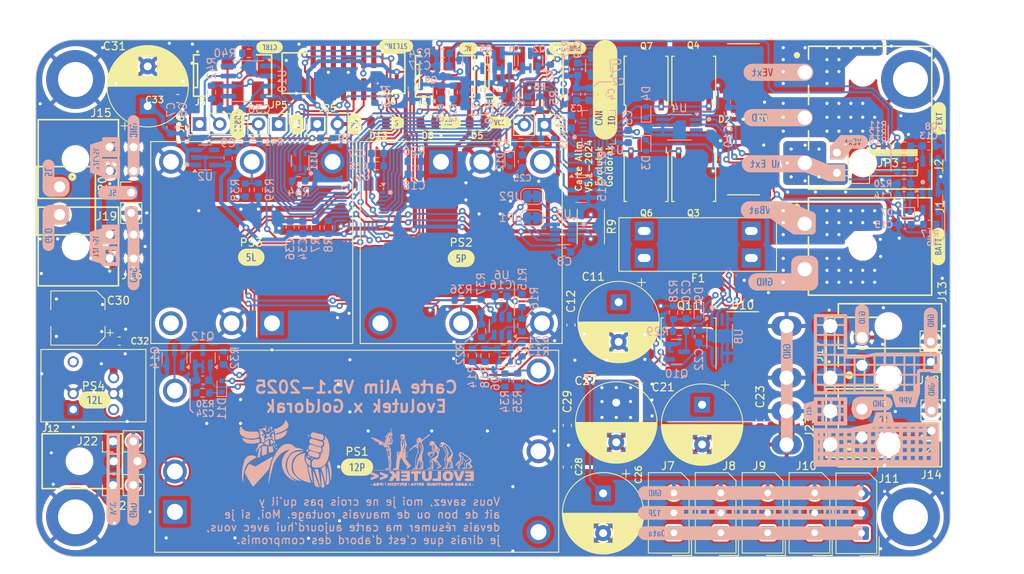
<source format=kicad_pcb>
(kicad_pcb (version 20221018) (generator pcbnew)
  (layers (0 "F.Cu" signal) (31 "B.Cu" signal) (34 "B.Paste" user) (35 "F.Paste" user) (36 "B.SilkS" user "B.Silkscreen") (37 "F.SilkS" user "F.Silkscreen") (38 "B.Mask" user) (39 "F.Mask" user) (44 "Edge.Cuts" user))
  (net 0 "")
  (net 1 "+3.3V")
  (net 2 "/Input/~{PB}")
  (net 3 "GND")
  (net 4 "/Input/VCC_SS")
  (net 5 "/STM32/~{RST}")
  (net 6 "+5VL")
  (net 7 "Net-(Q8-G)")
  (net 8 "/AU/AU_ROBOT")
  (net 9 "/AU/AU_STM32")
  (net 10 "VPP")
  (net 11 "/Converters/~{RESET_12P}")
  (net 12 "/Converters/~{RESET_5P}")
  (net 13 "+12P")
  (net 14 "+5P")
  (net 15 "+12L")
  (net 16 "/Input/VBAT_F")
  (net 17 "/AU/VEXT")
  (net 18 "Net-(D3-A)")
  (net 19 "Net-(D4-A)")
  (net 20 "Net-(D5-K)")
  (net 21 "Net-(D6-K)")
  (net 22 "/STM32/STATUS")
  (net 23 "Net-(D9-A)")
  (net 24 "/AU/AU_STATUS")
  (net 25 "Net-(D11-K)")
  (net 26 "/Input/VBATT")
  (net 27 "/AU/AU_EXT")
  (net 28 "/Input/GREEN_K")
  (net 29 "/Input/RED_K")
  (net 30 "/Input/BLUE_K")
  (net 31 "/STM32/CANH")
  (net 32 "/STM32/POWER_HOLD")
  (net 33 "/STM32/CANL")
  (net 34 "/STM32/SWDIO")
  (net 35 "/STM32/SWCLK")
  (net 36 "/STM32/SWO")
  (net 37 "/STM32/VCP_RX")
  (net 38 "/STM32/VCP_TX")
  (net 39 "/AU/AU_ROBOT_LED_K")
  (net 40 "Net-(PS1-TRIM)")
  (net 41 "Net-(PS2-TRIM)")
  (net 42 "Net-(PS3-TRIM)")
  (net 46 "/Input/RED_CHANNEL")
  (net 47 "/Input/GREEN_CHANNEL")
  (net 48 "Net-(Q3-D)")
  (net 49 "/Input/BLUE_CHANNEL")
  (net 50 "Net-(Q4-D)")
  (net 51 "/AU/POWER_STATUS")
  (net 52 "Net-(Q9-D)")
  (net 53 "Net-(Q8-D)")
  (net 54 "/Input/~{KILL}")
  (net 55 "/Input/G1S")
  (net 56 "Net-(D8-K)")
  (net 57 "/Input/SCL_INA")
  (net 58 "/STM32/CAN_RX")
  (net 59 "/STM32/CAN_TX")
  (net 60 "/AU/AU_EXT_STATUS")
  (net 61 "VCC")
  (net 62 "Net-(Q10-D)")
  (net 63 "/STM32/~{INT}")
  (net 64 "/Input/~{INT_LTC}")
  (net 65 "Net-(D13-K)")
  (net 66 "Net-(U1-ONT)")
  (net 67 "Net-(U1-OFFT)")
  (net 68 "Net-(J10-Pin_1)")
  (net 69 "/Output Connectors/~{RST_ODRIVE}")
  (net 70 "Net-(U1-M1)")
  (net 75 "/Input/SDA_INA")
  (net 77 "/Output Connectors/~{RESET_ODRIVE_STM32}")
  (net 78 "Net-(D7-K)")
  (net 80 "Net-(D12-K)")
  (net 81 "Net-(U6-B)")
  (net 82 "Net-(U6-C)")
  (net 83 "Net-(U10-Rs)")
  (net 86 "/AU/SCL_TEMP")
  (net 87 "/AU/SDA_TEMP")
  (net 88 "Net-(PS2-ON{slash}OFF)")
  (net 93 "Net-(JP6-B)")
  (net 94 "Net-(PS1-ON{slash}OFF)")
  (net 95 "Net-(Q12-D)")
  (net 96 "Net-(Q13-D)")
  (footprint "ComponentsEvo:DO-214AB" (layer "F.Cu") (at 109 35 90)
    (fp_text reference "D1")
    (fp_text value "D" hide)
  )
  (footprint "ConnectorsEvo:62701420621" (layer "F.Cu") (at 58.7 24.2 180)
    (fp_text reference "J6")
    (fp_text value "STLINK")
  )
  (footprint "Connector_PinHeader_2.54mm:PinHeader_1x02_P2.54mm_Vertical" (layer "F.Cu") (at 29.725 76 90)
    (fp_text reference "J21")
    (fp_text value "Aux VCC")
  )
  (footprint "ComponentsEvo:PowerPak-SO8_5.15x6.15mm_Pitch1.27mm" (layer "F.Cu") (at 96.75 25.15 90)
    (fp_text reference "Q7")
    (fp_text value "Si7137DP")
  )
  (footprint "ComponentsEvo:FUSE_3557-2" (layer "F.Cu") (at 103.25 45.75 180)
    (fp_text reference "F1")
    (fp_text value "20A")
  )
  (footprint "kibuzzard-678739E2" (layer "F.Cu") (at 47.1 47.35)
    (fp_text reference "kibuzzard-678739E2" hide)
    (fp_text value "G***" hide)
  )
  (footprint "ConnectorsEvo:691321100002" (layer "F.Cu") (at 23 40.25 -90)
    (fp_text reference "J20")
    (fp_text value "5L")
  )
  (footprint "Capacitor_SMD:C_0603_1608Metric" (layer "F.Cu") (at 37.85 27.4)
    (fp_text reference "C33")
    (fp_text value "100nF")
  )
  (footprint "Connector_PinHeader_2.54mm:PinHeader_1x02_P2.54mm_Vertical" (layer "F.Cu") (at 29.725 70.5 90)
    (fp_text reference "J22")
    (fp_text value "Aux VCC")
  )
  (footprint "Capacitor_SMD:C_0603_1608Metric" (layer "F.Cu") (at 111.1 67.9 -90)
    (fp_text reference "C23")
    (fp_text value "100nF")
  )
  (footprint "ConnectorsEvo:22-03-5035" (layer "F.Cu") (at 106.15 82 90)
    (fp_text reference "J8")
    (fp_text value "AX12")
  )
  (footprint "Connector_PinHeader_2.54mm:PinHeader_1x02_P2.54mm_Vertical" (layer "F.Cu") (at 83.975 30.7 -90)
    (fp_text reference "JP4")
    (fp_text value "Jumper_2_Open")
  )
  (footprint "Connector_PinHeader_2.54mm:PinHeader_1x02_P2.54mm_Horizontal" (layer "F.Cu") (at 120.75 34.2)
    (fp_text reference "JP3")
    (fp_text value "Jumper_2_Open")
  )
  (footprint "kibuzzard-678737BE" (layer "F.Cu") (at 60.1 30.6 90)
    (fp_text reference "kibuzzard-678737BE" hide)
    (fp_text value "G***" hide)
  )
  (footprint "kibuzzard-678739C1" (layer "F.Cu") (at 86.85 21.05 180)
    (fp_text reference "kibuzzard-678739C1" hide)
    (fp_text value "G***" hide)
  )
  (footprint "Connector_PinHeader_2.54mm:PinHeader_1x02_P2.54mm_Vertical" (layer "F.Cu") (at 132.55 60.5 180)
    (fp_text reference "J18")
    (fp_text value "Aux VPP")
  )
  (footprint "Connector_PinHeader_2.54mm:PinHeader_1x02_P2.54mm_Vertical" (layer "F.Cu") (at 32 39.225)
    (fp_text reference "J19")
    (fp_text value "5L Aux")
  )
  (footprint "ConnectorsEvo:22-03-5035" (layer "F.Cu") (at 112.05 82 90)
    (fp_text reference "J9")
    (fp_text value "AX12")
  )
  (footprint "ComponentsEvo:PowerPak-SO8_5.15x6.15mm_Pitch1.27mm" (layer "F.Cu") (at 102.75 37.265 -90)
    (fp_text reference "Q3")
    (fp_text value "Si7137DP")
  )
  (footprint "MarkingEvo:CAN ID lablel" (layer "F.Cu") (at 91.6 26.3 90)
    (fp_text reference "LB1" hide)
    (fp_text value "~" hide)
  )
  (footprint "LED_SMD:LED_0805_2012Metric" (layer "F.Cu") (at 75.5 30.4 180)
    (fp_text reference "D5")
    (fp_text value "RED")
  )
  (footprint "ConnectorsEvo:22-03-5035" (layer "F.Cu") (at 117.95 82 90)
    (fp_text reference "J10")
    (fp_text value "AX12")
  )
  (footprint "Resistor_SMD:R_2512_6332Metric" (layer "F.Cu") (at 89.8 43.5 -90)
    (fp_text reference "R9")
    (fp_text value "2m")
  )
  (footprint "kibuzzard-678737CF" (layer "F.Cu") (at 52.8 30.6 90)
    (fp_text reference "kibuzzard-678737CF" hide)
    (fp_text value "G***" hide)
  )
  (footprint "ConnectorsEvo:690367280476" (layer "F.Cu") (at 75.198 24.6)
    (fp_text reference "J4")
    (fp_text value "AU Robot")
  )
  (footprint "ComponentsEvo:DO-214AB" (layer "F.Cu") (at 108.9 58.7 -90)
    (fp_text reference "D10")
    (fp_text value "D" hide)
  )
  (footprint "kibuzzard-678739F9" (layer "F.Cu") (at 27.4 65.3)
    (fp_text reference "kibuzzard-678739F9" hide)
    (fp_text value "G***" hide)
  )
  (footprint "kibuzzard-677B4649" (layer "F.Cu") (at 133.6 29.9 90)
    (fp_text reference "kibuzzard-677B4649" hide)
    (fp_text value "G***" hide)
  )
  (footprint "ConnectorsEvo:66200421022" (layer "F.Cu") (at 25.35 35 -90)
    (fp_text reference "J15")
    (fp_text value "Logical")
  )
  (footprint "Capacitor_THT:CP_Radial_D10.0mm_P5.00mm" (layer "F.Cu") (at 103.8 65.9 -90)
    (fp_text reference "C21")
    (fp_text value "470uF")
  )
  (footprint "ComponentsEvo:TRACO_CONV_THL" (layer "F.Cu") (at 73.5 45.5 180)
    (fp_text reference "PS2")
    (fp_text value "THL_20-2411WI")
  )
  (footprint "ConnectorsEvo:66200421022" (layer "F.Cu") (at 25.35 46 -90)
    (fp_text reference "J16")
    (fp_text value "Logical")
  )
  (footprint "ComponentsEvo:TRACO_CONV_TEN" (layer "F.Cu") (at 60.36 71.75)
    (fp_text reference "PS1")
    (fp_text value "TEN_60-2412WIN")
  )
  (footprint "Capacitor_SMD:C_0603_1608Metric" (layer "F.Cu") (at 86.85 68.5 -90)
    (fp_text reference "C29")
    (fp_text value "100nF")
  )
  (footprint "Capacitor_THT:CP_Radial_D10.0mm_P5.00mm" (layer "F.Cu") (at 93 65.632323 -90)
    (fp_text reference "C27")
    (fp_text value "470uF")
  )
  (footprint "ConnectorsEvo:690367280676" (layer "F.Cu") (at 44.75 24.5)
    (fp_text reference "J5")
    (fp_text value "Comm")
  )
  (footprint "ConnectorsEvo:690367280676" (layer "F.Cu") (at 81.4 24.6)
    (fp_text reference "J3")
    (fp_text value "Power Button")
  )
  (footprint "Capacitor_THT:CP_Radial_D10.0mm_P5.00mm" (layer "F.Cu") (at 91.35 77.05 -90)
    (fp_text reference "C26")
    (fp_text value "470uF")
  )
  (footprint "kibuzzard-67873807" (layer "F.Cu") (at 65.3 20.8 180)
    (fp_text reference "kibuzzard-67873807" hide)
    (fp_text value "G***" hide)
  )
  (footprint "Package_TO_SOT_SMD:TO-252-2" (layer "F.Cu") (at 102.1 58.3 -90)
    (fp_text reference "Q11")
    (fp_text value "Q_PMOS_GDS")
  )
  (footprint "kibuzzard-678737AF" (layer "F.Cu") (at 45.4 30.6 90)
    (fp_text reference "kibuzzard-678737AF" hide)
    (fp_text value "G***" hide)
  )
  (footprint "Capacitor_SMD:C_0603_1608Metric" (layer "F.Cu") (at 30.5 57.9)
    (fp_text reference "C32")
    (fp_text value "100nF")
  )
  (footprint "Capacitor_THT:CP_Radial_D10.0mm_P5.00mm" (layer "F.Cu") (at 34.075 28.35 90)
    (fp_text reference "C31")
    (fp_text value "470uF")
  )
  (footprint "Connector_PinHeader_2.54mm:PinHeader_1x02_P2.54mm_Vertical" (layer "F.Cu") (at 40.6 30.6 90)
    (fp_text reference "JP6")
    (fp_text value "Jumper_2_Open")
  )
  (footprint "kibuzzard-677B4629" (layer "F.Cu") (at 133.5 46 90)
    (fp_text reference "kibuzzard-677B4629" hide)
    (fp_text value "G***" hide)
  )
  (footprint "ConnectorsEvo:22-03-5035" (layer "F.Cu") (at 123.85 82.05 90)
    (fp_text reference "J11")
    (fp_text value "AX12")
  )
  (footprint "ConnectorsEvo:649002227222-with-larger-pads" (layer "F.Cu") (at 127.425 56 90)
    (fp_text reference "J13")
    (fp_text value "MOTORS")
  )
  (footprint "ConnectorsEvo:66200221022" (layer "F.Cu") (at 25.85 73 -90)
    (fp_text reference "J12")
    (fp_text value "Aux VCC")
  )
  (footprint "ConnectorsEvo:22-03-5035" (layer "F.Cu") (at 100.25 82 90)
    (fp_text reference "J7")
    (fp_text value "AX12")
  )
  (footprint "Capacitor_THT:CP_Radial_D10.0mm_P5.00mm" (layer "F.Cu") (at 93.3 53 -90)
    (fp_text reference "C11")
    (fp_text value "470uF")
  )
  (footprint "ComponentsEvo:TRACO_CONV_TDN" (layer "F.Cu") (at 27.25 63.5)
    (fp_text reference "PS4")
    (fp_text value "TDN_5-2412WI")
  )
  (footprint "kibuzzard-678739EE" (layer "F.Cu") (at 73.5 47.5)
    (fp_text reference "kibuzzard-678739EE" hide)
    (fp_text value "G***" hide)
  )
  (footprint "Capacitor_SMD:C_0603_1608Metric" (layer "F.Cu") (at 86.85 73.75 90)
    (fp_text reference "C28")
    (fp_text value "100nF")
  )
  (footprint "ConnectorsEvo:657003140101" (layer "F.Cu") (at 116.715 29.8 90)
    (fp_text reference "J2")
    (fp_text value "EXT-Evo")
  )
  (footprint "Connector_PinHeader_2.54mm:PinHeader_1x02_P2.54mm_Vertical" (layer "F.Cu") (at 132.65 69.175 180)
    (fp_text reference "J24")
    (fp_text value "5P Aux")
  )
  (footprint "ComponentsEvo:TRACO_CONV_THL" (layer "F.Cu") (at 47.16 45.5)
    (fp_text reference "PS3")
    (fp_text value "THL_20-2411WI")
  )
  (footprint "Capacitor_SMD:CP_Elec_6.3x7.7" (layer "F.Cu") (at 25.3 55 180)
    (fp_text reference "C30")
    (fp_text value "100uF")
  )
  (footprint "LED_SMD:LED_0805_2012Metric" (layer "F.Cu") (at 63.1 30.4 180)
    (fp_text reference "D13")
    (fp_text value "GREEN")
  )
  (footprint "kibuzzard-678739A0" (layer "F.Cu") (at 60.4 73.75)
    (fp_text reference "kibuzzard-678739A0" hide)
    (fp_text value "G***" hide)
  )
  (footprint "ComponentsEvo:PowerPak-SO8_5.15x6.15mm_Pitch1.27mm" (layer "F.Cu") (at 96.75 37.27 -90)
    (fp_text reference "Q6")
    (fp_text value "Si7137DP")
  )
  (footprint "kibuzzard-6787393E" (layer "F.Cu") (at 78.5 30.4)
    (fp_text reference "kibuzzard-6787393E" hide)
    (fp_text value "G***" hide)
  )
  (footprint "kibuzzard-67873850" (layer "F.Cu") (at 74.4 21.1 180)
    (fp_text reference "kibuzzard-67873850" hide)
    (fp_text value "G***" hide)
  )
  (footprint "Connector_PinHeader_2.54mm:PinHeader_1x02_P2.54mm_Vertical" (layer "F.Cu") (at 50.55 30.6 -90)
    (fp_text reference "JP5")
    (fp_text value "Jumper_2_Open")
  )
  (footprint "kibuzzard-6787394A" (layer "F.Cu") (at 72.25 30.4)
    (fp_text reference "kibuzzard-6787394A" hide)
    (fp_text value "G***" hide)
  )
  (footprint "kibuzzard-67873964" (layer "F.Cu") (at 65.55 30.45)
    (fp_text reference "kibuzzard-67873964" hide)
    (fp_text value "G***" hide)
  )
  (footprint "ComponentsEvo:DO-214AB" (layer "F.Cu") (at 109 25 -90)
    (fp_text reference "D2")
    (fp_text value "D" hide)
  )
  (footprint "ConnectorsEvo:691321100002" (layer "F.Cu") (at 123.9 59.2 90)
    (fp_text reference "J17")
    (fp_text value "VPP")
  )
  (footprint "kibuzzard-678738AB" (layer "F.Cu") (at 49.4 20.95 180)
    (fp_text reference "kibuzzard-678738AB" hide)
    (fp_text value "G***" hide)
  )
  (footprint "LED_SMD:LED_0805_2012Metric" (layer "F.Cu") (at 69.3 30.4 180)
    (fp_text reference "D8")
    (fp_text value "YELLOW")
  )
  (footprint "ConnectorsEvo:649006227222-with-larger-pads" (layer "F.Cu") (at 127.425 66.7 90)
    (fp_text reference "J14")
    (fp_text value "Actuators")
  )
  (footprint "Connector_PinHeader_2.54mm:PinHeader_1x02_P2.54mm_Vertical" (layer "F.Cu") (at 55.4 30.6 90)
    (fp_text reference "J25")
    (fp_text value "Reset Odrive")
  )
  (footprint "ConnectorsEvo:691321100002" (layer "F.Cu") (at 123.9 68.2 90)
    (fp_text reference "J23")
    (fp_text value "5P")
  )
  (footprint "ComponentsEvo:PowerPak-SO8_5.15x6.15mm_Pitch1.27mm" (layer "F.Cu") (at 102.75 25.15 90)
    (fp_text reference "Q4")
    (fp_text value "Si7137DP")
  )
  (footprint "ConnectorsEvo:657002140101" (layer "F.Cu") (at 116.7 46 90)
    (fp_text reference "J1")
    (fp_text value "BATT-Evo")
  )
  (footprint "Capacitor_SMD:C_0603_1608Metric" (layer "F.Cu") (at 87.3 55.875 -90)
    (fp_text reference "C12")
    (fp_text value "100nF")
  )
  (footprint "Resistor_SMD:R_0603_1608Metric" (layer "B.Cu") (at 42.1 26.6 90)
    (fp_text reference "R42")
    (fp_text value "120")
  )
  (footprint "Capacitor_SMD:C_0603_1608Metric" (layer "B.Cu") (at 103.4 57.3 90)
    (fp_text reference "C22")
    (fp_text value "100nF")
  )
  (footprint "Resistor_SMD:R_0603_1608Metric" (layer "B.Cu") (at 84.35 32.55)
    (fp_text reference "R33")
    (fp_text value "10k")
  )
  (footprint "Resistor_SMD:R_0603_1608Metric" (layer "B.Cu") (at 62.65 27.1 90)
    (fp_text reference "R43")
    (fp_text value "510")
  )
  (footprint "kibuzzard-678726F2" (layer "B.Cu") (at 102.2 77 180)
    (fp_text reference "kibuzzard-678726F2" hide)
    (fp_text value "G***" hide)
  )
  (footprint "Diode_SMD:D_SOD-523" (layer "B.Cu") (at 79 60.5 180)
    (fp_text reference "D6")
    (fp_text value "3V")
  )
  (footprint "Resistor_SMD:R_0603_1608Metric" (layer "B.Cu") (at 81.15 52.8 -90)
    (fp_text reference "R15")
    (fp_text value "5.1k")
  )
  (footprint "kibuzzard-66020582" (layer "B.Cu") (at 21.6 37 90)
    (fp_text reference "kibuzzard-66020582" hide)
    (fp_text value "G***" hide)
  )
  (footprint "kibuzzard-67872E75" (layer "B.Cu") (at 126.6 67.7 180)
    (fp_text reference "kibuzzard-67872E75" hide)
    (fp_text value "G***" hide)
  )
  (footprint "Package_TO_SOT_SMD:SOT-23-5" (layer "B.Cu") (at 132.5 40.275 -90)
    (fp_text reference "U5")
    (fp_text value "SN74LVC1G32")
  )
  (footprint "Resistor_SMD:R_0603_1608Metric" (layer "B.Cu") (at 67.6 35.3)
    (fp_text reference "R26")
    (fp_text value "10k")
  )
  (footprint "kibuzzard-678729C6" (layer "B.Cu") (at 123.9 55.85 -90)
    (fp_text reference "kibuzzard-678729C6" hide)
    (fp_text value "G***" hide)
  )
  (footprint "Diode_SMD:D_SOD-523" (layer "B.Cu") (at 129.25 41.7 180)
    (fp_text reference "D7")
    (fp_text value "3V")
  )
  (footprint "kibuzzard-67872371" (layer "B.Cu") (at 113.3 35.6 180)
    (fp_text reference "kibuzzard-67872371" hide)
    (fp_text value "G***" hide)
  )
  (footprint "kibuzzard-67872D71" (layer "B.Cu") (at 113.95 50.45 180)
    (fp_text reference "kibuzzard-67872D71" hide)
    (fp_text value "G***" hide)
  )
  (footprint "Diode_SMD:D_SOD-523" (layer "B.Cu") (at 96.75 33.3 -90)
    (fp_text reference "D3")
    (fp_text value "15V")
  )
  (footprint "Capacitor_SMD:C_0603_1608Metric" (layer "B.Cu") (at 44.2 34.9 90)
    (fp_text reference "C9")
    (fp_text value "1uF")
  )
  (footprint "ComponentsEvo:WA-SMSI_9774110360" (layer "B.Cu") (at 130 25 180)
    (fp_text reference "H2" hide)
    (fp_text value "M3")
  )
  (footprint "Capacitor_SMD:C_0603_1608Metric" (layer "B.Cu") (at 63 35.85 180)
    (fp_text reference "C35")
    (fp_text value "100nF")
  )
  (footprint "ComponentsEvo:logo-evo-min" (layer "B.Cu") (at 68.5 72.35 180)
    (fp_text reference "G***" hide)
    (fp_text value "LOGO" hide)
  )
  (footprint "kibuzzard-67873515" (layer "B.Cu") (at 27.55 45.95 90)
    (fp_text reference "kibuzzard-67873515" hide)
    (fp_text value "G***" hide)
  )
  (footprint "Capacitor_SMD:C_0603_1608Metric" (layer "B.Cu") (at 132.275 33.375)
    (fp_text reference "C13")
    (fp_text value "100nF")
  )
  (footprint "Package_TO_SOT_SMD:SOT-23" (layer "B.Cu") (at 75.25 22.65 90)
    (fp_text reference "Q5")
    (fp_text value "Q_NMOS_GSD")
  )
  (footprint "Resistor_SMD:R_0603_1608Metric" (layer "B.Cu") (at 81.15 55.9 -90)
    (fp_text reference "R16")
    (fp_text value "10k")
  )
  (footprint "Resistor_SMD:R_0603_1608Metric" (layer "B.Cu") (at 78.85 58.9 180)
    (fp_text reference "R21")
    (fp_text value "10k")
  )
  (footprint "Resistor_SMD:R_0603_1608Metric" (layer "B.Cu") (at 41 64.4 180)
    (fp_text reference "R30")
    (fp_text value "1k")
  )
  (footprint "Package_TO_SOT_SMD:SOT-23" (layer "B.Cu") (at 82.2 22.65 90)
    (fp_text reference "Q2")
    (fp_text value "Q_NMOS_GSD")
  )
  (footprint "kibuzzard-67872386" (layer "B.Cu") (at 110.8 41.4 180)
    (fp_text reference "kibuzzard-67872386" hide)
    (fp_text value "G***" hide)
  )
  (footprint "kibuzzard-660203FB" (layer "B.Cu") (at 32.25 75.35 90)
    (fp_text reference "kibuzzard-660203FB" hide)
    (fp_text value "G***" hide)
  )
  (footprint "Resistor_SMD:R_0603_1608Metric" (layer "B.Cu") (at 132.45 43.225)
    (fp_text reference "R17")
    (fp_text value "10k")
  )
  (footprint "ComponentsEvo:QFN-32-1EP_5x5mm_P0.5mm_EP3.45x3.45mm-Without thermal pad" (layer "B.Cu") (at 61.1 41 180)
    (fp_text reference "U9")
    (fp_text value "STM32G491KEUx")
  )
  (footprint "Capacitor_SMD:C_0603_1608Metric" (layer "B.Cu") (at 56.6 32.4)
    (fp_text reference "C39")
    (fp_text value "100nF")
  )
  (footprint "Capacitor_SMD:C_0603_1608Metric" (layer "B.Cu") (at 41 62.8 180)
    (fp_text reference "C24")
    (fp_text value "100nF")
  )
  (footprint "kibuzzard-67873255" (layer "B.Cu") (at 132.65 64.9 -90)
    (fp_text reference "kibuzzard-67873255" hide)
    (fp_text value "G***" hide)
  )
  (footprint "Resistor_SMD:R_0603_1608Metric" (layer "B.Cu") (at 76.05 56.6 90)
    (fp_text reference "R22")
    (fp_text value "10k")
  )
  (footprint "Capacitor_SMD:C_0603_1608Metric" (layer "B.Cu") (at 89.6 26.85 90)
    (fp_text reference "C2")
    (fp_text value "100nF")
  )
  (footprint "Resistor_SMD:R_0603_1608Metric" (layer "B.Cu") (at 129.2 33.375)
    (fp_text reference "R11")
    (fp_text value "33k")
  )
  (footprint "Resistor_SMD:R_0603_1608Metric" (layer "B.Cu") (at 48 38.85 -90)
    (fp_text reference "R39")
    (fp_text value "R")
  )
  (footprint "kibuzzard-67872BAA" (layer "B.Cu") (at 29.75 78.75 90)
    (fp_text reference "kibuzzard-67872BAA" hide)
    (fp_text value "G***" hide)
  )
  (footprint "Resistor_SMD:R_0603_1608Metric" (layer "B.Cu") (at 55.2 43.6 90)
    (fp_text reference "R7")
    (fp_text value "10k")
  )
  (footprint "Capacitor_SMD:C_0603_1608Metric" (layer "B.Cu") (at 52 43.6 90)
    (fp_text reference "C36")
    (fp_text value "100nF")
  )
  (footprint "Capacitor_SMD:C_0603_1608Metric" (layer "B.Cu") (at 88.15 23.7 -90)
    (fp_text reference "C19")
    (fp_text value "100nF")
  )
  (footprint "Package_TO_SOT_SMD:SOT-23" (layer "B.Cu") (at 41 60 90)
    (fp_text reference "Q12")
    (fp_text value "Q_NMOS_GSD")
  )
  (footprint "Package_TO_SOT_SMD:SOT-23" (layer "B.Cu") (at 88.55 35.45)
    (fp_text reference "Q13")
    (fp_text value "Q_NMOS_GSD")
  )
  (footprint "kibuzzard-67872D20" (layer "B.Cu") (at 122.95 32.85 180)
    (fp_text reference "kibuzzard-67872D20" hide)
    (fp_text value "G***" hide)
  )
  (footprint "Resistor_SMD:R_0603_1608Metric" (layer "B.Cu") (at 129.2 38.075 180)
    (fp_text reference "R20")
    (fp_text value "10k")
  )
  (footprint "Diode_SMD:D_SOD-523" (layer "B.Cu") (at 43.4 63.6 90)
    (fp_text reference "D11")
    (fp_text value "D")
  )
  (footprint "kibuzzard-67872810" (layer "B.Cu") (at 98.5 79.5 180)
    (fp_text reference "kibuzzard-67872810" hide)
    (fp_text value "G***" hide)
  )
  (footprint "Package_TO_SOT_SMD:SOT-23-6" (layer "B.Cu") (at 78.6 56 90)
    (fp_text reference "U6")
    (fp_text value "SN74LVC1G11")
  )
  (footprint "Resistor_SMD:R_0603_1608Metric" (layer "B.Cu") (at 76.5 59.7 90)
    (fp_text reference "R18")
    (fp_text value "10k")
  )
  (footprint "Resistor_SMD:R_0603_1608Metric" (layer "B.Cu") (at 46.8 21.7)
    (fp_text reference "R40")
    (fp_text value "0")
  )
  (footprint "Resistor_SMD:R_0603_1608Metric" (layer "B.Cu") (at 75.45 26.3 90)
    (fp_text reference "R3")
    (fp_text value "10k")
  )
  (footprint "Resistor_SMD:R_0603_1608Metric" (layer "B.Cu") (at 71.2 21.7 180)
    (fp_text reference "R24")
    (fp_text value "10k")
  )
  (footprint "Resistor_SMD:R_0603_1608Metric" (layer "B.Cu") (at 79 62.8 90)
    (fp_text reference "R34")
    (fp_text value "R")
  )
  (footprint "Resistor_SMD:R_0603_1608Metric" (layer "B.Cu") (at 84.7 22.3 -90)
    (fp_text reference "R2")
    (fp_text value "10k")
  )
  (footprint "Resistor_SMD:R_0603_1608Metric" (layer "B.Cu") (at 81 32.95)
    (fp_text reference "R31")
    (fp_text value "1k")
  )
  (footprint "Resistor_SMD:R_0603_1608Metric" (layer "B.Cu") (at 76 53.5 -90)
    (fp_text reference "R37")
    (fp_text value "R")
  )
  (footprint "Package_TO_SOT_SMD:SOT-23" (layer "B.Cu") (at 88.55 38.9 180)
    (fp_text reference "Q15")
    (fp_text value "Q_NMOS_GSD")
  )
  (footprint "Resistor_SMD:R_0603_1608Metric" (layer "B.Cu") (at 86.6 23.7 -90)
    (fp_text reference "R27")
    (fp_text value "10k")
  )
  (footprint "Resistor_SMD:R_0603_1608Metric" (layer "B.Cu") (at 129.2 36.525)
    (fp_text reference "R19")
    (fp_text value "33k")
  )
  (footprint "LOGO" (layer "B.Cu") (at 51.5 72 180)
    (fp_text reference "G***" hide)
    (fp_text value "LOGO" hide)
  )
  (footprint "kibuzzard-67873515" (layer "B.Cu") (at 27.6 34.95 90)
    (fp_text reference "kibuzzard-67873515" hide)
    (fp_text value "G***" hide)
  )
  (footprint "kibuzzard-678735CA" (layer "B.Cu") (at 30.3 39.25 180)
    (fp_text reference "kibuzzard-678735CA" hide)
    (fp_text value "G***" hide)
  )
  (footprint "Resistor_SMD:R_0603_1608Metric" (layer "B.Cu") (at 56.8 43.6 90)
    (fp_text reference "R8")
    (fp_text value "10k")
  )
  (footprint "Capacitor_SMD:C_0603_1608Metric" (layer "B.Cu") (at 107.1 29.25 90)
    (fp_text reference "C10")
    (fp_text value "100nF")
  )
  (footprint "kibuzzard-67873017" (layer "B.Cu") (at 129.4 65.35 180)
    (fp_text reference "kibuzzard-67873017" hide)
    (fp_text value "G***" hide)
  )
  (footprint "Resistor_SMD:R_0603_1608Metric" (layer "B.Cu") (at 81.9 27.95 90)
    (fp_text reference "R4")
    (fp_text value "10k")
  )
  (footprint "Diode_SMD:D_SOD-523" (layer "B.Cu") (at 96.75 29.1 90)
    (fp_text reference "D4")
    (fp_text value "15V")
  )
  (footprint "kibuzzard-67872790" (layer "B.Cu") (at 102.45 82.05 180)
    (fp_text reference "kibuzzard-67872790" hide)
    (fp_text value "G***" hide)
  )
  (footprint "ComponentsEvo:SC70-5" (layer "B.Cu") (at 53.25 35.25 180)
    (fp_text reference "U11")
    (fp_text value "SN74AHC1G09 ")
  )
  (footprint "Package_TO_SOT_SMD:SOT-23" (layer "B.Cu") (at 68.4 26.55 90)
    (fp_text reference "Q9")
    (fp_text value "Q_NMOS_GSD")
  )
  (footprint "Jumper:SolderJumper-2_P1.3mm_Bridged_RoundedPad1.0x1.5mm" (layer "B.Cu") (at 82.4 42.4 180)
    (fp_text reference "JP1")
    (fp_text value "SolderJumper_2_Bridged")
  )
  (footprint "Resistor_SMD:R_0603_1608Metric" (layer "B.Cu") (at 72.5 26.6 90)
    (fp_text reference "R23")
    (fp_text value "4.7k")
  )
  (footprint "Resistor_SMD:R_0603_1608Metric" (layer "B.Cu") (at 81.15 59 90)
    (fp_text reference "R13")
    (fp_text value "33k")
  )
  (footprint "Capacitor_SMD:C_0603_1608Metric" (layer "B.Cu") (at 53.6 43.6 90)
    (fp_text reference "C34")
    (fp_text value "10uF")
  )
  (footprint "Resistor_SMD:R_0603_1608Metric" (layer "B.Cu") (at 78.7 26.3 90)
    (fp_text reference "R1")
    (fp_text value "10k")
  )
  (footprint "Capacitor_SMD:C_0603_1608Metric" (layer "B.Cu") (at 45.2 28.7 180)
    (fp_text reference "C38")
    (fp_text value "100nF")
  )
  (footprint "Capacitor_SMD:C_0603_1608Metric" (layer "B.Cu") (at 81.2 35.3 -90)
    (fp_text reference "C25")
    (fp_text value "100nF")
  )
  (footprint "kibuzzard-66020634" (layer "B.Cu") (at 21.6 44.25 90)
    (fp_text reference "kibuzzard-66020634" hide)
    (fp_text value "G***" hide)
  )
  (footprint "Capacitor_SMD:C_0603_1608Metric" (layer "B.Cu") (at 37 31 90)
    (fp_text reference "C7")
    (fp_text value "100nF")
  )
  (footprint "Resistor_SMD:R_0603_1608Metric" (layer "B.Cu") (at 47.3 32.9 180)
    (fp_text reference "R41")
    (fp_text value "10k")
  )
  (footprint "Resistor_SMD:R_0603_1608Metric" (layer "B.Cu") (at 100.95 56.65)
    (fp_text reference "R29")
    (fp_text value "10k")
  )
  (footprint "Package_TO_SOT_SMD:SOT-23" (layer "B.Cu") (at 37.45 60 90)
    (fp_text reference "Q14")
    (fp_text value "Q_NMOS_GSD")
  )
  (footprint "kibuzzard-66020679" (layer "B.Cu") (at 32.3 47.6 -90)
    (fp_text reference "kibuzzard-66020679" hide)
    (fp_text value "G***" hide)
  )
  (footprint "kibuzzard-67873261" (layer "B.Cu") (at 125.4 65.75 180)
    (fp_text reference "kibuzzard-67873261" hide)
    (fp_text value "G***" hide)
  )
  (footprint "Capacitor_SMD:C_0603_1608Metric" (layer "B.Cu") (at 88 26.85 90)
    (fp_text reference "C3")
    (fp_text value "100nF")
  )
  (footprint "Resistor_SMD:R_0603_1608Metric" (layer "B.Cu") (at 53.05 37.75 180)
    (fp_text reference "R44")
    (fp_text value "10k")
  )
  (footprint "Capacitor_SMD:C_0603_1608Metric" (layer "B.Cu") (at 86.5 46.7 180)
    (fp_text reference "C8")
    (fp_text value "100nF")
  )
  (footprint "Capacitor_SMD:C_0603_1608Metric" (layer "B.Cu") (at 91.2 26.85 90)
    (fp_text reference "C4")
    (fp_text value "560nF")
  )
  (footprint "Capacitor_SMD:C_0603_1608Metric" (layer "B.Cu") (at 38.5 31 90)
    (fp_text reference "C6")
    (fp_text value "1uF")
  )
  (footprint "Resistor_SMD:R_0603_1608Metric" (layer "B.Cu") (at 129.2 34.975 180)
    (fp_text reference "R12")
    (fp_text value "10k")
  )
  (footprint "Resistor_SMD:R_0603_1608Metric" (layer "B.Cu") (at 100.2 54.3 -90)
    (fp_text reference "R28")
    (fp_text value "10k")
  )
  (footprint "Capacitor_SMD:C_0603_1608Metric" (layer "B.Cu") (at 94.5 32.175 -90)
    (fp_text reference "C5")
    (fp_text value "100nF")
  )
  (footprint "Capacitor_SMD:C_0603_1608Metric" (layer "B.Cu") (at 129.3 43.25 180)
    (fp_text reference "C15")
    (fp_text value "100nF")
  )
  (footprint "kibuzzard-66020666" (layer "B.Cu") (at 32.3 33.4 -90)
    (fp_text reference "kibuzzard-66020666" hide)
    (fp_text value "G***" hide)
  )
  (footprint "Resistor_SMD:R_0603_1608Metric" (layer "B.Cu") (at 77.05 26.3 90)
    (fp_text reference "R10")
    (fp_text value "10k")
  )
  (footprint "Package_SO:MSOP-8_3x3mm_P0.65mm" (layer "B.Cu") (at 106 57.3 -90)
    (fp_text reference "U8")
    (fp_text value "MCP9808_MSOP")
  )
  (footprint "kibuzzard-66020780" (layer "B.Cu") (at 114.45 63.55 -90)
    (fp_text reference "kibuzzard-66020780" hide)
    (fp_text value "G***" hide)
  )
  (footprint "Package_SO:MSOP-8_3x3mm_P0.65mm" (layer "B.Cu") (at 100.95 31 180)
    (fp_text reference "U4")
    (fp_text value "MCP9808_MSOP")
  )
  (footprint "kibuzzard-67873080" (layer "B.Cu") (at 117.25 66.7 90)
    (fp_text reference "kibuzzard-67873080" hide)
    (fp_text value "G***" hide)
  )
  (footprint "Resistor_SMD:R_0603_1608Metric" (layer "B.Cu") (at 83.4 27.95 90)
    (fp_text reference "R6")
    (fp_text value "10k")
  )
  (footprint "Capacitor_SMD:C_0603_1608Metric" (layer "B.Cu") (at 67.6 36.9)
    (fp_text reference "C18")
    (fp_text value "100nF")
  )
  (footprint "Package_TO_SOT_SMD:SOT-23" (layer "B.Cu") (at 100.58 59.24)
    (fp_text reference "Q10")
    (fp_text value "Q_NMOS_GSD")
  )
  (footprint "Capacitor_SMD:C_0603_1608Metric" (layer "B.Cu") (at 63 34.3 180)
    (fp_text reference "C37")
    (fp_text value "10nF")
  )
  (footprint "Package_TO_SOT_SMD:SOT-23-8" (layer "B.Cu") (at 86.4 44.2 180)
    (fp_text reference "U3")
    (fp_text value "INA219AxDCN")
  )
  (footprint "Resistor_SMD:R_0603_1608Metric" (layer "B.Cu") (at 73.5 52.75)
    (fp_text reference "R36")
    (fp_text value "R")
  )
  (footprint "Capacitor_SMD:C_0603_1608Metric" (layer "B.Cu") (at 71.2 23.25 180)
    (fp_text reference "C17")
    (fp_text value "100nF")
  )
  (footprint "ComponentsEvo:WA-SMSI_9774110360" (layer "B.Cu") (at 130 80 180)
    (fp_text reference "H3" hide)
    (fp_text value "M3")
  )
  (footprint "Package_SO:SOIC-8_3.9x4.9mm_P1.27mm" (layer "B.Cu") (at 46.7 25.2 180)
    (fp_text reference "U10")
    (fp_text value "MCP2551-I-SN")
  )
  (footprint "Capacitor_SMD:C_0603_1608Metric" (layer "B.Cu") (at 101.8 54.3 -90)
    (fp_text reference "C20")
    (fp_text value "1uf")
  )
  (footprint "Resistor_SMD:R_0603_1608Metric" (layer "B.Cu") (at 74.9 59.7 90)
    (fp_text reference "R14")
    (fp_text value "33k")
  )
  (footprint "Resistor_SMD:R_0603_1608Metric" (layer "B.Cu") (at 86.4 27.3 -90)
    (fp_text reference "R5")
    (fp_text value "10k")
  )
  (footprint "Capacitor_SMD:C_0603_1608Metric" (layer "B.Cu") (at 129.2 39.625 180)
    (fp_text reference "C14")
    (fp_text value "100nF")
  )
  (footprint "ComponentsEvo:WA-SMSI_9774110360" (layer "B.Cu") (at 25 25 180)
    (fp_text reference "H1" hide)
    (fp_text value "M3")
  )
  (footprint "Capacitor_SMD:C_0603_1608Metric" (layer "B.Cu") (at 78.5 52.25 180)
    (fp_text reference "C16")
    (fp_text value "100nF")
  )
  (footprint "Package_TO_SOT_SMD:SOT-23-6" (layer "B.Cu") (at 90.7 23.25 90)
    (fp_text reference "U7")
    (fp_text value "SN74LVC1G11")
  )
  (footprint "Package_TO_SOT_SMD:SOT-23-5" (layer "B.Cu") (at 41.3 34.8)
    (fp_text reference "U2")
    (fp_text value "NCP718xSN330")
  )
  (footprint "ComponentsEvo:WA-SMSI_9774110360" (layer "B.Cu") (at 25 80 180)
    (fp_text reference "H4" hide)
    (fp_text value "M3")
  )
  (footprint "Package_TO_SOT_SMD:SOT-23" (layer "B.Cu") (at 78.65 22.65 90)
    (fp_text reference "Q1")
    (fp_text value "Q_NMOS_GSD")
  )
  (footprint "Resistor_SMD:R_0603_1608Metric" (layer "B.Cu") (at 46.35 38.9 90)
    (fp_text reference "R38")
    (fp_text value "R")
  )
  (footprint "kibuzzard-67872335" (layer "B.Cu") (at 113.4 24.1 180)
    (fp_text reference "kibuzzard-67872335" hide)
    (fp_text value "G***" hide)
  )
  (footprint "Package_DFN_QFN:QFN-20-1EP_4x4mm_P0.5mm_EP2.5x2.5mm" (layer "B.Cu") (at 90.8 31)
    (fp_text reference "U1")
    (fp_text value "LTC2952CUF#PBF")
  )
  (footprint "Diode_SMD:D_SOD-523" (layer "B.Cu") (at 103.4 54.3 -90)
    (fp_text reference "D9")
    (fp_text value "15V")
  )
  (footprint "Jumper:SolderJumper-2_P1.3mm_Bridged_RoundedPad1.0x1.5mm" (layer "B.Cu") (at 82.4 39.7 180)
    (fp_text reference "JP2")
    (fp_text value "SolderJumper_2_Bridged")
  )
  (footprint "Package_TO_SOT_SMD:SOT-23" (layer "B.Cu") (at 132.5 36.1625 -90)
    (fp_text reference "Q8")
    (fp_text value "Q_NMOS_GSD")
  )
  (footprint "Resistor_SMD:R_0603_1608Metric" (layer "B.Cu") (at 43.6 60 90)
    (fp_text reference "R32")
    (fp_text value "10k")
  )
  (footprint "Resistor_SMD:R_0603_1608Metric" (layer "B.Cu") (at 70.95 26.6 90)
    (fp_text reference "R25")
    (fp_text value "10k")
  )
  (footprint "Resistor_SMD:R_0603_1608Metric" (layer "B.Cu") (at 80.6 62.8 -90)
    (fp_text reference "R35")
    (fp_text value "R")
  )
  (footprint "Capacitor_SMD:C_0603_1608Metric" (layer "B.Cu") (at 87.35 30.3 -90)
    (fp_text reference "C1")
    (fp_text value "100nF")
  )
  (footprint "Diode_SMD:D_SOD-523" (layer "B.Cu") (at 79.6 35.3 -90)
    (fp_text reference "D12")
    (fp_text value "D")
  )
  (footprint "kibuzzard-678729C6" (layer "B.Cu") (at 132.55 56.25 -90)
    (fp_text reference "kibuzzard-678729C6" hide)
    (fp_text value "G***" hide)
  )
  (footprint "kibuzzard-67872D71" (layer "B.Cu") (at 113.35 29.8 180)
    (fp_text reference "kibuzzard-67872D71" hide)
    (fp_text value "G***" hide)
  )
  (gr_line (start 80.1 58.3) (end 80.7 57.5) (stroke (width 0.15)) (layer "B.SilkS"))
  (gr_circle (center 54.6 36.8) (end 54.75 36.8) (stroke (width 0.3)) (fill none) (layer "B.SilkS"))
  (gr_line (start 82.4 54) (end 81.7 54.7) (stroke (width 0.15)) (layer "B.SilkS"))
  (gr_circle (center 88.9 43.2) (end 89.05 43.2) (stroke (width 0.3)) (fill none) (layer "B.SilkS"))
  (gr_line (start 134.4 31.8) (end 134.4 35.2) (stroke (width 0.15)) (layer "B.SilkS"))
  (gr_line (start 127.55 33.3) (end 127.2 32.85) (stroke (width 0.15)) (layer "B.SilkS"))
  (gr_line (start 127.2 30.8) (end 127.2 32.85) (stroke (width 0.15)) (layer "B.SilkS"))
  (gr_line (start 39.4 66.5) (end 39.8 66.9) (stroke (width 0.15)) (layer "B.SilkS"))
  (gr_circle (center 64.6 39.2) (end 64.75 39.2) (stroke (width 0.3)) (fill none) (layer "B.SilkS"))
  (gr_line (start 39.4 62.7) (end 39.4 66.5) (stroke (width 0.15)) (layer "B.SilkS"))
  (gr_line (start 134.3 44.8) (end 134.3 40.3) (stroke (width 0.15)) (layer "B.SilkS"))
  (gr_line (start 81.9 57.5) (end 80.7 57.5) (stroke (width 0.15)) (layer "B.SilkS"))
  (gr_circle (center 105.05 53.65) (end 105.2 53.65) (stroke (width 0.3)) (fill none) (layer "B.SilkS"))
  (gr_circle (center 131.55 37.9) (end 131.7 37.9) (stroke (width 0.3)) (fill none) (layer "B.SilkS"))
  (gr_line (start 77.8 61.7) (end 78.3 61.3) (stroke (width 0.15)) (layer "B.SilkS"))
  (gr_line (start 79.9 50.3) (end 80.2 50.6) (stroke (width 0.15)) (layer "B.SilkS"))
  (gr_line (start 90.2 25.9) (end 90.8 25.3) (stroke (width 0.15)) (layer "B.SilkS"))
  (gr_line (start 133.6 31) (end 134.4 31.8) (stroke (width 0.15)) (layer "B.SilkS"))
  (gr_line (start 133.7 45.4) (end 134.3 44.8) (stroke (width 0.15)) (layer "B.SilkS"))
  (gr_line (start 90.8 25.3) (end 92.4 25.3) (stroke (width 0.15)) (layer "B.SilkS"))
  (gr_line (start 74 58) (end 75.3 56.9) (stroke (width 0.15)) (layer "B.SilkS"))
  (gr_line (start 80.2 50.6) (end 80.2 54.7) (stroke (width 0.15)) (layer "B.SilkS"))
  (gr_line (start 127.55 33.3) (end 127.55 36.5) (stroke (width 0.15)) (layer "B.SilkS"))
  (gr_circle (center 39 35.7) (end 39.15 35.7) (stroke (width 0.3)) (fill none) (layer "B.SilkS"))
  (gr_circle (center 79.55 58.05) (end 79.7 58.05) (stroke (width 0.3)) (fill none) (layer "B.SilkS"))
  (gr_circle (center 87.75 32.25) (end 87.9 32.25) (stroke (width 0.3)) (fill none) (layer "B.SilkS"))
  (gr_circle (center 104.65 30) (end 104.8 30) (stroke (width 0.3)) (fill none) (layer "B.SilkS"))
  (gr_arc (start 25 85) (mid 21.464466 83.535534) (end 20 80) (stroke (width 0.1)) (layer "Edge.Cuts"))
  (gr_arc (start 135 80) (mid 133.535534 83.535534) (end 130 85) (stroke (width 0.1)) (layer "Edge.Cuts"))
  (gr_arc (start 20 25) (mid 21.464466 21.464466) (end 25 20) (stroke (width 0.1)) (layer "Edge.Cuts"))
  (gr_line (start 135 25) (end 135 80) (stroke (width 0.1)) (layer "Edge.Cuts"))
  (gr_line (start 20 80) (end 20 25) (stroke (width 0.1)) (layer "Edge.Cuts"))
  (gr_line (start 25 20) (end 130 20) (stroke (width 0.1)) (layer "Edge.Cuts"))
  (gr_line (start 130 85) (end 25 85) (stroke (width 0.1)) (layer "Edge.Cuts"))
  (gr_arc (start 130 20) (mid 133.535534 21.464466) (end 135 25) (stroke (width 0.1)) (layer "Edge.Cuts"))
  (gr_text "Carte Alim V5.1-2025\nEvolutek x Goldorak" (at 60.3 64.9) (layer "B.SilkS") (effects (font (size 1.5 1.5) (thickness 0.3) bold) (justify mirror)))
  (gr_text "Vous savez, moi je ne crois pas qu'il y\nait de bon ou de mauvais routage. Moi, si je\ndevais résumer ma carte aujourd'hui avec vous,\nje dirais que c'est d'abord des compromis." (at 78.5 83.5) (layer "B.SilkS") (effects (font (size 1 1)) (justify left bottom mirror)))
  (gr_text "Carte Alim\nV5.1-2024\nEvolutek\nGoldorak" (at 90.2 35.9 90) (layer "F.SilkS") (effects (font (size 0.8 0.8) (thickness 0.15) bold)))
  (segment (start 86.275 55.875) (end 85.9 55.5) (width 0.25) (layer "F.Cu") (net 1))
  (segment (start 86.35 24.685645) (end 86.35816 24.693805) (width 0.25) (layer "F.Cu") (net 1))
  (segment (start 54.4 28.25) (end 53.7 27.55) (width 0.25) (layer "F.Cu") (net 1))
  (segment (start 69.483 22.917) (end 69.483 22.35) (width 0.5) (layer "F.Cu") (net 1))
  (segment (start 46.025 62.175) (end 46.4 61.8) (width 0.25) (layer "F.Cu") (net 1))
  (segment (start 92.55 44.1) (end 93 44.55) (width 0.5) (layer "F.Cu") (net 1))
  (segment (start 85.65 32.375) (end 83.975 30.7) (width 0.5) (layer "F.Cu") (net 1))
  (segment (start 93 49.95) (end 93.8 50.75) (width 0.5) (layer "F.Cu") (net 1))
  (segment (start 107.55 41.786396) (end 107.55 48.973695) (width 0.25) (layer "F.Cu") (net 1))
  (segment (start 108.952831 34.4) (end 111.322792 34.4) (width 0.25) (layer "F.Cu") (net 1))
  (segment (start 46.6 61.6) (end 46.6 54.1) (width 0.25) (layer "F.Cu") (net 1))
  (segment (start 74.403086 44.1) (end 73.850096 43.54701) (width 0.5) (layer "F.Cu") (net 1))
  (segment (start 80.298659 52.9) (end 80.28458 52.885921) (width 0.25) (layer "F.Cu") (net 1))
  (segment (start 55.425 28.25) (end 54.4 28.25) (width 0.25) (layer "F.Cu") (net 1))
  (segment (start 59.445863 43.7495) (end 64.452082 43.7495) (width 0.5) (layer "F.Cu") (net 1))
  (segment (start 108.488333 53.443712) (end 106.743712 53.443712) (width 0.25) (layer "F.Cu") (net 1))
  (segment (start 85.9 55.5) (end 85.9 53.45) (width 0.25) (layer "F.Cu") (net 1))
  (segment (start 85.9 53.45) (end 85.35 52.9) (width 0.25) (layer "F.Cu") (net 1))
  (segment (start 86.35816 24.693805) (end 86.35816 26.528236) (width 0.25) (layer "F.Cu") (net 1))
  (segment (start 69.483 23.017) (end 68.459502 24.040498) (width 0.25) (layer "F.Cu") (net 1))
  (segment (start 113.2 39.45) (end 113.2 39.461396) (width 0.25) (layer "F.Cu") (net 1))
  (segment (start 86.280851 26.605545) (end 86.280851 28.394149) (width 0.25) (layer "F.Cu") (net 1))
  (segment (start 63.8 33.1245) (end 65.2755 33.1245) (width 0.25) (layer "F.Cu") (net 1))
  (segment (start 108.913028 51.827052) (end 108.913028 53.019017) (width 0.25) (layer "F.Cu") (net 1))
  (segment (start 107.9005 50.814524) (end 108.913028 51.827052) (width 0.25) (layer "F.Cu") (net 1))
  (segment (start 81.002514 44.1) (end 74.403086 44.1) (width 0.5) (layer "F.Cu") (net 1))
  (segment (start 68.459502 24.040498) (end 65.4 24.040498) (width 0.25) (layer "F.Cu") (net 1))
  (segment (start 45.6 62.175) (end 46.025 62.175) (width 0.25) (layer "F.Cu") (net 1))
  (segment (start 85.65 36.983858) (end 85.65 32.375) (width 0.5) (layer "F.Cu") (net 1))
  (segment (start 66.525 31.925) (end 66.9 32.3) (width 0.5) (layer "F.Cu") (net 1))
  (segment (start 69.483 22.35) (end 69.483 23.017) (width 0.25) (layer "F.Cu") (net 1))
  (segment (start 105.7 50.75) (end 106.464834 51.514834) (width 0.5) (layer "F.Cu") (net 1))
  (segment (start 107.55 48.973695) (end 107.9005 49.324195) (width 0.25) (layer "F.Cu") (net 1))
  (segment (start 65.4 25.1) (end 66.525 26.225) (width 0.5) (layer "F.Cu") (net 1))
  (segment (start 81.026257 44.123743) (end 81.05 44.1) (width 0.5) (layer "F.Cu") (net 1))
  (segment (start 106.4 53.1) (end 106.4 52.012132) (width 0.25) (layer "F.Cu") (net 1))
  (segment (start 73.850096 43.54701) (end 73.61575 43.54701) (width 0.5) (layer "F.Cu") (net 1))
  (segment (start 66.525 26.225) (end 66.525 31.925) (width 0.5) (layer "F.Cu") (net 1))
  (segment (start 93.8 50.75) (end 105.7 50.75) (width 0.5) (layer "F.Cu") (net 1))
  (segment (start 46.4 61.8) (end 46.6 61.6) (width 0.25) (layer "F.Cu") (net 1))
  (segment (start 97.275 55.875) (end 86.275 55.875) (width 0.25) (layer "F.Cu") (net 1))
  (segment (start 106.743712 53.443712) (end 106.4 53.1) (width 0.25) (layer "F.Cu") (net 1))
  (segment (start 84.4 38.233858) (end 85.65 36.983858) (width 0.5) (layer "F.Cu") (net 1))
  (segment (start 108.828331 34.2755) (end 108.952831 34.4) (width 0.25) (layer "F.Cu") (net 1))
  (segment (start 113.2 39.461396) (end 111.418198 41.243198) (width 0.25) (layer "F.Cu") (net 1))
  (segment (start 111.418198 41.243198) (end 108.093198 41.243198) (width 0.25) (layer "F.Cu") (net 1))
  (segment (start 81.05 44.1) (end 92.55 44.1) (width 0.5) (layer "F.Cu") (net 1))
  (segment (start 98 58.2) (end 98 56.6) (width 0.25) (layer "F.Cu") (net 1))
  (segment (start 106.464834 51.514834) (end 106.464834 51.947298) (width 0.5) (layer "F.Cu") (net 1))
  (segment (start 69.483 22.967) (end 69.483 22.35) (width 0.5) (layer "F.Cu") (net 1))
  (segment (start 107.9005 49.324195) (end 107.9005 50.814524) (width 0.25) (layer "F.Cu") (net 1))
  (segment (start 52.8 27.55) (end 50.55 29.8) (width 0.25) (layer "F.Cu") (net 1))
  (segment (start 86.35816 26.528236) (end 86.280851 26.605545) (width 0.25) (layer "F.Cu") (net 1))
  (segment (start 61.2 24.239998) (end 61.24 24.199998) (width 0.25) (layer "F.Cu") (net 1))
  (segment (start 64.452082 43.7495) (end 64.577582 43.875) (width 0.5) (layer "F.Cu") (net 1))
  (segment (start 81.026257 44.123743) (end 81.002514 44.1) (width 0.5) (layer "F.Cu") (net 1))
  (segment (start 67.525 43.875) (end 67.6745 43.7255) (width 0.5) (layer "F.Cu") (net 1))
  (segment (start 67.6745 38.6745) (end 66.9 37.9) (width 0.5) (layer "F.Cu") (net 1))
  (segment (start 86.280851 28.394149) (end 83.975 30.7) (width 0.25) (layer "F.Cu") (net 1))
  (segment (start 85.876742 21.458119) (end 86.35 21.931377) (width 0.25) (layer "F.Cu") (net 1))
  (segment (start 112.8 39.05) (end 113.2 39.45) (width 0.25) (layer "F.Cu") (net 1))
  (segment (start 53.7 27.55) (end 52.8 27.55) (width 0.25) (layer "F.Cu") (net 1))
  (segment (start 111.322792 34.4) (end 112.8 35.877208) (width 0.25) (layer "F.Cu") (net 1))
  (segment (start 85.35 52.9) (end 80.298659 52.9) (width 0.25) (layer "F.Cu") (net 1))
  (segment (start 66.1 32.3) (end 66.9 32.3) (width 0.25) (layer "F.Cu") (net 1))
  (segment (start 64.577582 43.875) (end 67.525 43.875) (width 0.5) (layer "F.Cu") (net 1))
  (segment (start 128.457748 40.750001) (end 128.457748 41.857748) (width 0.25) (layer "F.Cu") (net 1))
  (segment (start 45.55 44.524694) (end 46.437347 43.637347) (width 0.25) (layer "F.Cu") (net 1))
  (segment (start 58.770363 44.425) (end 59.445863 43.7495) (width 0.5) (layer "F.Cu") (net 1))
  (segment (start 66.9 37.9) (end 66.9 32.3) (width 0.5) (layer "F.Cu") (net 1))
  (segment (start 65.2755 33.1245) (end 66.1 32.3) (width 0.25) (layer "F.Cu") (net 1))
  (segment (start 61.24 24.199998) (end 61.24 22.18) (width 0.25) (layer "F.Cu") (net 1))
  (segment (start 98 56.6) (end 97.275 55.875) (width 0.25) (layer "F.Cu") (net 1))
  (segment (start 129.0875 42.4875) (end 130.8375 42.4875) (width 0.25) (layer "F.Cu") (net 1))
  (segment (start 84.4 44.1) (end 84.4 38.233858) (width 0.5) (layer "F.Cu") (net 1))
  (segment (start 108.093198 41.243198) (end 107.55 41.786396) (width 0.25) (layer "F.Cu") (net 1))
  (segment (start 112.8 35.877208) (end 112.8 39.05) (width 0.25) (layer "F.Cu") (net 1))
  (segment (start 50.55 29.8) (end 50.55 30.6) (width 0.25) (layer "F.Cu") (net 1))
  (segment (start 45.55 53.05) (end 45.55 44.524694) (width 0.25) (layer "F.Cu") (net 1))
  (segment (start 93 44.55) (end 93 49.95) (width 0.5) (layer "F.Cu") (net 1))
  (segment (start 108.913028 53.019017) (end 108.488333 53.443712) (width 0.25) (layer "F.Cu") (net 1))
  (segment (start 128.457748 41.857748) (end 129.0875 42.4875) (width 0.25) (layer "F.Cu") (net 1))
  (segment (start 86.35 21.931377) (end 86.35 24.685645) (width 0.25) (layer "F.Cu") (net 1))
  (segment (start 65.4 24.040498) (end 65.4 25.1) (width 0.5) (layer "F.Cu") (net 1))
  (segment (start 67.6745 43.7255) (end 67.6745 38.6745) (width 0.5) (layer "F.Cu") (net 1))
  (segment (start 106.4 52.012132) (end 106.464834 51.947298) (width 0.25) (layer "F.Cu") (net 1))
  (segment (start 46.6 54.1) (end 45.55 53.05) (width 0.25) (layer "F.Cu") (net 1))
  (via (at 58.770363 44.425) (size 0.8) (drill 0.4) (layers "F.Cu" "B.Cu") (net 1))
  (via (at 113.2 39.45) (size 0.8) (drill 0.4) (layers "F.Cu" "B.Cu") (net 1))
  (via (at 85.876742 21.458119) (size 0.8) (drill 0.4) (layers "F.Cu" "B.Cu") (net 1))
  (via (at 80.28458 52.885921) (size 0.8) (drill 0.4) (layers "F.Cu" "B.Cu") (net 1))
  (via (at 46.437347 43.637347) (size 0.8) (drill 0.4) (layers "F.Cu" "B.Cu") (net 1))
  (via (at 61.2 24.239998) (size 0.8) (drill 0.4) (layers "F.Cu" "B.Cu") (net 1))
  (via (at 86.4 25.525) (size 0.8) (drill 0.4) (layers "F.Cu" "B.Cu") (net 1))
  (via (at 128.457748 40.750001) (size 0.8) (drill 0.4) (layers "F.Cu" "B.Cu") (net 1))
  (via (at 63.8 33.1245) (size 0.8) (drill 0.4) (layers "F.Cu" "B.Cu") (net 1))
  (via (at 98 58.2) (size 0.8) (drill 0.4) (layers "F.Cu" "B.Cu") (net 1))
  (via (at 106.464834 51.947298) (size 0.8) (drill 0.4) (layers "F.Cu" "B.Cu") (net 1))
  (via (at 81.026257 44.123743) (size 0.8) (drill 0.4) (layers "F.Cu" "B.Cu") (net 1))
  (via (at 67.525 43.875) (size 0.8) (drill 0.4) (layers "F.Cu" "B.Cu") (net 1))
  (via (at 108.828331 34.2755) (size 0.8) (drill 0.4) (layers "F.Cu" "B.Cu") (net 1))
  (via (at 73.61575 43.54701) (size 0.8) (drill 0.4) (layers "F.Cu" "B.Cu") (net 1))
  (via (at 65.4 24.040498) (size 0.8) (drill 0.4) (layers "F.Cu" "B.Cu") (net 1))
  (via (at 55.425 28.25) (size 0.8) (drill 0.4) (layers "F.Cu" "B.Cu") (net 1))
  (via (at 45.6 62.175) (size 0.8) (drill 0.4) (layers "F.Cu" "B.Cu") (net 1))
  (via (at 130.8375 42.4875) (size 0.8) (drill 0.4) (layers "F.Cu" "B.Cu") (net 1))
  (segment (start 79.275 52.25) (end 79.275 53.775) (width 0.25) (layer "B.Cu") (net 1))
  (segment (start 53.875 37.75) (end 54.575 37.05) (width 0.25) (layer "B.Cu") (net 1))
  (segment (start 54.575 37.05) (end 54.575 34.225) (width 0.25) (layer "B.Cu") (net 1))
  (segment (start 105.35 61.15) (end 105.675 60.825) (width 0.25) (layer "B.Cu") (net 1))
  (segment (start 131.25 42.075) (end 131.3 42.075) (width 0.25) (layer "B.Cu") (net 1))
  (segment (start 108.828331 34.2755) (end 108.025 33.472169) (width 0.25) (layer "B.Cu") (net 1))
  (segment (start 106.464834 52.19877) (end 104.5 54.163604) (width 0.25) (layer "B.Cu") (net 1))
  (segment (start 55.55 22.7) (end 60.75 22.7) (width 0.5) (layer "B.Cu") (net 1))
  (segment (start 81.026257 44.676257) (end 82.25 45.9) (width 0.25) (layer "B.Cu") (net 1))
  (segment (start 51.25 45.125) (end 47.925 45.125) (width 0.5) (layer "B.Cu") (net 1))
  (segment (start 65.4 24.040498) (end 64.588416 24.040498) (width 0.5) (layer "B.Cu") (net 1))
  (segment (start 90.7 22.1125) (end 90.7 21.45) (width 0.25) (layer "B.Cu") (net 1))
  (segment (start 57.6 43.8) (end 56.975 44.425) (width 0.25) (layer "B.Cu") (net 1))
  (segment (start 105.025 59.4125) (end 105.025 60.825) (width 0.25) (layer "B.Cu") (net 1))
  (segment (start 98 58.2) (end 97.791228 58.408772) (width 0.25) (layer "B.Cu") (net 1))
  (segment (start 103.825 58.5) (end 103.4 58.075) (width 0.25) (layer "B.Cu") (net 1))
  (segment (start 87.275 46.7) (end 88.075 45.9) (width 0.25) (layer "B.Cu") (net 1))
  (segment (start 88.075 45.575) (end 87.675 45.175) (width 0.25) (layer "B.Cu") (net 1))
  (segment (start 55.825 32.4) (end 55.825 32.975) (width 0.25) (layer "B.Cu") (net 1))
  (segment (start 55.425 28.25) (end 54.231544 27.056544) (width 0.5) (layer "B.Cu") (net 1))
  (segment (start 52 44.375) (end 53.6 44.375) (width 0.5) (layer "B.Cu") (net 1))
  (segment (start 45.075 62.175) (end 43.725 60.825) (width 0.25) (layer "B.Cu") (net 1))
  (segment (start 127.750001 40.750001) (end 128.457748 40.750001) (width 0.25) (layer "B.Cu") (net 1))
  (segment (start 106.575 29.5) (end 107.1 30.025) (width 0.25) (layer "B.Cu") (net 1))
  (segment (start 84.875 21.375) (end 84.8 21.375) (width 0.25) (layer "B.Cu") (net 1))
  (segment (start 87.675 45.175) (end 87.5375 45.175) (width 0.25) (layer "B.Cu") (net 1))
  (segment (start 104.5 54.163604) (end 104.5 54.921751) (width 0.25) (layer "B.Cu") (net 1))
  (segment (start 57.85 42.75) (end 57.6 43) (width 0.25) (layer "B.Cu") (net 1))
  (segment (start 55.425 28.25) (end 56.575 29.4) (width 0.25) (layer "B.Cu") (net 1))
  (segment (start 86.3 21.475) (end 84.7 21.475) (width 0.25) (layer "B.Cu") (net 1))
  (segment (start 58.770363 44.425) (end 59.675 44.425) (width 0.25) (layer "B.Cu") (net 1))
  (segment (start 101.245908 60.925) (end 103.4 58.770908) (width 0.25) (layer "B.Cu") (net 1))
  (segment (start 102.6 57.275) (end 103.4 58.075) (width 0.25) (layer "B.Cu") (net 1))
  (segment (start 86.4 26.475) (end 86.4 25.525) (width 0.25) (layer "B.Cu") (net 1))
  (segment (start 83.525 31.15) (end 83.975 30.7) (width 0.25) (layer "B.Cu") (net 1))
  (segment (start 73.61575 43.54701) (end 73.56874 43.5) (width 0.5) (layer "B.Cu") (net 1))
  (segment (start 97.791228 59.752136) (end 98.964092 60.925) (width 0.25) (layer "B.Cu") (net 1))
  (segment (start 54.575 34.225) (end 54.75 34.05) (width 0.25) (layer "B.Cu") (net 1))
  (segment (start 113.863857 40.113857) (end 127.113857 40.113857) (width 0.25) (layer "B.Cu") (net 1))
  (segment (start 83.4 28.775) (end 83.95 29.325) (width 0.25) (layer "B.Cu") (net 1))
  (segment (start 44.125 35.75) (end 44.2 35.675) (width 0.5) (layer "B.Cu") (net 1))
  (segment (start 80.28458 52.885921) (end 79.910921 52.885921) (width 0.25) (layer "B.Cu") (net 1))
  (segment (start 97.791228 58.408772) (end 97.791228 59.752136) (width 0.25) (layer "B.Cu") (net 1))
  (segment (start 90.7 22.774999) (end 90.7 22.1125) (width 0.25) (layer "B.Cu") (net 1))
  (segment (start 83.95 30.675) (end 83.975 30.7) (width 0.25) (layer "B.Cu") (net 1))
  (segment (start 90.7 21.45) (end 90.35 21.1) (width 0.25) (layer "B.Cu") (net 1))
  (segment (start 130.075 43.25) (end 131.25 42.075) (width 0.25) (layer "B.Cu") (net 1))
  (segment (start 63.775 35.85) (end 63.775 34.3) (width 0.25) (layer "B.Cu") (net 1))
  (segment (start 83.525 32.65) (end 83.525 31.15) (width 0.25) (layer "B.Cu") (net 1))
  (segment (start 86.675 21.1) (end 86.3 21.475) (width 0.25) (layer "B.Cu") (net 1))
  (segment (start 98.8375 30.025) (end 99.825 30.025) (width 0.25) (layer "B.Cu") (net 1))
  (segment (start 43.725 60.825) (end 43.6 60.825) (width 0.25) (layer "B.Cu") (net 1))
  (segment (start 56.575 31.65) (end 55.825 32.4) (width 0.25) (layer "B.Cu") (net 1))
  (segment (start 60.75 22.7) (end 61.25 23.2) (width 0.5) (layer "B.Cu") (net 1))
  (segment (start 55.15 44.375) (end 55.2 44.425) (width 0.5) (layer "B.Cu") (net 1))
  (segment (start 78.6 54.45) (end 78.6 54.8625) (width 0.25) (layer "B.Cu") (net 1))
  (segment (start 108.025 30.95) (end 107.1 30.025) (width 0.25) (layer "B.Cu") (net 1))
  (segment (start 98.964092 60.925) (end 101.245908 60.925) (width 0.25) (layer "B.Cu") (net 1))
  (segment (start 61.2 24.239998) (end 61.2 23.25) (width 0.25) (layer "B.Cu") (net 1))
  (segment (start 105.025 60.825) (end 105.35 61.15) (width 0.25) (layer "B.Cu") (net 1))
  (segment (start 131.55 41.825) (end 131.55 41.4125) (width 0.25) (layer "B.Cu") (net 1))
  (segment (start 86.475 45.9) (end 87.275 46.7) (width 0.25) (layer "B.Cu") (net 1))
  (segment (start 105.025 58.825) (end 104.7 58.5) (width 0.25) (layer "B.Cu") (net 1))
  (segment (start 63.5375 39.25) (end 63.775 39.0125) (width 0.25) (layer "B.Cu") (net 1))
  (segment (start 100.35 29.5) (end 106.575 29.5) (width 0.25) (layer "B.Cu") (net 1))
  (segment (start 88.15 22.925) (end 88.325 23.1) (width 0.25) (layer "B.Cu") (net 1))
  (segment (start 102.85 55.75) (end 102.6 56) (width 0.25) (layer "B.Cu") (net 1))
  (segment (start 55.2 44.425) (end 56.8 44.425) (width 0.5) (layer "B.Cu") (net 1))
  (segment (start 63.747918 23.2) (end 61.25 23.2) (width 0.5) (layer "B.Cu") (net 1))
  (segment (start 103.671751 55.75) (end 102.85 55.75) (width 0.25) (layer "B.Cu") (net 1))
  (segment (start 113.2 39.45) (end 113.863857 40.113857) (width 0.25) (layer "B.Cu") (net 1))
  (segment (start 63.775 33.1495) (end 63.775 34.3) (width 0.25) (layer "B.Cu") (net 1))
  (segment (start 44.2 36.4) (end 44.2 35.675) (width 0.5) (layer "B.Cu") (net 1))
  (segment (start 57.6 43) (end 57.6 43.8) (width 0.25) (layer "B.Cu") (net 1))
  (segment (start 103.4 58.770908) (end 103.4 58.075) (width 0.25) (layer "B.Cu") (net 1))
  (segment (start 130.2 43.375) (end 130.075 43.25) (width 0.25) (layer "B.Cu") (net 1))
  (segment (start 54.231544 27.056544) (end 54.231544 24.018456) (width 0.5) (layer "B.Cu") (net 1))
  (segment (start 61.2 23.25) (end 61.25 23.2) (width 0.25) (layer "B.Cu") (net 1))
  (segment (start 102.6 56) (end 102.6 57.275) (width 0.25) (layer "B.Cu") (net 1))
  (segment (start 55.825 32.975) (end 54.75 34.05) (width 0.25) (layer "B.Cu") (net 1))
  (segment (start 52 44.375) (end 51.25 45.125) (width 0.5) (layer "B.Cu") (net 1))
  (segment (start 83.95 29.325) (end 83.95 30.675) (width 0.25) (layer "B.Cu") (net 1))
  (segment (start 73.56874 43.5) (end 67.9 43.5) (width 0.5) (layer "B.Cu") (net 1))
  (segment (start 131.3 42.075) (end 131.55 41.825) (width 0.25) (layer "B.Cu") (net 1))
  (segment (start 106.464834 51.947298) (end 106.464834 52.19877) (width 0.25) (layer "B.Cu") (net 1))
  (segment (start 64.588416 24.040498) (end 63.747918 23.2) (width 0.5) (layer "B.Cu") (net 1))
  (segment (start 45.6 62.175) (end 45.075 62.175) (width 0.25) (layer "B.Cu") (net 1))
  (segment (start 63.8 33.1245) (end 63.775 33.1495) (width 0.25) (layer "B.Cu") (net 1))
  (segment (start 79.910921 52.885921) (end 79.275 52.25) (width 0.25) (layer "B.Cu") (net 1))
  (segment (start 88.075 45.9) (end 88.075 45.575) (width 0.25) (layer "B.Cu") (net 1))
  (segment (start 47.925 45.125) (end 43.3 40.5) (width 0.5) (layer "B.Cu") (net 1))
  (segment (start 58.6625 42.75) (end 57.85 42.75) (width 0.25) (layer "B.Cu") (net 1))
  (segment (start 63.775 39.0125) (end 63.775 35.85) (width 0.25) (layer "B.Cu") (net 1))
  (segment (start 90.374999 23.1) (end 90.7 22.774999) (width 0.25) (layer "B.Cu") (net 1))
  (segment (start 90.35 21.1) (end 86.675 21.1) (width 0.25) (layer "B.Cu") (net 1))
  (segment (start 59.675 44.425) (end 59.85 44.25) (width 0.25) (layer "B.Cu") (net 1))
  (segment (start 53.6 44.375) (end 55.15 44.375) (width 0.5) (layer "B.Cu") (net 1))
  (segment (start 54.75 34.05) (end 54.15 34.05) (width 0.25) (layer "B.Cu") (net 1))
  (segment (start 42.4375 35.75) (end 44.125 35.75) (width 0.5) (layer "B.Cu") (net 1))
  (segment (start 105.675 60.825) (end 105.675 59.4125) (width 0.25) (layer "B.Cu") (net 1))
  (segment (start 108.025 33.472169) (end 108.025 30.95) (width 0.25) (layer "B.Cu") (net 1))
  (segment (start 84.8 21.375) (end 84.7 21.475) (width 0.25) (layer "B.Cu") (net 1))
  (segment (start 104.7 58.5) (end 103.825 58.5) (width 0.25) (layer "B.Cu") (net 1))
  (segment (start 88.325 23.1) (end 90.374999 23.1) (width 0.25) (layer "B.Cu") (net 1))
  (segment (start 43.3 37.3) (end 44.2 36.4) (width 0.5) (layer "B.Cu") (net 1))
  (segment (start 104.5 54.921751) (end 103.671751 55.75) (width 0.25) (layer "B.Cu") (net 1))
  (segment (start 43.3 40.5) (end 43.3 37.3) (width 0.5) (layer "B.Cu") (net 1))
  (segment (start 79.275 53.775) (end 78.6 54.45) (width 0.25) (layer "B.Cu") (net 1))
  (segment (start 54.15 34.05) (end 53.9 34.3) (width 0.25) (layer "B.Cu") (net 1))
  (segment (start 127.113857 40.113857) (end 127.750001 40.750001) (width 0.25) (layer "B.Cu") (net 1))
  (segment (start 105.025 59.4125) (end 105.025 58.825) (width 0.25) (layer "B.Cu") (net 1))
  (segment (start 67.9 43.5) (end 67.525 43.875) (width 0.5) (layer "B.Cu") (net 1))
  (segment (start 58.770363 44.425) (end 56.8 44.425) (width 0.5) (layer "B.Cu") (net 1))
  (segment (start 59.85 44.25) (end 59.85 43.4375) (width 0.25) (layer "B.Cu") (net 1))
  (segment (start 81.026257 44.123743) (end 81.026257 44.676257) (width 0.25) (layer "B.Cu") (net 1))
  (segment (start 81.9 28.775) (end 83.4 28.775) (width 0.25) (layer "B.Cu") (net 1))
  (segment (start 131.475 43.375) (end 130.2 43.375) (width 0.25) (layer "B.Cu") (net 1))
  (segment (start 82.25 45.9) (end 86.475 45.9) (width 0.25) (layer "B.Cu") (net 1))
  (segment (start 56.575 29.4) (end 56.575 31.65) (width 0.25) (layer "B.Cu") (net 1))
  (segment (start 99.825 30.025) (end 100.35 29.5) (width 0.25) (layer "B.Cu") (net 1))
  (segment (start 54.231544 24.018456) (end 55.55 22.7) (width 0.5) (layer "B.Cu") (net 1))
  (segment (start 56.975 44.425) (end 56.8 44.425) (width 0.25) (layer "B.Cu") (net 1))
  (via (at 82.087347 26.037347) (size 0.8) (drill 0.4) (layers "F.Cu" "B.Cu") (net 2))
  (segment (start 85.086396 26.486396) (end 85.086396 28.063604) (width 0.25) (layer "B.Cu") (net 2))
  (segment (start 86.222792 29.2) (end 87.025 29.2) (width 0.25) (layer "B.Cu") (net 2))
  (segment (start 85.086396 28.063604) (end 86.222792 29.2) (width 0.25) (layer "B.Cu") (net 2))
  (segment (start 84.55 25.95) (end 85.086396 26.486396) (width 0.25) (layer "B.Cu") (net 2))
  (segment (start 88.8625 30.5) (end 88.325 30.5) (width 0.25) (layer "B.Cu") (net 2))
  (segment (start 82.087347 26.037347) (end 82.174694 25.95) (width 0.25) (layer "B.Cu") (net 2))
  (segment (start 82.174694 25.95) (end 84.55 25.95) (width 0.25) (layer "B.Cu") (net 2))
  (segment (start 87.025 29.2) (end 87.35 29.525) (width 0.25) (layer "B.Cu") (net 2))
  (segment (start 88.325 30.5) (end 87.35 29.525) (width 0.25) (layer "B.Cu") (net 2))
  (segment (start 58.339224 43.478489) (end 57.967713 43.85) (width 0.5) (layer "F.Cu") (net 3))
  (segment (start 46.7 29) (end 46.75 29.05) (width 0.5) (layer "F.Cu") (net 3))
  (segment (start 54.15 40.55) (end 54.15 38.975) (width 0.5) (layer "F.Cu") (net 3))
  (segment (start 59.7 24.1) (end 59.97 23.83) (width 0.5) (layer "F.Cu") (net 3))
  (segment (start 113.4 32.1) (end 113.4 38.35) (width 0.25) (layer "F.Cu") (net 3))
  (segment (start 45.8 41.3) (end 40.7 41.3) (width 0.5) (layer "F.Cu") (net 3))
  (segment (start 26.9 47.4) (end 27.89 46.41) (width 0.25) (layer "F.Cu") (net 3))
  (segment (start 84.575 25.975) (end 84.575 26.85) (width 0.5) (layer "F.Cu") (net 3))
  (segment (start 49.95 41.3) (end 48 41.3) (width 0.5) (layer "F.Cu") (net 3))
  (segment (start 58.7 22.18) (end 58.7 24.1) (width 0.5) (layer "F.Cu") (net 3))
  (segment (start 80.35 34.45) (end 78.75 34.45) (width 0.25) (layer "F.Cu") (net 3))
  (segment (start 50.75 43.85) (end 50.6 43.7) (width 0.5) (layer "F.Cu") (net 3))
  (segment (start 126.65 35.05) (end 126.65 37.35) (width 0.5) (layer "F.Cu") (net 3))
  (segment (start 114.425 68.8) (end 114.425 70.9) (width 0.25) (layer "F.Cu") (net 3))
  (segment (start 80.341249 24.757768) (end 78.542232 24.757768) (width 0.5) (layer "F.Cu") (net 3))
  (segment (start 46.6 29) (end 46.7 29) (width 0.5) (layer "F.Cu") (net 3))
  (segment (start 125.65 57.45) (end 126.5 58.3) (width 0.5) (layer "F.Cu") (net 3))
  (segment (start 133.7 65.35) (end 134.25 65.35) (width 0.25) (layer "F.Cu") (net 3))
  (segment (start 78.542232 24.757768) (end 77.9 25.4) (width 0.5) (layer "F.Cu") (net 3))
  (segment (start 132.65 65.45) (end 132.75 65.35) (width 0.25) (layer "F.Cu") (net 3))
  (segment (start 84.575 28.775) (end 84.15 29.2) (width 0.25) (layer "F.Cu") (net 3))
  (segment (start 45.385 26.75) (end 45.385 27.535) (width 0.25) (layer "F.Cu") (net 3))
  (segment (start 84.15 29.2) (end 82.996701 29.2) (width 0.25) (layer "F.Cu") (net 3))
  (segment (start 82.65 32.15) (end 80.35 34.45) (width 0.25) (layer "F.Cu") (net 3))
  (segment (start 124.85 39.15) (end 126.4 37.6) (width 0.5) (layer "F.Cu") (net 3))
  (segment (start 114.55 39.15) (end 118.05 39.15) (width 0.5) (layer "F.Cu") (net 3))
  (segment (start 38.775 26.575) (end 35.55 23.35) (width 0.25) (layer "F.Cu") (net 3))
  (segment (start 78.75 34.45) (end 78.05 33.75) (width 0.25) (layer "F.Cu") (net 3))
  (segment (start 45.385 26.75) (end 45.385 25.740305) (width 0.25) (layer "F.Cu") (net 3))
  (segment (start 40.7 41.3) (end 40.5 41.5) (width 0.5) (layer "F.Cu") (net 3))
  (segment (start 114.425 66.7) (end 114.425 68.8) (width 0.25) (layer "F.Cu") (net 3))
  (segment (start 114 31.5) (end 113.4 32.1) (width 0.25) (layer "F.Cu") (net 3))
  (segment (start 53.4 41.3) (end 54.15 40.55) (width 0.5) (layer "F.Cu") (net 3))
  (segment (start 132.65 66.635) (end 132.65 65.45) (width 0.25) (layer "F.Cu") (net 3))
  (segment (start 123.9 57.45) (end 125.65 57.45) (width 0.5) (layer "F.Cu") (net 3))
  (segment (start 126.65 37.35) (end 126.4 37.6) (width 0.5) (layer "F.Cu") (net 3))
  (segment (start 85.45 25.1) (end 84.575 25.975) (width 0.5) (layer "F.Cu") (net 3))
  (segment (start 32 41.765) (end 32 44.2) (width 1) (layer "F.Cu") (net 3))
  (segment (start 48 41.3) (end 45.8 41.3) (width 0.5) (layer "F.Cu") (net 3))
  (segment (start 56.16 23.36) (end 56.16 22.18) (width 0.5) (layer "F.Cu") (net 3))
  (segment (start 45.385 25.740305) (end 46.625305 24.5) (width 0.25) (layer "F.Cu") (net 3))
  (segment (start 56.8 24.1) (end 58.7 24.1) (width 0.5) (layer "F.Cu") (net 3))
  (segment (start 112.8 68.8) (end 114.425 68.8) (width 0.25) (layer "F.Cu") (net 3))
  (segment (start 127.05 38.25) (end 126.4 37.6) (width 0.5) (layer "F.Cu") (net 3))
  (segment (start 45.385 26.75) (end 45.385 27.785) (width 0.5) (layer "F.Cu") (net 3))
  (segment (start 84.575 26.85) (end 84.575 28.775) (width 0.25) (layer "F.Cu") (net 3))
  (segment (start 33.94 41.765) (end 33.95 41.775) (width 0.25) (layer "F.Cu") (net 3))
  (segment (start 113.4 38.35) (end 114.2 39.15) (width 0.25) (layer "F.Cu") (net 3))
  (segment (start 111.1 68.675) (end 112.675 68.675) (width 0.25) (layer "F.Cu") (net 3))
  (segment (start 38.5 28.75) (end 38.625 28.625) (width 0.25) (layer "F.Cu") (net 3))
  (segment (start 49.95 41.3) (end 53.4 41.3) (width 0.5) (layer "F.Cu") (net 3))
  (segment (start 49.6 24.5) (end 51.5 22.6) (width 0.25) (layer "F.Cu") (net 3))
  (segment (start 26.9 47.475) (end 26.9 47.4) (width 0.25) (layer "F.Cu") (net 3))
  (segment (start 127.25 39.15) (end 127.05 38.95) (width 0.5) (layer "F.Cu") (net 3))
  (segment (start 56.8 24.1) (end 56.81 24.09) (width 0.5) (layer "F.Cu") (net 3))
  (segment (start 38.5 28.75) (end 38.775 28.475) (width 0.25) (layer "F.Cu") (net 3))
  (segment (start 121.85 39.15) (end 124.85 39.15) (width 0.5) (layer "F.Cu") (net 3))
  (segment (start 39.95 20.3) (end 52.85 20.3) (width 0.5) (layer "F.Cu") (net 3))
  (segment (start 27.89 46.41) (end 31.21 46.41) (width 0.25) (layer "F.Cu") (net 3))
  (segment (start 127.05 38.95) (end 127.05 38.25) (width 0.5) (layer "F.Cu") (net 3))
  (segment (start 57.967713 43.85) (end 50.75 43.85) (width 0.5) (layer "F.Cu") (net 3))
  (segment (start 46.625305 24.5) (end 49.6 24.5) (width 0.25) (layer "F.Cu") (net 3))
  (segment (start 127.25 42.25) (end 127.25 39.15) (width 0.5) (layer "F.Cu") (net 3))
  (segment (start 132.75 65.35) (end 133.7 65.35) (width 0.25) (layer "F.Cu") (net 3))
  (segment (start 128.1 66.75) (end 129.5 65.35) (width 0.25) (layer "F.Cu") (net 3))
  (segment (start 38.625 28.625) (end 38.625 27.4) (width 0.25) (layer "F.Cu") (net 3))
  (segment (start 58.7 24.1) (end 59.3 24.1) (width 0.5) (layer "F.Cu") (net 3))
  (segment (start 52.85 20.3) (end 53.1 20.55) (width 0.5) (layer "F.Cu") (net 3))
  (segment (start 59.3 24.1) (end 59.7 24.1) (width 0.5) (layer "F.Cu") (net 3))
  (segment (start 114.2 39.15) (end 114.55 39.15) (width 0.25) (layer "F.Cu") (net 3))
  (segment (start 82.65 29.546701) (end 82.65 32.15) (width 0.25) (layer "F.Cu") (net 3))
  (segment (start 114.425 66.7) (end 114.425 70.9) (width 2) (layer "F.Cu") (net 3))
  (segment (start 127.45 42.45) (end 127.25 42.25) (width 0.5) (layer "F.Cu") (net 3))
  (segment (start 113.925 31.5) (end 114 31.5) (width 0.25) (layer "F.Cu") (net 3))
  (segment (start 31.21 46.41) (end 32.3 47.5) (width 0.25) (layer "F.Cu") (net 3))
  (segment (start 82.996701 29.2) (end 82.65 29.546701) (width 0.25) (layer "F.Cu") (net 3))
  (segment (start 32 41.765) (end 33.94 41.765) (width 0.25) (layer "F.Cu") (net 3))
  (segment (start 32 44.2) (end 32.3 44.5) (width 1) (layer "F.Cu") (net 3))
  (segment (start 45.385 27.785) (end 46.6 29) (width 0.5) (layer "F.Cu") (net 3))
  (segment (start 39.7 20.55) (end 39.95 20.3) (width 0.5) (layer "F.Cu") (net 3))
  (segment (start 45.75 26.75) (end 45.385 26.75) (width 0.25) (layer "F.Cu") (net 3))
  (segment (start 129.5 65.35) (end 132.75 65.35) (width 0.25) (layer "F.Cu") (net 3))
  (segment (start 112.675 68.675) (end 112.8 68.8) (width 0.25) (layer "F.Cu") (net 3))
  (segment (start 45.385 26.75) (end 45.72 27.085) (width 0.25) (layer "F.Cu") (net 3))
  (segment (start 50.45 29.05) (end 52.75 26.75) (width 0.5) (layer "F.Cu") (net 3))
  (segment (start 118.05 39.15) (end 121.85 39.15) (width 0.5) (layer "F.Cu") (net 3))
  (segment (start 59.97 23.83) (end 59.97 22.18) (width 0.5) (layer "F.Cu") (net 3))
  (segment (start 56.8 24.1) (end 56.8 24) (width 0.5) (layer "F.Cu") (net 3))
  (segment (start 38.775 28.475) (end 38.775 26.575) (width 0.25) (layer "F.Cu") (net 3))
  (segment (start 35.55 23.35) (end 34.075 23.35) (width 0.25) (layer "F.Cu") (net 3))
  (segment (start 56.81 24.09) (end 56.81 24.01) (width 0.5) (layer "F.Cu") (net 3))
  (segment (start 56.8 24) (end 56.16 23.36) (width 0.5) (layer "F.Cu") (net 3))
  (segment (start 46.75 29.05) (end 50.45 29.05) (width 0.5) (layer "F.Cu") (net 3))
  (via (at 134 77) (size 0.8) (drill 0.4) (layers "F.Cu" "B.Cu") (net 3))
  (via (at 126.4 37.6) (size 0.8) (drill 0.4) (layers "F.Cu" "B.Cu") (net 3))
  (via (at 45.8 41.3) (size 0.8) (drill 0.4) (layers "F.Cu" "B.Cu") (net 3))
  (via (at 66.8245 39.55) (size 0.8) (drill 0.4) (layers "F.Cu" "B.Cu") (net 3))
  (via (at 80.341249 24.757768) (size 0.8) (drill 0.4) (layers "F.Cu" "B.Cu") (net 3))
  (via (at 74.1 40.15) (size 0.8) (drill 0.4) (layers "F.Cu" "B.Cu") (net 3))
  (via (at 28.25 60.75) (size 0.8) (drill 0.4) (layers "F.Cu" "B.Cu") (net 3))
  (via (at 89 57) (size 0.8) (drill 0.4) (layers "F.Cu" "B.Cu") (net 3))
  (via (at 119.5 29.75) (size 0.8) (drill 0.4) (layers "F.Cu" "B.Cu") (net 3))
  (via (at 61.8 69.2) (size 0.8) (drill 0.4) (layers "F.Cu" "B.Cu") (net 3))
  (via (at 72.55 60.1) (size 0.8) (drill 0.4) (layers "F.Cu" "B.Cu") (net 3))
  (via (at 126.25 47.25) (size 0.8) (drill 0.4) (layers "F.Cu" "B.Cu") (net 3))
  (via (at 20.75 62) (size 0.8) (drill 0.4) (layers "F.Cu" "B.Cu") (net 3))
  (via (at 22.2 75.9) (size 0.8) (drill 0.4) (layers "F.Cu" "B.Cu") (net 3))
  (via (at 121.85 39.15) (size 0.8) (drill 0.4) (layers "F.Cu" "B.Cu") (net 3))
  (via (at 26.9 47.475) (size 0.8) (drill 0.4) (layers "F.Cu" "B.Cu") (net 3))
  (via (at 114 50.5) (size 0.8) (drill 0.4) (layers "F.Cu" "B.Cu") (net 3))
  (via (at 22.6 52.6) (size 0.8) (drill 0.4) (layers "F.Cu" "B.Cu") (net 3))
  (via (at 45.05 82.65) (size 0.8) (drill 0.4) (layers "F.Cu" "B.Cu") (net 3))
  (via (at 91.8 60.3) (size 0.8) (drill 0.4) (layers "F.Cu" "B.Cu") (net 3))
  (via (at 59.3 24.1) (size 0.8) (drill 0.4) (layers "F.Cu" "B.Cu") (net 3))
  (via (at 22.75 45.05) (size 0.8) (drill 0.4) (layers "F.Cu" "B.Cu") (net 3))
  (via (at 122.5 50.5) (size 0.8) (drill 0.4) (layers "F.Cu" "B.Cu") (net 3))
  (via (at 85.2 69.2) (size 0.8) (drill 0.4) (layers "F.Cu" "B.Cu") (net 3))
  (via (at 119.5 28) (size 0.8) (drill 0.4) (layers "F.Cu" "B.Cu") (net 3))
  (via (at 119.5 47.5) (size 0.8) (drill 0.4) (layers "F.Cu" "B.Cu") (net 3))
  (via (at 31.25 59.5) (size 0.8) (drill 0.4) (layers "F.Cu" "B.Cu") (net 3))
  (via (at 56.8 24.1) (size 0.8) (drill 0.4) (layers "F.Cu" "B.Cu") (net 3))
  (via (at 36.4 82.65) (size 0.8) (drill 0.4) (layers "F.Cu" "B.Cu") (net 3))
  (via (at 125.5 29.75) (size 0.8) (drill 0.4) (layers "F.Cu" "B.Cu") (net 3))
  (via (at 22.6 57.3) (size 0.8) (drill 0.4) (layers "F.Cu" "B.Cu") (net 3))
  (via (at 39.7 20.55) (size 0.8) (drill 0.4) (layers "F.Cu" "B.Cu") (net 3))
  (via (at 126.75 73.5) (size 0.8) (drill 0.4) (layers "F.Cu" "B.Cu") (net 3))
  (via (at 40.5 41.5) (size 0.8) (drill 0.4) (layers "F.Cu" "B.Cu") (net 3))
  (via (at 114 47.5) (size 0.8) (drill 0.4) (layers "F.Cu" "B.Cu") (net 3))
  (via (at 97.5 65.3) (size 0.8) (drill 0.4) (layers "F.Cu" "B.Cu") (net 3))
  (via (at 121 28) (size 0.8) (drill 0.4) (layers "F.Cu" "B.Cu") (net 3))
  (via (at 36.8 20.45) (size 0.8) (drill 0.4) (layers "F.Cu" "B.Cu") (net 3))
  (via (at 31.25 49.5) (size 0.8) (drill 0.4) (layers "F.Cu" "B.Cu") (net 3))
  (via (at 124 29.75) (size 0.8) (drill 0.4) (layers "F.Cu" "B.Cu") (net 3))
  (via (at 74.8 57.65) (size 0.8) (drill 0.4) (layers "F.Cu" "B.Cu") (net 3))
  (via (at 87.8 60.3) (size 0.8) (drill 0.4) (layers "F.Cu" "B.Cu") (net 3))
  (via (at 45.75 65.25) (size 0.8) (drill 0.4) (layers "F.Cu" "B.Cu") (net 3))
  (via (at 28.4 21) (size 0.8) (drill 0.4) (layers "F.Cu" "B.Cu") (net 3))
  (via (at 126.6 53.7) (size 0.8) (drill 0.4) (layers "F.Cu" "B.Cu") (net 3))
  (via (at 77.9 25.4) (size 0.8) (drill 0.4) (layers "F.Cu" "B.Cu") (net 3))
  (via (at 39.65 22.95) (size 0.8) (drill 0.4) (layers "F.Cu" "B.Cu") (net 3))
  (via (at 30.1 25.5) (size 0.8) (drill 0.4) (layers "F.Cu" "B.Cu") (net 3))
  (via (at 108.95 30) (size 0.8) (drill 0.4) (layers "F.Cu" "B.Cu") (net 3))
  (via (at 124 31.5) (size 0.8) (drill 0.4) (layers "F.Cu" "B.Cu") (net 3))
  (via (at 110.05 52.8) (size 0.8) (drill 0.4) (layers "F.Cu" "B.Cu") (net 3))
  (via (at 119.5 50.5) (size 0.8) (drill 0.4) (layers "F.Cu" "B.Cu") (net 3))
  (via (at 28.3 56.7) (size 0.8) (drill 0.4) (layers "F.Cu" "B.Cu") (net 3))
  (via (at 111.65 27.85) (size 0.8) (drill 0.4) (layers "F.Cu" "B.Cu") (net 3))
  (via (at 80 84.3) (size 0.8) (drill 0.4) (layers "F.Cu" "B.Cu") (net 3))
  (via (at 121 31.5) (size 0.8) (drill 0.4) (layers "F.Cu" "B.Cu") (net 3))
  (via (at 72.6 58) (size 0.8) (drill 0.4) (layers "F.Cu" "B.Cu") (net 3))
  (via (at 96.6 57.1) (size 0.8) (drill 0.4) (layers "F.Cu" "B.Cu") (net 3))
  (via (at 127.05 38.95) (size 0.8) (drill 0.4) (layers "F.Cu" "B.Cu") (net 3))
  (via (at 63 37) (size 0.8) (drill 0.4) (layers "F.Cu" "B.Cu") (net 3))
  (via (at 51.5 22.6) (size 0.8) (drill 0.4) (layers "F.Cu" "B.Cu") (net 3))
  (via (at 54.15 38.975) (size 0.8) (drill 0.4) (layers "F.Cu" "B.Cu") (net 3))
  (via (at 121 50.5) (size 0.8) (drill 0.4) (layers "F.Cu" "B.Cu") (net 3))
  (via (at 78.3 36.4) (size 0.8) (drill 0.4) (layers "F.Cu" "B.Cu") (net 3))
  (via (at 134.25 56) (size 0.8) (drill 0.4) (layers "F.Cu" "B.Cu") (net 3))
  (via (at 53.1 20.55) (size 0.8) (drill 0.4) (layers "F.Cu" "B.Cu") (net 3))
  (via (at 125.5 50.5) (size 0.8) (drill 0.4) (layers "F.Cu" "B.Cu") (net 3))
  (via (at 75.75 41.9) (size 0.8) (drill 0.4) (layers "F.Cu" "B.Cu") (net 3))
  (via (at 20.55 28.05) (size 0.8) (drill 0.4) (layers "F.Cu" "B.Cu") (net 3))
  (via (at 119.5 49) (size 0.8) (drill 0.4) (layers "F.Cu" "B.Cu") (net 3))
  (via (at 127.6 20.8) (size 0.8) (drill 0.4) (layers "F.Cu" "B.Cu") (net 3))
  (via (at 59.5 60.25) (size 0.8) (drill 0.4) (layers "F.Cu" "B.Cu") (net 3))
  (via (at 29.9 80.8) (size 0.8) (drill 0.4) (layers "F.Cu" "B.Cu") (net 3))
  (via (at 38.5 28.75) (size 0.8) (drill 0.4) (layers "F.Cu" "B.Cu") (net 3))
  (via (at 126.75 76.8) (size 0.8) (drill 0.4) (layers "F.Cu" "B.Cu") (net 3))
  (via (at 124 50.5) (size 0.8) (drill 0.4) (layers "F.Cu" "B.Cu") (net 3))
  (via (at 121 47.5) (size 0.8) (drill 0.4) (layers "F.Cu" "B.Cu") (net 3))
  (via (at 114.55 39.15) (size 0.8) (drill 0.4) (layers "F.Cu" "B.Cu") (net 3))
  (via (at 28.4 53.3) (size 0.8) (drill 0.4) (layers "F.Cu" "B.Cu") (net 3))
  (via (at 126.65 35.05) (size 0.8) (drill 0.4) (layers "F.Cu" "B.Cu") (net 3))
  (via (at 114 28) (size 0.8) (drill 0.4) (layers "F.Cu" "B.Cu") (net 3))
  (via (at 59.4 54.4) (size 0.8) (drill 0.4) (layers "F.Cu" "B.Cu") (net 3))
  (via (at 122.5 28) (size 0.8) (drill 0.4) (layers "F.Cu" "B.Cu") (net 3))
  (via (at 85.25 57.85) (size 0.8) (drill 0.4) (layers "F.Cu" "B.Cu") (net 3))
  (via (at 58.1 73.7) (size 0.8) (drill 0.4) (layers "F.Cu" "B.Cu") (net 3))
  (via (at 54.3 82.7) (size 0.8) (drill 0.4) (layers "F.Cu" "B.Cu") (net 3))
  (via (at 38.5 25.2) (size 0.8) (drill 0.4) (layers "F.Cu" "B.Cu") (net 3))
  (via (at 83.25 37.8) (size 0.8) (drill 0.4) (layers "F.Cu" "B.Cu") (net 3))
  (via (at 118.05 39.15) (size 0.8) (drill 0.4) (layers "F.Cu" "B.Cu") (net 3))
  (via (at 79.7 40.3) (size 0.8) (drill 0.4) (layers "F.Cu" "B.Cu") (net 3))
  (via (at 106.1 32.7) (size 0.8) (drill 0.4) (layers "F.Cu" "B.Cu") (net 3))
  (via (at 121 49) (size 0.8) (drill 0.4) (layers "F.Cu" "B.Cu") (net 3))
  (via (at 48 41.3) (size 0.8) (drill 0.4) (layers "F.Cu" "B.Cu") (net 3))
  (via (at 78.4 41.9) (size 0.8) (drill 0.4) (layers "F.Cu" "B.Cu") (net 3))
  (via (at 20.7 49.4) (size 0.8) (drill 0.4) (layers "F.Cu" "B.Cu") (net 3))
  (via (at 66.79899 40.663356) (size 0.8) (drill 0.4) (layers "F.Cu" "B.Cu") (net 3))
  (via (at 33.75 46) (size 0.8) (drill 0.4) (layers "F.Cu" "B.Cu") (net 3))
  (via (at 21.4 68.3) (size 0.8) (drill 0.4) (layers "F.Cu" "B.Cu") (net 3))
  (via (at 87 71) (size 0.8) (drill 0.4) (layers "F.Cu" "B.Cu") (net 3))
  (via (at 114 29.75) (size 0.8) (drill 0.4) (layers "F.Cu" "B.Cu") (net 3))
  (via (at 97.5 67.3) (size 0.8) (drill 0.4) (layers "F.Cu" "B.Cu") (net 3))
  (via (at 122.5 49) (size 0.8) (drill 0.4) (layers "F.Cu" "B.Cu") (net 3))
  (via (at 80 76.2) (size 0.8) (drill 0.4) (layers "F.Cu" "B.Cu") (net 3))
  (via (at 58.339224 43.478489) (size 0.8) (drill 0.4) (layers "F.Cu" "B.Cu") (net 3))
  (via (at 133.8 37.2) (size 0.8) (drill 0.4) (layers "F.Cu" "B.Cu") (net 3))
  (via (at 69.8 69.2) (size 0.8) (drill 0.4) (layers "F.Cu" "B.Cu") (net 3))
  (via (at 49.95 41.3) (size 0.8) (drill 0.4) (layers "F.Cu" "B.Cu") (net 3))
  (via (at 78.15 53.5) (size 0.8) (drill 0.4) (layers "F.Cu" "B.Cu") (net 3))
  (via (at 109.1 50.25) (size 0.8) (drill 0.4) (layers "F.Cu" "B.Cu") (net 3))
  (via (at 119.5 31.5) (size 0.8) (drill 0.4) (layers "F.Cu" "B.Cu") (net 3))
  (via (at 122.5 31.5) (size 0.8) (drill 0.4) (layers "F.Cu" "B.Cu") (net 3))
  (via (at 21.95 71.95) (size 0.8) (drill 0.4) (layers "F.Cu" "B.Cu") (net 3))
  (via (at 78.05 33.75) (size 0.8) (drill 0.4) (layers "F.Cu" "B.Cu") (net 3))
  (via (at 57.95 54.95) (size 0.8) (drill 0.4) (layers "F.Cu" "B.Cu") (net 3))
  (via (at 134.25 65.35) (size 0.8) (drill 0.4) (layers "F.Cu" "B.Cu") (net 3))
  (via (at 126.5 58.3) (size 0.8) (drill 0.4) (layers "F.Cu" "B.Cu") (net 3))
  (via (at 122.5 29.75) (size 0.8) (drill 0.4) (layers "F.Cu" "B.Cu") (net 3))
  (via (at 124 28) (size 0.8) (drill 0.4) (layers "F.Cu" "B.Cu") (net 3))
  (via (at 58.2 80.5) (size 0.8) (drill 0.4) (layers "F.Cu" "B.Cu") (net 3))
  (via (at 127.45 42.45) (size 0.8) (drill 0.4) (layers "F.Cu" "B.Cu") (net 3))
  (via (at 106.1 33.9) (size 0.8) (drill 0.4) (layers "F.Cu" "B.Cu") (net 3))
  (via (at 31.5 68) (size 0.8) (drill 0.4) (layers "F.Cu" "B.Cu") (net 3))
  (via (at 33.95 41.775) (size 0.8) (drill 0.4) (layers "F.Cu" "B.Cu") (net 3))
  (via (at 128.8 29.55) (size 0.8) (drill 0.4) (layers "F.Cu" "B.Cu") (net 3))
  (via (at 112.15 51.8) (size 0.8) (drill 0.4) (layers "F.Cu" "B.Cu") (net 3))
  (via (at 128.6 44.95) (size 0.8) (drill 0.4) (layers "F.Cu" "B.Cu") (net 3))
  (via (at 126.25 84) (size 0.8) (drill 0.4) (layers "F.Cu" "B.Cu") (net 3))
  (via (at 128.1 66.75) (size 0.8) (drill 0.4) (layers "F.Cu" "B.Cu") (net 3))
  (via (at 20.55 45.05) (size 0.8) (drill 0.4) (layers "F.Cu" "B.Cu") (net 3))
  (via (at 97.5 63.3) (size 0.8) (drill 0.4) (layers "F.Cu" "B.Cu") (net 3))
  (via (at 111.55 33.25) (size 0.8) (drill 0.4) (layers "F.Cu" "B.Cu") (net 3))
  (via (at 71.75 53.9) (size 0.8) (drill 0.4) (layers "F.Cu" "B.Cu") (net 3))
  (via (at 121 29.75) (size 0.8) (drill 0.4) (layers "F.Cu" "B.Cu") (net 3))
  (via (at 124 49) (size 0.8) (drill 0.4) (layers "F.Cu" "B.Cu") (net 3))
  (via (at 74.1 38) (size 0.8) (drill 0.4) (layers "F.Cu" "B.Cu") (net 3))
  (via (at 129.75 31.9) (size 0.8) (drill 0.4) (layers "F.Cu" "B.Cu") (net 3))
  (via (at 58.05 63.3) (size 0.8) (drill 0.4) (layers "F.Cu" "B.Cu") (net 3))
  (via (at 85.45 25.1) (size 0.8) (drill 0.4) (layers "F.Cu" "B.Cu") (net 3))
  (via (at 96.6 60.2) (size 0.8) (drill 0.4) (layers "F.Cu" "B.Cu") (net 3))
  (via (at 27.3 64.3) (size 0.8) (drill 0.4) (layers "F.Cu" "B.Cu") (net 3))
  (via (at 52.75 26.75) (size 0.8) (drill 0.4) (layers "F.Cu" "B.Cu") (net 3))
  (via (at 134.25 31.7) (size 0.8) (drill 0.4) (layers "F.Cu" "B.Cu") (net 3))
  (via (at 114 31.5) (size 0.8) (drill 0.4) (layers "F.Cu" "B.Cu") (net 3))
  (via (at 134 50) (size 0.8) (drill 0.4) (layers "F.Cu" "B.Cu") (net 3))
  (via (at 41.5 68.25) (size 0.8) (drill 0.4) (layers "F.Cu" "B.Cu") (net 3))
  (via (at 31.3 56.4) (size 0.8) (drill 0.4) (layers "F.Cu" "B.Cu") (net 3))
  (via (at 59.5 66.8) (size 0.8) (drill 0.4) (layers "F.Cu" "B.Cu") (net 3))
  (via (at 125.5 49) (size 0.8) (drill 0.4) (layers "F.Cu" "B.Cu") (net 3))
  (via (at 76.8 69.2) (size 0.8) (drill 0.4) (layers "F.Cu" "B.Cu") (net 3))
  (via (at 80.2 37.2) (size 0.8) (drill 0.4) (layers "F.Cu" "B.Cu") (net 3))
  (via (at 114 49) (size 0.8) (drill 0.4) (layers "F.Cu" "B.Cu") (net 3))
  (via (at 45.75 68.25) (size 0.8) (drill 0.4) (layers "F.Cu" "B.Cu") (net 3))
  (via (at 126.2 45.1) (size 0.8) (drill 0.4) (layers "F.Cu" "B.Cu") (net 3))
  (via (at 50.6 43.7) (size 0.8) (drill 0.4) (layers "F.Cu" "B.Cu") (net 3))
  (segment (start 77.1 25.425) (end 78.65 25.425) (width 0.5) (layer "B.Cu") (net 3))
  (segment (start 106.1 33.65) (end 106.1 38.55) (width 0.25) (layer "B.Cu") (net 3))
  (segment (start 68.375 37.9995) (end 66.8245 39.55) (width 0.25) (layer "B.Cu") (net 3))
  (segment (start 78.3 60.5) (end 78.3 59.175) (width 0.25) (layer "B.Cu") (net 3))
  (segment (start 92.075 26.075) (end 91.2 26.075) (width 0.2) (layer "B.Cu") (net 3))
  (segment (start 37.35 28.75) (end 37 29.1) (width 0.5) (layer "B.Cu") (net 3))
  (segment (start 62.225 36.225) (end 63 37) (width 0.25) (layer "B.Cu") (net 3))
  (segment (start 54.2255 29.7745) (end 54.05 29.95) (width 0.25) (layer "B.Cu") (net 3))
  (segment (start 57.375 32.4) (end 57.94 31.835) (width 0.5) (layer "B.Cu") (net 3))
  (segment (start 69.15 24) (end 69.7 24.55) (width 0.5) (layer "B.Cu") (net 3))
  (segment (start 60.35 44.55) (end 59.275 45.625) (width 0.25) (layer "B.Cu") (net 3))
  (segment (start 45.25 34.125) (end 46.475 32.9) (width 0.25) (layer "B.Cu") (net 3))
  (segment (start 43.525 34.8) (end 44.2 34.125) (width 0.25) (layer "B.Cu") (net 3))
  (segment (start 47.965 24.565) (end 47.625 24.225) (width 0.25) (layer "B.Cu") (net 3))
  (segment (start 88 26.075) (end 88.025 26.1) (width 0.5) (layer "B.Cu") (net 3))
  (segment (start 82.225 55.65) (end 83.66 55.65) (width 0.2) (layer "B.Cu") (net 3))
  (segment (start 60.062652 42.7) (end 60.35 42.987348) (width 0.2) (layer "B.Cu") (net 3))
  (segment (start 92.75 29.05) (end 92.75 26.75) (width 0.2) (layer "B.Cu") (net 3))
  (segment (start 90.8 31) (end 92.75 29.05) (width 0.2) (layer "B.Cu") (net 3))
  (segment (start 65.55 41.912346) (end 65.55 45.8) (width 0.5) (layer "B.Cu") (net 3))
  (segment (start 90.7 24.975) (end 89.6 26.075) (width 0.25) (layer "B.Cu") (net 3))
  (segment (start 75.4 25.425) (end 74.8 25.425) (width 0.5) (layer "B.Cu") (net 3))
  (segment (start 103.4 56.525) (end 106.275 56.525) (width 0.2) (layer "B.Cu") (net 3))
  (segment (start 37 30.225) (end 38.5 30.225) (width 0.5) (layer "B.Cu") (net 3))
  (segment (start 97.625 31.975) (end 96.975 31.325) (width 0.25) (layer "B.Cu") (net 3))
  (segment (start 96.975 31.325) (end 98.8375 31.325) (width 0.25) (layer "B.Cu") (net 3))
  (segment (start 91.2 26.075) (end 91.25 26.025) (width 0.25) (layer "B.Cu") (net 3))
  (segment (start 62.225 35.85) (end 62.225 36.225) (width 0.25) (layer "B.Cu") (net 3))
  (segment (start 88.8625 31.5) (end 90.3 31.5) (width 0.2) (layer "B.Cu") (net 3))
  (segment (start 83.8 37.75) (end 83.3 37.75) (width 0.5) (layer "B.Cu") (net 3))
  (segment (start 96.85 52.95) (end 100.9 48.9) (width 0.25) (layer "B.Cu") (net 3))
  (segment (start 40.1625 34.8) (end 41.130001 34.8) (width 0.25) (layer "B.Cu") (net 3))
  (segment (start 98.8375 30.675) (end 100.725 30.675) (width 0.25) (layer "B.Cu") (net 3))
  (segment (start 52.75 26.75) (end 54.2255 28.2255) (width 0.25) (layer "B.Cu") (net 3))
  (segment (start 79.6 62.7) (end 78.25 62.7) (width 0.25) (layer "B.Cu") (net 3))
  (segment (start 88 26.075) (end 88 24.625) (width 0.25) (layer "B.Cu") (net 3))
  (segment (start 78.3 59.175) (end 78.025 58.9) (width 0.25) (layer "B.Cu") (net 3))
  (segment (start 53.1 20.55) (end 53.25 20.4) (width 0.5) (layer "B.Cu") (net 3))
  (segment (start 89.8 32) (end 90.8 31) (width 0.25) (layer "B.Cu") (net 3))
  (segment (start 78 58.875) (end 78.025 58.9) (width 0.25) (layer "B.Cu") (net 3))
  (segment (start 70.425 24.575) (end 70.5 24.65) (width 0.5) (layer "B.Cu") (net 3))
  (segment (start 83.3 37.75) (end 83.25 37.8) (width 0.5) (layer "B.Cu") (net 3))
  (segment (start 110.05 51.1) (end 109.2 50.25) (width 0.25) (layer "B.Cu") (net 3))
  (segment (start 44.55 31.95) (end 42.163604 31.95) (width 0.25) (layer "B.Cu") (net 3))
  (segment (start 75.45 25.475) (end 75.4 25.425) (width 0.5) (layer "B.Cu") (net 3))
  (segment (start 52 42.825) (end 53.6 42.825) (width 0.25) (layer "B.Cu") (net 3))
  (segment (start 66.79899 40.663356) (end 66.545832 40.663356) (width 0.25) (layer "B.Cu") (net 3))
  (segment (start 56.9 28.357919) (end 57.94 29.397919) (width 0.5) (layer "B.Cu") (net 3))
  (segment (start 106.325 59.4125) (end 106.975 59.4125) (width 0.25) (layer "B.Cu") (net 3))
  (segment (start 78.3 36.4) (end 78.4 36.4) (width 0.5) (layer "B.Cu") (net 3))
  (segment (start 47.625 24.225) (end 47.625 21.7) (width 0.25) (layer "B.Cu") (net 3))
  (segment (start 86.025 24.525) (end 86.6 24.525) (width 0.25) (layer "B.Cu") (net 3))
  (segment (start 62.65 26.275) (end 63.475 25.45) (width 0.5) (layer "B.Cu") (net 3))
  (segment (start 98.8375 31.975) (end 97.625 31.975) (width 0.25) (layer "B.Cu") (net 3))
  (segment (start 70.425 23.25) (end 70.425 21.75) (width 0.5) (layer "B.Cu") (net 3))
  (segment (start 77.725 53.075) (end 77.725 52.25) (width 0.25) (layer "B.Cu") (net 3))
  (segment (start 91.3 30.5) (end 90.8 31) (width 0.25) (layer "B.Cu") (net 3))
  (segment (start 78.05 33.75) (end 78.05 36.05) (width 0.5) (layer "B.Cu") (net 3))
  (segment (start 124 31.5) (end 125.05 31.5) (width 0.5) (layer "B.Cu") (net 3))
  (segment (start 53.6 31.763604) (end 53.6 32.275) (width 0.25) (layer "B.Cu") (net 3))
  (segment (start 63.475 25.45) (end 66.2 25.45) (width 0.5) (layer "B.Cu") (net 3))
  (segment (start 57.94 29.397919) (end 57.94 30.6) (width 0.5) (layer "B.Cu") (net 3))
  (segment (start 68.425 36.85) (end 68.375 36.9) (width 0.25) (layer "B.Cu") (net 3))
  (segment (start 81.25 23.849017) (end 80.341249 24.757768) (width 0.5) (layer "B.Cu") (net 3))
  (segment (start 74.1 24.85) (end 74.725 25.475) (width 0.5) (layer "B.Cu") (net 3))
  (segment (start 113.6 38.45) (end 114.3 39.15) (width 0.25) (layer "B.Cu") (net 3))
  (segment (start 109.325 62.5) (end 114.425 62.5) (width 0.25) (layer "B.Cu") (net 3))
  (segment (start 106.975 59.4125) (end 106.975 56.775) (width 0.25) (layer "B.Cu") (net 3))
  (segment (start 70.5 24.65) (end 70.7 24.85) (width 0.5) (layer "B.Cu") (net 3))
  (segment (start 104.425 31.975) (end 106.1 33.65) (width 0.25) (layer "B.Cu") (net 3))
  (segment (start 83.2 37.75) (end 80.725 37.75) (width 0.5) (layer "B.Cu") (net 3))
  (segment (start 88.1 24.525) (end 88.15 24.475) (width 0.25) (layer "B.Cu") (net 3))
  (segment (start 49.95 41.3) (end 51.475 42.825) (width 0.25) (layer "B.Cu") (net 3))
  (segment (start 77 25.425) (end 77.05 25.475) (width 0.5) (layer "B.Cu") (net 3))
  (segment (start 106.325 59.4125) (end 106.325 56.575) (width 0.25) (layer "B.Cu") (net 3))
  (segment (start 126.725 34.975) (end 126.65 35.05) (width 0.5) (layer "B.Cu") (net 3))
  (segment (start 91 45.4) (end 90.152183 46.247817) (width 0.25) (layer "B.Cu") (net 3))
  (segment (start 76.899695 53.175) (end 76 54.074695) (width 0.25) (layer "B.Cu") (net 3))
  (segment (start 41.31 34.979999) (end 41.31 40.92) (width 0.25) (layer "B.Cu") (net 3))
  (segment (start 87.35 31.6) (end 87.35 31.075) (width 0.25) (layer "B.Cu") (net 3))
  (segment (start 77.825 53.175) (end 76.899695 53.175) (width 0.25) (layer "B.Cu") (net 3))
  (segment (start 90.8 31) (end 92.75 32.95) (width 0.2) (layer "B.Cu") (net 3))
  (segment (start 106.975 61.4) (end 106.9375 61.4375) (width 0.25) (layer "B.Cu") (net 3))
  (segment (start 68.375 36.9) (end 68.375 37.9995) (width 0.25) (layer "B.Cu") (net 3))
  (segment (start 78.05 36.05) (end 78.3 36.3) (width 0.5) (layer "B.Cu") (net 3))
  (segment (start 58.025 26.275) (end 56.9 27.4) (width 0.5) (layer "B.Cu") (net 3))
  (segment (start 80.125 37.15) (end 81.2 36.075) (width 0.5) (layer "B.Cu") (net 3))
  (segment (start 39.45 63.575) (end 39.45 66.2) (width 0.25) (layer "B.Cu") (net 3))
  (segment (start 133.45 39.1375) (end 133.45 37.55) (width 0.25) (layer "B.Cu") (net 3))
  (segment (start 89.4875 39.85) (end 85.9 39.85) (width 0.5) (layer "B.Cu") (net 3))
  (segment (start 99.6425 58.29) (end 99.24 58.29) (width 0.25) (layer "B.Cu") (net 3))
  (segment (start 114.3 39.15) (end 114.55 39.15) (width 0.25) (layer "B.Cu") (net 3))
  (segment (start 81.25 23.5875) (end 81.25 23.849017) (width 0.5) (layer "B.Cu") (net 3))
  (segment (start 79.203249 56.15) (end 80.575 56.15) (width 0.25) (layer "B.Cu") (net 3))
  (segment (start 62.65 26.275) (end 58.025 26.275) (width 0.5) (layer "B.Cu") (net 3))
  (segment (start 54.05 31.313604) (end 53.6 31.763604) (width 0.25) (layer "B.Cu") (net 3))
  (segment (start 54.2255 28.2255) (end 54.2255 29.7745) (width 0.25) (layer "B.Cu") (net 3))
  (segment (start 80.725 37.75) (end 80.125 37.15) (width 0.5) (layer "B.Cu") (net 3))
  (segment (start 99.24 58.29) (end 96.85 55.9) (width 0.25) (layer "B.Cu") (net 3))
  (segment (start 57.184052 32.540948) (end 57.325 32.4) (width 0.25) (layer "B.Cu") (net 3))
  (segment (start 100.725 30.675) (end 101.2 31.15) (width 0.25) (layer "B.Cu") (net 3))
  (segment (start 76.5 58.875) (end 78 58.875) (width 0.25) (layer "B.Cu") (net 3))
  (segment (start 59.35 43.4375) (end 58.380213 43.4375) (width 0.2) (layer "B.Cu") (net 3))
  (segment (start 76 54.325) (end 76 55.725) (width 0.25) (layer "B.Cu") (net 3))
  (segment (start 55.15 34.575) (end 57.325 32.4) (width 0.5) (layer "B.Cu") (net 3))
  (segment (start 62.85 38.5625) (end 62.85 37.15) (width 0.25) (layer "B.Cu") (net 3))
  (segment (start 40.05 60.9375) (end 40.05 62.625) (width 0.25) (layer "B.Cu") (net 3))
  (segment (start 43.4 28.7) (end 43.2 28.5) (width 0.5) (layer "B.Cu") (net 3))
  (segment (start 66.2 25.45) (end 67.45 26.7) (width 0.5) (layer "B.Cu") (net 3))
  (segment (start 41.130001 34.8) (end 41.31 34.979999) (width 0.25) (layer "B.Cu") (net 3))
  (segment (start 108.5875 59.4125) (end 109.325 60.15) (width 0.25) (layer "B.Cu") (net 3))
  (segment (start 37 29.1) (end 37 30.225) (width 0.5) (layer "B.Cu") (net 3))
  (segment (start 106.975 56.775) (end 106.725 56.525) (width 0.25) (layer "B.Cu") (net 3))
  (segment (start 92.75 26.75) (end 92.075 26.075) (width 0.2) (layer "B.Cu") (net 3))
  (segment (start 62.225 34.3) (end 62.225 35.85) (width 0.25) (layer "B.Cu") (net 3))
  (segment (start 48 41.3) (end 48 39.675) (width 0.25) (layer "B.Cu") (net 3))
  (segment (start 96.35 30.7) (end 96.975 31.325) (width 0.25) (layer "B.Cu") (net 3))
  (segment (start 85.2625 43.875) (end 85.2625 43.225) (width 0.25) (layer "B.Cu") (net 3))
  (segment (start 90.3 34.7) (end 91 35.4) (width 0.25) (layer "B.Cu") (net 3))
  (segment (start 101.2 31.975) (end 98.8375 31.975) (width 0.25) (layer "B.Cu") (net 3))
  (segment (start 55.15 38.193452) (end 55.15 34.575) (width 0.5) (layer "B.Cu") (net 3))
  (segment (start 106.325 60.825) (end 106.9375 61.4375) (width 0.25) (layer "B.Cu") (net 3))
  (segment (start 110.05 52.8) (end 110.05 51.1) (width 0.25) (layer "B.Cu") (net 3))
  (segment (start 59.425 42.912348) (end 59.637348 42.7) (width 0.2) (layer "B.Cu") (net 3))
  (segment (start 77.7 23.5875) (end 78.5375 23.5875) (width 0.5) (layer "B.Cu") (net 3))
  (segment (start 80.525 63.625) (end 79.6 62.7) (width 0.25) (layer "B.Cu") (net 3))
  (segment (start 78.6 56.753249) (end 79.203249 56.15) (width 0.25) (layer "B.Cu") (net 3))
  (segment (start 106.725 56.525) (end 106.975 56.275) (width 0.2) (layer "B.Cu") (net 3))
  (segment (start 74.3 23) (end 73.4 22.1) (width 0.5) (layer "B.Cu") (net 3))
  (segment (start 38.5 28.75) (end 38.5 30.225) (width 0.5) (layer "B.Cu") (net 3))
  (segment (start 40.1625 34.8) (end 43.525 34.8) (width 0.25) (layer "B.Cu") (net 3))
  (segment (start 85.9 39.85) (end 83.8 37.75) (width 0.5) (layer "B.Cu") (net 3))
  (segment (start 59.35 43.4375) (end 59.425 43.3625) (width 0.2) (layer "B.Cu") (net 3))
  (segment (start 57.94 31.835) (end 57.94 30.6) (width 0.5) (layer "B.Cu") (net 3))
  (segment (start 86.525 47.5) (end 85.725 46.7) (width 0.25) (layer "B.Cu") (net 3))
  (segment (start 78.3 36.3) (end 78.3 36.4) (width 0.5) (layer "B.Cu") (net 3))
  (segment (start 74.8 25.425) (end 77 25.425) (width 0.5) (layer "B.Cu") (net 3))
  (segment (start 70.425 21.75) (end 70.375 21.7) (width 0.5) (layer "B.Cu") (net 3))
  (segment (start 106.75 39.2) (end 111.95 39.2) (width 0.25) (layer "B.Cu") (net 3))
  (segment (start 70.7 24.85) (end 74.1 24.85) (width 0.5) (layer "B.Cu") (net 3))
  (segment (start 58.380213 43.4375) (end 58.339224 43.478489) (width 0.2) (layer "B.Cu") (net 3))
  (segment (start 91.175 26.1) (end 91.2 26.075) (width 0.5) (layer "B.Cu") (net 3))
  (segment (start 69.85 24.65) (end 70.5 24.65) (width 0.5) (layer "B.Cu") (net 3))
  (segment (start 81.25 23.712219) (end 81.25 23.5875) (width 0.5) (layer "B.Cu") (net 3))
  (segment (start 88.8625 32) (end 89.8 32) (width 0.25) (layer "B.Cu") (net 3))
  (segment (start 106.975 59.4125) (end 108.5875 59.4125) (width 0.25) (layer "B.Cu") (net 3))
  (segment (start 40.5 41.5) (end 40.5 41.73) (width 0.25) (layer "B.Cu") (net 3))
  (segment (start 69.75 24.55) (end 69.85 24.65) (width 0.5) (layer "B.Cu") (net 3))
  (segment (start 68.425 35.3) (end 68.425 36.85) (width 0.25) (layer "B.Cu") (net 3))
  (segment (start 126.85 39.15) (end 127.05 38.95) (width 0.5) (layer "B.Cu") (net 3))
  (segment (start 69.7 24.55) (end 69.75 24.55) (width 0.5) (layer "B.Cu") (net 3))
  (segment (start 83.25 37.8) (end 83.2 37.75) (width 0.5) (layer "B.Cu") (net 3))
  (segment (start 67.45 26.7) (end 67.45 27.4875) (width 0.5) (layer "B.Cu") (net 3))
  (segment (start 90.3 31.5) (end 90.8 31) (width 0.2) (layer "B.Cu") (net 3))
  (segment (start 52.6 35.95) (end 52.6 36.2) (width 0.25) (layer "B.Cu") (net 3))
  (segment (start 98.8375 30.675) (end 96.375 30.675) (width 0.25) (layer "B.Cu") (net 3))
  (segment (start 111.95 39.2) (end 112.7 38.45) (width 0.25) (layer "B.Cu") (net 3))
  (segment (start 41.613604 32.5) (end 39.55 32.5) (width 0.25) (layer "B.Cu") (net 3))
  (segment (start 106.9375 61.4375) (end 108 62.5) (width 0.25) (layer "B.Cu") (net 3))
  (segment (start 66.2 25.45) (end 67.65 24) (width 0.5) (layer "B.Cu") (net 3))
  (segment (start 62.85 37.15) (end 63 37) (width 0.25) (layer "B.Cu") (net 3))
  (segment (start 81.25 23.713456) (end 81.25 23.5875) (width 0.5) (layer "B.Cu") (net 3))
  (segment (start 78.25 62.7) (end 77.925 62.375) (width 0.25) (layer "B.Cu") (net 3))
  (segment (start 126.875 38.075) (end 126.4 37.6) (width 0.5) (layer "B.Cu") (net 3))
  (segment (start 78.65 25.425) (end 78.7 25.475) (width 0.5) (layer "B.Cu") (net 3))
  (segment (start 86.075 43.875) (end 86.725 44.525) (width 0.25) (layer "B.Cu") (net 3))
  (segment (start 39.3 32.25) (end 39.3 31.025) (width 0.25) (layer "B.Cu") (net 3))
  (segment (start 86.6 24.525) (end 88.1 24.525) (width 0.25) (layer "B.Cu") (net 3))
  (segment (start 90.152183 46.247817) (end 88.98 46.247817) (width 0.25) (layer "B.Cu") (net 3))
  (segment (start 41.31 40.92) (end 40.73 41.5) (width 0.25) (layer "B.Cu") (net 3))
  (segment (start 49.175 24.565) (end 47.965 24.565) (width 0.25) (layer "B.Cu") (net 3))
  (segment (start 88.8625 32) (end 87.75 32) (width 0.25) (layer "B.Cu") (net 3))
  (segment (start 91.25 26.025) (end 91.875 26.025) (width 0.25) (layer "B.Cu") (net 3))
  (segment (start 78.6 57.1375) (end 78.6 56.753249) (width 0.25) (layer "B.Cu") (net 3))
  (segment (start 79.15 37.15) (end 80.125 37.15) (width 0.5) (layer "B.Cu") (net 3))
  (segment (start 89.4875 39.85) (end 91 39.85) (width 0.25) (layer "B.Cu") (net 3))
  (segment (start 78.6 58.325) (end 78.6 57.1375) (width 0.25) (layer "B.Cu") (net 3))
  (segment (start 76 55.725) (end 76.05 55.775) (width 0.25) (layer "B.Cu") (net 3))
  (segment (start 56.9 27.4) (end 56.9 28.357919) (width 0.5) (layer "B.Cu") (net 3))
  (segment (start 59.637348 42.7) (end 60.062652 42.7) (width 0.2) (layer "B.Cu") (net 3))
  (segment (start 77.925 60.875) (end 78.3 60.5) (width 0.25) (layer "B.Cu") (net 3))
  (segment (start 106.325 59.4125) (end 106.325 60.825) (width 0.25) (layer "B.Cu") (net 3))
  (segment (start 75.575 25.425) (end 74.8 25.425) (width 0.25) (layer "B.Cu") (net 3))
  (segment (start 60.35 43.4375) (end 60.35 44.55) (width 0.25) (layer "B.Cu") (net 3))
  (segment (start 66.79899 40.663356) (end 65.55 41.912346) (width 0.5) (layer "B.Cu") (net 3))
  (segment (start 59.275 45.625) (end 60.2 46.55) (width 0.25) (layer "B.Cu") (net 3))
  (segment (start 77.05 25.475) (end 77.1 25.425) (width 0.5) (layer "B.Cu") (net 3))
  (segment (start 40.225 62.8) (end 39.45 63.575) (width 0.25) (layer "B.Cu") (net 3))
  (segment (start 78.025 58.9) (end 78.6 58.325) (width 0.25) (layer "B.Cu") (net 3))
  (segment (start 76.05 55.775) (end 74.8 57.025) (width 0.2) (layer "B.Cu") (net 3))
  (segment (start 40.5 41.73) (end 40.455 41.775) (width 0.25) (layer "B.Cu") (net 3))
  (segment (start 106.325 56.575) (end 106.275 56.525) (width 0.25) (layer "B.Cu") (net 3))
  (segment (start 77.7 23.5875) (end 77.7 25.2) (width 0.5) (layer "B.Cu") (net 3))
  (segment (start 96.375 30.675) (end 96.35 30.7) (width 0.25) (layer "B.Cu") (net 3))
  (segment (start 54.05 29.95) (end 54.05 31.313604) (width 0.25) (layer "B.Cu") (net 3))
  (segment (start 70.425 23.25) (end 70.425 24.575) (width 0.5) (layer "B.Cu") (net 3))
  (segment (start 78.5375 23.5875) (end 78.7 23.75) (width 0.5) (layer "B.Cu") (net 3))
  (segment (start 78.15 53.5) (end 77.825 53.175) (width 0.25) (layer "B.Cu") (net 3))
  (segment (start 133.45 37.55) (end 133.8 37.2) (width 0.25) (layer "B.Cu") (net 3))
  (segment (start 109.325 60.15) (end 109.325 62.5) (width 0.25) (layer "B.Cu") (net 3))
  (segment (start 60.2 46.55) (end 64.8 46.55) (width 0.25) (layer "B.Cu") (net 3))
  (segment (start 106.975 56.275) (end 106.975 55.1875) (width 0.2) (layer "B.Cu") (net 3))
  (segment (start 86.725 44.525) (end 87.5375 44.525) (width 0.25) (layer "B.Cu") (net 3))
  (segment (start 109.1 50.15) (end 109.1 50.25) (width 0.25) (layer "B.Cu") (net 3))
  (segment (start 88.98 44.63) (end 88.98 46.247817) (width 0.25) (layer "B.Cu") (net 3))
  (segment (start 40.05 62.625) (end 40.225 62.8) (width 0.25) (layer "B.Cu") (net 3))
  (segment (start 45.14 31.36) (end 44.55 31.95) (width 0.25) (layer "B.Cu") (net 3))
  (segment (start 78.7 23.75) (end 78.7 25.475) (width 0.5) (layer "B.Cu") (net 3))
  (segment (start 108 62.5) (end 109.325 62.5) (width 0.25) (layer "B.Cu") (net 3))
  (segment (start 87.6125 34.5) (end 89.738604 34.5) (width 0.25) (layer "B.Cu") (net 3))
  (segment (start 112.7 38.45) (end 113.6 38.45) (width 0.25) (layer "B.Cu") (net 3))
  (segment (start 88 24.625) (end 88.15 24.475) (width 0.25) (layer "B.Cu") (net 3))
  (segment (start 128.375 34.975) (end 126.725 34.975) (width 0.5) (layer "B.Cu") (net 3))
  (segment (start 101.175 31.325) (end 101.2 31.35) (width 0.25) (layer "B.Cu") (net 3))
  (segment (start 40.73 41.5) (end 40.5 41.5) (width 0.25) (layer "B.Cu") (net 3))
  (segment (start 53.1 20.55) (end 53.1 21) (width 0.5) (layer "B.Cu") (net 3))
  (segment (start 44.425 28.7) (end 43.4 28.7) (width 0.5) (layer "B.Cu") (net 3))
  (segment (start 57.325 32.4) (end 57.375 32.4) (width 0.25) (layer "B.Cu") (net 3))
  (segment (start 44.425 28.7) (end 45.14 29.415) (width 0.25) (layer "B.Cu") (net 3))
  (segment (start 98.8375 30.675) (end 98.625 30.675) (width 0.25) (layer "B.Cu") (net 3))
  (segment (start 54.368452 38.975) (end 55.15 38.193452) (width 0.5) (layer "B.Cu") (net 3))
  (segment (start 51.8 35.15) (end 52.6 35.95) (width 0.25) (layer "B.Cu") (net 3))
  (segment (start 109.2 50.25) (end 109.1 50.25) (width 0.25) (layer "B.Cu") (net 3))
  (segment (start 81.125 56.75) (end 82.225 55.65) (width 0.2) (layer "B.Cu") (net 3))
  (segment (start 92.75 32.95) (end 94.5 32.95) (width 0.2) (layer "B.Cu") (net 3))
  (segment (start 44.2 34.125) (end 45.25 34.125) (width 0.25) (layer "B.Cu") (net 3))
  (segment (start 54.15 38.975) (end 54.368452 38.975) (width 0.5) (layer "B.Cu") (net 3))
  (segment (start 74.725 25.475) (end 75.45 25.475) (width 0.5) (layer "B.Cu") (net 3))
  (segment (start 51.475 42.825) (end 52 42.825) (width 0.25) (layer "B.Cu") (net 3))
  (segment (start 106.1 38.55) (end 106.75 39.2) (width 0.25) (layer "B.Cu") (net 3))
  (segment (start 53.1 21) (end 51.5 22.6) (width 0.5) (layer "B.Cu") (net 3))
  (segment (start 40.455 41.775) (end 33.95 41.775) (width 0.25) (layer "B.Cu") (net 3))
  (segment (start 67.65 24) (end 69.15 24) (width 0.5) (layer "B.Cu") (net 3))
  (segment (start 107.85 48.9) (end 109.1 50.15) (width 0.25) (layer "B.Cu") (net 3))
  (segment (start 98.8375 30.675) (end 98.8375 31.975) (width 0.25) (layer "B.Cu") (net 3))
  (segment (start 76 54.074695) (end 76 54.325) (width 0.25) (layer "B.Cu") (net 3))
  (segment (start 101.2 31.15) (end 101.2 31.35) (width 0.25) (layer "B.Cu") (net 3))
  (segment (start 87.5375 44.525) (end 88.875 44.525) (width 0.25) (layer "B.Cu") (net 3))
  (segment (start 74.3 23.5875) (end 74.3 23) (width 0.5) (layer "B.Cu") (net 3))
  (segment (start 126.65 33.1) (end 126.65 35.05) (width 0.5) (layer "B.Cu") (net 3))
  (segment (start 125.05 31.5) (end 126.65 33.1) (width 0.5) (layer "B.Cu") (net 3))
  (segment (start 39.3 31.025) (end 38.5 30.225) (width 0.25) (layer "B.Cu") (net 3))
  (segment (start 103.0625 31.975) (end 104.425 31.975) (width 0.25) (layer "B.Cu") (net 3))
  (segment (start 89.938604 34.7) (end 90.3 34.7) (width 0.25) (layer "B.Cu") (net 3))
  (segment (start 39.45 66.2) (end 41.5 68.25) (width 0.25) (layer "B.Cu") (net 3))
  (segment (start 91 35.4) (end 91 39.85) (width 0.25) (layer "B.Cu") (net 3))
  (segment (start 100.9 48.9) (end 107.85 48.9) (width 0.25) (layer "B.Cu") (net 3))
  (segment (start 127.05 38.95) (end 127.5 38.95) (width 0.5) (layer "B.Cu") (net 3))
  (segment (start 98.625 30.675) (end 98.6 30.7) (width 0.25) (layer "B.Cu") (net 3))
  (segment (start 45.14 29.415) (end 45.14 31.36) (width 0.25) (layer "B.Cu") (net 3))
  (segment (start 69.075 20.4) (end 70.375 21.7) (width 0.5) (layer "B.Cu") (net 3))
  (segment (start 85.45 25.1) (end 86.025 24.525) (width 0.25) (layer "B.Cu") (net 3))
  (segment (start 74.3 25.05) (end 74.3 23.5875) (width 0.5) (layer "B.Cu") (net 3))
  (segment (start 96.85 55.9) (end 96.85 52.95) (width 0.25) (layer "B.Cu") (net 3))
  (segment (start 91.3 29.0625) (end 91.3 30.5) (width 0.25) (layer "B.Cu") (net 3))
  (segment (start 53.6 32.275) (end 51.8 34.075) (width 0.25) (layer "B.Cu") (net 3))
  (segment (start 128.375 38.075) (end 126.875 38.075) (width 0.5) (layer "B.Cu") (net 3))
  (segment (start 77.7 25.2) (end 77.9 25.4) (width 0.5) (layer "B.Cu") (net 3))
  (segment (start 101.2 31.35) (end 101.2 31.975) (width 0.25) (layer "B.Cu") (net 3))
  (segment (start 87.727817 47.5) (end 86.525 47.5) (width 0.25) (layer "B.Cu") (net 3))
  (segment (start 53.25 20.4) (end 69.075 20.4) (width 0.5) (layer "B.Cu") (net 3))
  (segment (start 42.163604 31.95) (end 41.613604 32.5) (width 0.25) (layer "B.Cu") (net 3))
  (segment (start 106.975 59.4125) (end 106.975 61.4) (width 0.25) (layer "B.Cu") (net 3))
  (segment (start 121.85 39.15) (end 126.85 39.15) (width 0.5) (layer "B.Cu") (net 3))
  (segment (start 88.98 46.247817) (end 87.727817 47.5) (width 0.25) (layer "B.Cu") (net 3))
  (segment (start 98.8375 31.325) (end 101.175 31.325) (width 0.25) (layer "B.Cu") (net 3))
  (segment (start 87.75 32) (end 87.35 31.6) (width 0.25) (layer "B.Cu") (net 3))
  (segment (start 89.738604 34.5) (end 89.938604 34.7) (width 0.25) (layer "B.Cu") (net 3))
  (segment (start 91 39.85) (end 91 45.4) (width 0.25) (layer "B.Cu") (net 3))
  (segment (start 51.8 34.075) (end 51.8 35.15) (width 0.25) (layer "B.Cu") (net 3))
  (segment (start 88.875 44.525) (end 88.98 44.63) (width 0.25) (layer "B.Cu") (net 3))
  (segment (start 90.7 24.3875) (end 90.7 24.975) (width 0.25) (layer "B.Cu") (net 3))
  (segment (start 85.2625 43.875) (end 86.075 43.875) (width 0.25) (layer "B.Cu") (net 3))
  (segment (start 74.8 57.025) (end 74.8 57.65) (width 0.2) (layer "B.Cu") (net 3))
  (segment (start 80.6 63.625) (end 80.525 63.625) (width 0.25) (layer "B.Cu") (net 3))
  (segment (start 38.5 28.75) (end 37.35 28.75) (width 0.5) (layer "B.Cu") (net 3))
  (segment (start 78.15 53.5) (end 77.725 53.075) (width 0.25) (layer "B.Cu") (net 3))
  (segment (start 127.5 38.95) (end 128.375 38.075) (width 0.5) (layer "B.Cu") (net 3))
  (segment (start 103.0625 31.975) (end 101.2 31.975) (width 0.25) (layer "B.Cu") (net 3))
  (segment (start 78.4 36.4) (end 79.15 37.15) (width 0.5) (layer "B.Cu") (net 3))
  (segment (start 39.55 32.5) (end 39.3 32.25) (width 0.25) (layer "B.Cu") (net 3))
  (segment (start 80.575 56.15) (end 81.15 56.725) (width 0.25) (layer "B.Cu") (net 3))
  (segment (start 59.425 43.3625) (end 59.425 42.912348) (width 0.2) (layer "B.Cu") (net 3))
  (segment (start 106.275 56.525) (end 106.725 56.525) (width 0.2) (layer "B.Cu") (net 3))
  (segment (start 60.35 42.987348) (end 60.35 43.4375) (width 0.2) (layer "B.Cu") (net 3))
  (segment (start 77.925 62.375) (end 77.925 60.875) (width 0.25) (layer "B.Cu") (net 3))
  (segment (start 64.8 46.55) (end 65.55 45.8) (width 0.25) (layer "B.Cu") (net 3))
  (segment (start 88.025 26.1) (end 91.175 26.1) (width 0.5) (layer "B.Cu") (net 3))
  (segment (start 95.592179 31.625) (end 91.325 31.625) (width 0.25) (layer "F.Cu") (net 4))
  (segment (start 91.325 31.625) (end 89.8 33.15) (width 0.25) (layer "F.Cu") (net 4))
  (segment (start 89.8 33.15) (end 89.8 40.5375) (width 0.25) (layer "F.Cu") (net 4))
  (via (at 95.592179 31.625) (size 0.8) (drill 0.4) (layers "F.Cu" "B.Cu") (net 4))
  (via (at 89.8 42) (size 0.8) (drill 0.4) (layers "F.Cu" "B.Cu") (net 4))
  (segment (start 95.467179 31.5) (end 92.7375 31.5) (width 0.25) (layer "B.Cu") (net 4))
  (segment (start 95.592179 31.625) (end 95.467179 31.5) (width 0.25) (layer "B.Cu") (net 4))
  (segment (start 89.8 42) (end 89.8 42.6) (width 0.25) (layer "B.Cu") (net 4))
  (segment (start 89.175 43.225) (end 87.5375 43.225) (width 0.25) (layer "B.Cu") (net 4))
  (segment (start 89.8 42.6) (end 89.175 43.225) (width 0.25) (layer "B.Cu") (net 4))
  (segment (start 62.1 39.5) (end 62.3 39.7) (width 0.25) (layer "F.Cu") (net 5))
  (segment (start 65.3 28.777208) (end 65.95 29.427208) (width 0.25) (layer "F.Cu") (net 5))
  (segment (start 56.16 27.26) (end 56.16 26.22) (width 0.25) (layer "F.Cu") (net 5))
  (segment (start 57.15 28.25) (end 56.16 27.26) (width 0.25) (layer "F.Cu") (net 5))
  (segment (start 62.736396 32.4) (end 62.1 33.036396) (width 0.25) (layer "F.Cu") (net 5))
  (segment (start 65.3 27.1245) (end 65.3 28.777208) (width 0.25) (layer "F.Cu") (net 5))
  (segment (start 65.95 31.586396) (end 65.136396 32.4) (width 0.25) (layer "F.Cu") (net 5))
  (segment (start 65.3245 27.1) (end 65.3 27.1245) (width 0.25) (layer "F.Cu") (net 5))
  (segment (start 65.136396 32.4) (end 62.736396 32.4) (width 0.25) (layer "F.Cu") (net 5))
  (segment (start 65.95 29.427208) (end 65.95 31.586396) (width 0.25) (layer "F.Cu") (net 5))
  (segment (start 58.172081 28.25) (end 57.15 28.25) (width 0.25) (layer "F.Cu") (net 5))
  (segment (start 62.1 33.036396) (end 62.1 39.5) (width 0.25) (layer "F.Cu") (net 5))
  (via (at 62.3 39.7) (size 0.8) (drill 0.4) (layers "F.Cu" "B.Cu") (net 5))
  (via (at 58.172081 28.25) (size 0.8) (drill 0.4) (layers "F.Cu" "B.Cu") (net 5))
  (via (at 65.3245 27.1) (size 0.8) (drill 0.4) (layers "F.Cu" "B.Cu") (net 5))
  (segment (start 58.172081 28.25) (end 58.172081 28.202614) (width 0.25) (layer "B.Cu") (net 5))
  (segment (start 62.3 39.7) (end 62.3 40.3) (width 0.25) (layer "B.Cu") (net 5))
  (segment (start 58.172081 28.202614) (end 59.274695 27.1) (width 0.25) (layer "B.Cu") (net 5))
  (segment (start 62.3 40.3) (end 62.75 40.75) (width 0.25) (layer "B.Cu") (net 5))
  (segment (start 59.274695 27.1) (end 65.3245 27.1) (width 0.25) (layer "B.Cu") (net 5))
  (segment (start 62.75 40.75) (end 63.5375 40.75) (width 0.25) (layer "B.Cu") (net 5))
  (via (at 45.4 39.725) (size 0.8) (drill 0.4) (layers "F.Cu" "B.Cu") (net 6))
  (segment (start 40.1625 33.85) (end 40.9 33.85) (width 0.25) (layer "B.Cu") (net 6))
  (segment (start 45.4 39.725) (end 46.35 39.725) (width 0.25) (layer "B.Cu") (net 6))
  (segment (start 42.2 32.55) (end 44.95 32.55) (width 0.25) (layer "B.Cu") (net 6))
  (segment (start 38.5 33.3) (end 39.05 33.85) (width 0.5) (layer "B.Cu") (net 6))
  (segment (start 46 28.7) (end 47.2 27.5) (width 0.25) (layer "B.Cu") (net 6))
  (segment (start 39.05 33.85) (end 40.1625 33.85) (width 0.5) (layer "B.Cu") (net 6))
  (segment (start 44.95 32.55) (end 45.75 31.75) (width 0.25) (layer "B.Cu") (net 6))
  (segment (start 45.75 31.75) (end 45.75 28.925) (width 0.25) (layer "B.Cu") (net 6))
  (segment (start 36 29.8) (end 36 30.85) (width 0.5) (layer "B.Cu") (net 6))
  (segment (start 34.55 28.35) (end 36 29.8) (width 0.5) (layer "B.Cu") (net 6))
  (segment (start 39.25 35.75) (end 40.1625 35.75) (width 0.5) (layer "B.Cu") (net 6))
  (segment (start 39.05 33.85) (end 39.05 35.55) (width 0.5) (layer "B.Cu") (net 6))
  (segment (start 37 31.775) (end 38.5 31.775) (width 0.5) (layer "B.Cu") (net 6))
  (segment (start 40.9 33.85) (end 42.2 32.55) (width 0.25) (layer "B.Cu") (net 6))
  (segment (start 48.565 25.835) (end 49.175 25.835) (width 0.25) (layer "B.Cu") (net 6))
  (segment (start 45.975 28.7) (end 46 28.7) (width 0.25) (layer "B.Cu") (net 6))
  (segment (start 34.075 28.35) (end 34.55 28.35) (width 0.5) (layer "B.Cu") (net 6))
  (segment (start 45.75 28.925) (end 45.975 28.7) (width 0.25) (layer "B.Cu") (net 6))
  (segment (start 39.05 35.55) (end 39.25 35.75) (width 0.5) (layer "B.Cu") (net 6))
  (segment (start 38.5 31.775) (end 38.5 33.3) (width 0.5) (layer "B.Cu") (net 6))
  (segment (start 47.2 27.5) (end 47.2 27.2) (width 0.25) (layer "B.Cu") (net 6))
  (segment (start 36.925 31.775) (end 37 31.775) (width 0.5) (layer "B.Cu") (net 6))
  (segment (start 36 30.85) (end 36.925 31.775) (width 0.5) (layer "B.Cu") (net 6))
  (segment (start 47.2 27.2) (end 48.565 25.835) (width 0.25) (layer "B.Cu") (net 6))
  (segment (start 131.5 33.375) (end 131.5 35.175) (width 0.25) (layer "B.Cu") (net 7))
  (segment (start 130.025 33.375) (end 130.025 34.975) (width 0.25) (layer "B.Cu") (net 7))
  (segment (start 131.5 35.175) (end 131.55 35.225) (width 0.25) (layer "B.Cu") (net 7))
  (segment (start 130.025 33.375) (end 131.5 33.375) (width 0.25) (layer "B.Cu") (net 7))
  (segment (start 63.3 45.3245) (end 67.737201 45.3245) (width 0.25) (layer "F.Cu") (net 8))
  (segment (start 68.15 26.85) (end 70.753 26.85) (width 0.25) (layer "F.Cu") (net 8))
  (segment (start 67.925 37.325) (end 67.925 31.875432) (width 0.25) (layer "F.Cu") (net 8))
  (segment (start 63.1 45.1245) (end 63.3 45.3245) (width 0.25) (layer "F.Cu") (net 8))
  (segment (start 72.899204 24.45) (end 72 24.45) (width 0.25) (layer "F.Cu") (net 8))
  (segment (start 70.753 26.85) (end 70.753 27.553) (width 0.5) (layer "F.Cu") (net 8))
  (segment (start 67.55 31.500432) (end 67.55 27.45) (width 0.25) (layer "F.Cu") (net 8))
  (segment (start 68.6995 38.0995) (end 67.925 37.325) (width 0.25) (layer "F.Cu") (net 8))
  (segment (start 72 24.45) (end 70.753 25.697) (width 0.25) (layer "F.Cu") (net 8))
  (segment (start 70.753 25.697) (end 70.753 26.85) (width 0.25) (layer "F.Cu") (net 8))
  (segment (start 73.355551 23.993653) (end 72.899204 24.45) (width 0.25) (layer "F.Cu") (net 8))
  (segment (start 70.753 27.447) (end 70.753 26.85) (width 0.25) (layer "F.Cu") (net 8))
  (segment (start 70.753 27.497) (end 70.753 26.85) (width 0.25) (layer "F.Cu") (net 8))
  (segment (start 70.753 26.85) (end 70.753 26.047) (width 0.25) (layer "F.Cu") (net 8))
  (segment (start 67.55 27.45) (end 68.15 26.85) (width 0.25) (layer "F.Cu") (net 8))
  (segment (start 68.6995 44.362201) (end 68.6995 38.0995) (width 0.25) (layer "F.Cu") (net 8))
  (segment (start 67.737201 45.3245) (end 68.6995 44.362201) (width 0.25) (layer "F.Cu") (net 8))
  (segment (start 67.925 31.875432) (end 67.55 31.500432) (width 0.25) (layer "F.Cu") (net 8))
  (via (at 63.1 45.1245) (size 0.8) (drill 0.4) (layers "F.Cu" "B.Cu") (net 8))
  (via (at 73.355551 23.993653) (size 0.8) (drill 0.4) (layers "F.Cu" "B.Cu") (net 8))
  (segment (start 91.35 20.65) (end 91.65 20.95) (width 0.25) (layer "B.Cu") (net 8))
  (segment (start 72.718653 23.993653) (end 71.975 23.25) (width 0.25) (layer "B.Cu") (net 8))
  (segment (start 91.65 20.95) (end 91.65 22.1125) (width 0.25) (layer "B.Cu") (net 8))
  (segment (start 71.975 21.75) (end 72.025 21.7) (width 0.25) (layer "B.Cu") (net 8))
  (segment (start 61.85 44.059404) (end 62.915096 45.1245) (width 0.25) (layer "B.Cu") (net 8))
  (segment (start 73.075 20.65) (end 91.35 20.65) (width 0.25) (layer "B.Cu") (net 8))
  (segment (start 73.355551 23.993653) (end 72.718653 23.993653) (width 0.25) (layer "B.Cu") (net 8))
  (segment (start 62.915096 45.1245) (end 63.1 45.1245) (width 0.25) (layer "B.Cu") (net 8))
  (segment (start 61.85 43.4375) (end 61.85 44.059404) (width 0.25) (layer "B.Cu") (net 8))
  (segment (start 71.975 23.25) (end 71.975 21.75) (width 0.25) (layer "B.Cu") (net 8))
  (segment (start 72.025 21.7) (end 73.075 20.65) (width 0.25) (layer "B.Cu") (net 8))
  (segment (start 83.4 25.03) (end 83.4 28.4) (width 0.25) (layer "F.Cu") (net 9))
  (segment (start 81.435 29.165) (end 81.435 30.7) (width 0.25) (layer "F.Cu") (net 9))
  (segment (start 84.436398 24.649998) (end 83.780002 24.649998) (width 0.25) (layer "F.Cu") (net 9))
  (segment (start 83.1 28.7) (end 81.9 28.7) (width 0.25) (layer "F.Cu") (net 9))
  (segment (start 85.190419 24.097457) (end 84.988939 24.097457) (width 0.25) (layer "F.Cu") (net 9))
  (segment (start 81.9 28.7) (end 81.435 29.165) (width 0.25) (layer "F.Cu") (net 9))
  (segment (start 84.988939 24.097457) (end 84.436398 24.649998) (width 0.25) (layer "F.Cu") (net 9))
  (segment (start 83.780002 24.649998) (end 83.4 25.03) (width 0.25) (layer "F.Cu") (net 9))
  (segment (start 83.4 28.4) (end 83.1 28.7) (width 0.25) (layer "F.Cu") (net 9))
  (via (at 85.190419 24.097457) (size 0.8) (drill 0.4) (layers "F.Cu" "B.Cu") (net 9))
  (segment (start 66.825 36.9) (end 66.825 34.075) (width 0.25) (layer "B.Cu") (net 9))
  (segment (start 89.0625 23.7) (end 89.75 24.3875) (width 0.25) (layer "B.Cu") (net 9))
  (segment (start 62.85 43.4375) (end 63.835508 43.4375) (width 0.25) (layer "B.Cu") (net 9))
  (segment (start 63.835508 43.4375) (end 64.4 42.873008) (width 0.25) (layer "B.Cu") (net 9))
  (segment (start 86.201996 23.7) (end 89.0625 23.7) (width 0.25) (layer "B.Cu") (net 9))
  (segment (start 67.5 33.4) (end 77.3 33.4) (width 0.25) (layer "B.Cu") (net 9))
  (segment (start 66.825 34.075) (end 67.5 33.4) (width 0.25) (layer "B.Cu") (net 9))
  (segment (start 80.1 30.6) (end 81.435 30.6) (width 0.25) (layer "B.Cu") (net 9))
  (segment (start 77.3 33.4) (end 80.1 30.6) (width 0.25) (layer "B.Cu") (net 9))
  (segment (start 85.190419 24.097457) (end 85.804539 24.097457) (width 0.25) (layer "B.Cu") (net 9))
  (segment (start 64.4 42.873008) (end 64.4 42.172792) (width 0.25) (layer "B.Cu") (net 9))
  (segment (start 66.1 37.625) (end 66.825 36.9) (width 0.25) (layer "B.Cu") (net 9))
  (segment (start 85.804539 24.097457) (end 86.201996 23.7) (width 0.25) (layer "B.Cu") (net 9))
  (segment (start 64.4 42.172792) (end 66.1 40.472792) (width 0.25) (layer "B.Cu") (net 9))
  (segment (start 66.1 40.472792) (end 66.1 37.625) (width 0.25) (layer "B.Cu") (net 9))
  (segment (start 81.960571 59.25) (end 84.486396 59.25) (width 0.25) (layer "F.Cu") (net 10))
  (segment (start 80.701877 60.501877) (end 80.702584 60.501877) (width 0.25) (layer "F.Cu") (net 10))
  (segment (start 87.161396 61.925) (end 99.815 61.925) (width 0.25) (layer "F.Cu") (net 10))
  (segment (start 100.54 61.2) (end 100.575 61.235) (width 0.25) (layer "F.Cu") (net 10))
  (segment (start 102.78891 58.783376) (end 102.342286 59.23) (width 0.25) (layer "F.Cu") (net 10))
  (segment (start 80.702584 60.501877) (end 81.957516 59.246945) (width 0.25) (layer "F.Cu") (net 10))
  (segment (start 81.957516 59.246945) (end 81.960571 59.25) (width 0.25) (layer "F.Cu") (net 10))
  (segment (start 99.815 61.925) (end 100.54 61.2) (width 0.25) (layer "F.Cu") (net 10))
  (segment (start 84.486396 59.25) (end 87.161396 61.925) (width 0.25) (layer "F.Cu") (net 10))
  (via (at 80.701877 60.501877) (size 0.8) (drill 0.4) (layers "F.Cu" "B.Cu") (net 10))
  (segment (start 80.701877 60.273123) (end 81.15 59.825) (width 0.25) (layer "B.Cu") (net 10))
  (segment (start 80.701877 60.501877) (end 80.701877 60.273123) (width 0.25) (layer "B.Cu") (net 10))
  (segment (start 48.3 45.6) (end 60.648016 45.6) (width 0.25) (layer "F.Cu") (net 11))
  (segment (start 60.648016 45.6) (end 60.8 45.448016) (width 0.25) (layer "F.Cu") (net 11))
  (segment (start 47.5 62.111091) (end 47.5 51.899695) (width 0.25) (layer "F.Cu") (net 11))
  (segment (start 47.5 51.899695) (end 46.9 51.299695) (width 0.25) (layer "F.Cu") (net 11))
  (segment (start 46.9 51.299695) (end 46.9 47) (width 0.25) (layer "F.Cu") (net 11))
  (segment (start 46.9 47) (end 48.3 45.6) (width 0.25) (layer "F.Cu") (net 11))
  (segment (start 45.4 63.625) (end 45.675 63.35) (width 0.25) (layer "F.Cu") (net 11))
  (segment (start 45.675 63.35) (end 46.261091 63.35) (width 0.25) (layer "F.Cu") (net 11))
  (segment (start 46.261091 63.35) (end 47.5 62.111091) (width 0.25) (layer "F.Cu") (net 11))
  (via (at 60.8 45.448016) (size 0.8) (drill 0.4) (layers "F.Cu" "B.Cu") (net 11))
  (via (at 45.4 63.625) (size 0.8) (drill 0.4) (layers "F.Cu" "B.Cu") (net 11))
  (segment (start 45.4 63.625) (end 45.35 63.675) (width 0.25) (layer "B.Cu") (net 11))
  (segment (start 41.95 62.625) (end 41.775 62.8) (width 0.25) (layer "B.Cu") (net 11))
  (segment (start 42.65 63.675) (end 41.775 62.8) (width 0.25) (layer "B.Cu") (net 11))
  (segment (start 45.35 63.675) (end 42.65 63.675) (width 0.25) (layer "B.Cu") (net 11))
  (segment (start 40.175 64.4) (end 41.775 62.8) (width 0.25) (layer "B.Cu") (net 11))
  (segment (start 41.95 60.9375) (end 41.95 62.625) (width 0.25) (layer "B.Cu") (net 11))
  (segment (start 60.85 45.398016) (end 60.85 43.4375) (width 0.25) (layer "B.Cu") (net 11))
  (segment (start 60.8 45.448016) (end 60.85 45.398016) (width 0.25) (layer "B.Cu") (net 11))
  (segment (start 87.063604 36.4) (end 87.6125 36.4) (width 0.25) (layer "B.Cu") (net 12))
  (segment (start 81.825 32.95) (end 81.825 32.925) (width 0.25) (layer "B.Cu") (net 12))
  (segment (start 82.7 32.05) (end 82.7 30.303299) (width 0.25) (layer "B.Cu") (net 12))
  (segment (start 81.2 34.525) (end 81.2 33.7) (width 0.25) (layer "B.Cu") (net 12))
  (segment (start 65.65 37.137005) (end 65.65 40.286396) (width 0.25) (layer "B.Cu") (net 12))
  (segment (start 81.825 33.075) (end 81.825 32.95) (width 0.25) (layer "B.Cu") (net 12))
  (segment (start 64.186396 41.75) (end 63.5375 41.75) (width 0.25) (layer "B.Cu") (net 12))
  (segment (start 65.9 34.363604) (end 65.9 36.887005) (width 0.25) (layer "B.Cu") (net 12))
  (segment (start 81.921701 29.525) (end 80.538604 29.525) (width 0.25) (layer "B.Cu") (net 12))
  (segment (start 77.113604 32.95) (end 67.313604 32.95) (width 0.25) (layer "B.Cu") (net 12))
  (segment (start 85.9 35.236396) (end 87.063604 36.4) (width 0.25) (layer "B.Cu") (net 12))
  (segment (start 81.85 32.95) (end 82.425 33.525) (width 0.25) (layer "B.Cu") (net 12))
  (segment (start 85.9 34) (end 85.9 35.236396) (width 0.25) (layer "B.Cu") (net 12))
  (segment (start 82.7 30.303299) (end 81.921701 29.525) (width 0.25) (layer "B.Cu") (net 12))
  (segment (start 67.313604 32.95) (end 65.9 34.363604) (width 0.25) (layer "B.Cu") (net 12))
  (segment (start 82.425 33.525) (end 85.425 33.525) (width 0.25) (layer "B.Cu") (net 12))
  (segment (start 80.538604 29.525) (end 77.113604 32.95) (width 0.25) (layer "B.Cu") (net 12))
  (segment (start 81.825 32.925) (end 82.7 32.05) (width 0.25) (layer "B.Cu") (net 12))
  (segment (start 65.65 40.286396) (end 64.186396 41.75) (width 0.25) (layer "B.Cu") (net 12))
  (segment (start 81.825 32.95) (end 81.85 32.95) (width 0.25) (layer "B.Cu") (net 12))
  (segment (start 85.425 33.525) (end 85.9 34) (width 0.25) (layer "B.Cu") (net 12))
  (segment (start 81.2 33.7) (end 81.825 33.075) (width 0.25) (layer "B.Cu") (net 12))
  (segment (start 65.9 36.887005) (end 65.65 37.137005) (width 0.25) (layer "B.Cu") (net 12))
  (segment (start 119.925 66.7) (end 117.325 69.3) (width 1) (layer "F.Cu") (net 13))
  (segment (start 89.4255 62.375) (end 89.7 62.6495) (width 0.25) (layer "F.Cu") (net 13))
  (segment (start 84.3 59.7) (end 86.975 62.375) (width 0.25) (layer "F.Cu") (net 13))
  (segment (start 116.325 75.107969) (end 116.325 77.875) (width 1) (layer "F.Cu") (net 13))
  (segment (start 116.325 77.875) (end 117.95 79.5) (width 1) (layer "F.Cu") (net 13))
  (segment (start 82.52906 59.7) (end 84.3 59.7) (width 0.25) (layer "F.Cu") (net 13))
  (segment (start 117.325 69.3) (end 117.325 74.107969) (width 1) (layer "F.Cu") (net 13))
  (segment (start 80.07906 62.15) (end 82.52906 59.7) (width 0.25) (layer "F.Cu") (net 13))
  (segment (start 86.975 62.375) (end 89.4255 62.375) (width 0.25) (layer "F.Cu") (net 13))
  (segment (start 76.525 62.15) (end 80.07906 62.15) (width 0.25) (layer "F.Cu") (net 13))
  (segment (start 117.325 74.107969) (end 116.325 75.107969) (width 1) (layer "F.Cu") (net 13))
  (via (at 76.525 62.15) (size 0.8) (drill 0.4) (layers "F.Cu" "B.Cu") (net 13))
  (via (at 89.7 62.6495) (size 0.8) (drill 0.4) (layers "F.Cu" "B.Cu") (net 13))
  (segment (start 76.525 62.15) (end 78 63.625) (width 0.25) (layer "B.Cu") (net 13))
  (segment (start 78 63.625) (end 79 63.625) (width 0.25) (layer "B.Cu") (net 13))
  (segment (start 89.7 62.6495) (end 89.7 75.4) (width 0.25) (layer "B.Cu") (net 13))
  (segment (start 89.7 75.4) (end 91.35 77.05) (width 0.25) (layer "B.Cu") (net 13))
  (segment (start 76.525 62.15) (end 74.9 60.525) (width 0.25) (layer "B.Cu") (net 13))
  (via (at 69.6 54) (size 0.8) (drill 0.4) (layers "F.Cu" "B.Cu") (net 14))
  (via (at 94.8 67.5) (size 0.8) (drill 0.4) (layers "F.Cu" "B.Cu") (net 14))
  (via (at 94.8 65.5) (size 0.8) (drill 0.4) (layers "F.Cu" "B.Cu") (net 14))
  (via (at 91.2 63.75) (size 0.8) (drill 0.4) (layers "F.Cu" "B.Cu") (net 14))
  (via (at 91.2 67.5) (size 0.8) (drill 0.4) (layers "F.Cu" "B.Cu") (net 14))
  (via (at 94.8 63.75) (size 0.8) (drill 0.4) (layers "F.Cu" "B.Cu") (net 14))
  (via (at 91.2 65.5) (size 0.8) (drill 0.4) (layers "F.Cu" "B.Cu") (net 14))
  (via (at 93 63.75) (size 0.8) (drill 0.4) (layers "F.Cu" "B.Cu") (net 14))
  (via (at 93 67.5) (size 0.8) (drill 0.4) (layers "F.Cu" "B.Cu") (net 14))
  (segment (start 123.9 69.95) (end 124.993019 69.95) (width 1) (layer "B.Cu") (net 14))
  (segment (start 124.993019 69.95) (end 126.293019 68.65) (width 1) (layer "B.Cu") (net 14))
  (segment (start 132.625 69.2) (end 132.65 69.175) (width 1) (layer "B.Cu") (net 14))
  (segment (start 128.95 68.65) (end 129.5 69.2) (width 1) (layer "B.Cu") (net 14))
  (segment (start 73.975 51.45) (end 72.675 52.75) (width 0.25) (layer "B.Cu") (net 14))
  (segment (start 129.5 69.2) (end 132.625 69.2) (width 1) (layer "B.Cu") (net 14))
  (segment (start 80.625 51.45) (end 73.975 51.45) (width 0.25) (layer "B.Cu") (net 14))
  (segment (start 81.15 51.975) (end 80.625 51.45) (width 0.25) (layer "B.Cu") (net 14))
  (segment (start 69.6 54) (end 70.85 52.75) (width 0.25) (layer "B.Cu") (net 14))
  (segment (start 126.293019 68.65) (end 128.95 68.65) (width 1) (layer "B.Cu") (net 14))
  (segment (start 70.85 52.75) (end 72.675 52.75) (width 0.25) (layer "B.Cu") (net 14))
  (segment (start 29.79 62.5) (end 29.79 55) (width 1) (layer "F.Cu") (net 15))
  (segment (start 29.79 55) (end 29.79 47.99) (width 1) (layer "F.Cu") (net 15))
  (segment (start 29.79 47.99) (end 29.3 47.5) (width 1) (layer "F.Cu") (net 15))
  (segment (start 28 55) (end 29.79 55) (width 1) (layer "F.Cu") (net 15))
  (segment (start 27.835 46.035) (end 27.835 37.965) (width 1) (layer "B.Cu") (net 15))
  (segment (start 27.835 37.965) (end 29.3 36.5) (width 1) (layer "B.Cu") (net 15))
  (segment (start 29.3 47.5) (end 27.835 46.035) (width 1) (layer "B.Cu") (net 15))
  (via (at 105.2 36.5) (size 0.8) (drill 0.4) (layers "F.Cu" "B.Cu") (net 16))
  (segment (start 97.3 33.15) (end 96.75 32.6) (width 0.25) (layer "B.Cu") (net 16))
  (segment (start 105.2 34.15) (end 104.2 33.15) (width 0.25) (layer "B.Cu") (net 16))
  (segment (start 95.159052 32.35) (end 96.5 32.35) (width 0.25) (layer "B.Cu") (net 16))
  (segment (start 104.2 33.15) (end 97.3 33.15) (width 0.25) (layer "B.Cu") (net 16))
  (segment (start 94.015948 32.175) (end 94.984052 32.175) (width 0.25) (layer "B.Cu") (net 16))
  (segment (start 96.5 32.35) (end 96.75 32.6) (width 0.25) (layer "B.Cu") (net 16))
  (segment (start 93.840948 32) (end 94.015948 32.175) (width 0.25) (layer "B.Cu") (net 16))
  (segment (start 92.7375 32) (end 93.840948 32) (width 0.25) (layer "B.Cu") (net 16))
  (segment (start 94.984052 32.175) (end 95.159052 32.35) (width 0.25) (layer "B.Cu") (net 16))
  (segment (start 105.2 36.5) (end 105.2 34.15) (width 0.25) (layer "B.Cu") (net 16))
  (segment (start 127.25 33.4) (end 125.4 33.4) (width 0.25) (layer "F.Cu") (net 17))
  (segment (start 128.35 32.3) (end 127.25 33.4) (width 0.25) (layer "F.Cu") (net 17))
  (via (at 119.5 24) (size 0.8) (drill 0.4) (layers "F.Cu" "B.Cu") (net 17))
  (via (at 114 24) (size 0.8) (drill 0.4) (layers "F.Cu" "B.Cu") (net 17))
  (via (at 114 25.5) (size 0.8) (drill 0.4) (layers "F.Cu" "B.Cu") (net 17))
  (via (at 125.5 21) (size 0.8) (drill 0.4) (layers "F.Cu" "B.Cu") (net 17))
  (via (at 121 24) (size 0.8) (drill 0.4) (layers "F.Cu" "B.Cu") (net 17))
  (via (at 105.8 25.75) (size 0.8) (drill 0.4) (layers "F.Cu" "B.Cu") (net 17))
  (via (at 128.35 32.3) (size 0.8) (drill 0.4) (layers "F.Cu" "B.Cu") (net 17))
  (via (at 119.5 21) (size 0.8) (drill 0.4) (layers "F.Cu" "B.Cu") (net 17))
  (via (at 125.4 33.4) (size 0.8) (drill 0.4) (layers "F.Cu" "B.Cu") (net 17))
  (via (at 121 22.5) (size 0.8) (drill 0.4) (layers "F.Cu" "B.Cu") (net 17))
  (via (at 119.5 25.5) (size 0.8) (drill 0.4) (layers "F.Cu" "B.Cu") (net 17))
  (via (at 116.75 21) (size 0.8) (drill 0.4) (layers "F.Cu" "B.Cu") (net 17))
  (via (at 114 22.5) (size 0.8) (drill 0.4) (layers "F.Cu" "B.Cu") (net 17))
  (via (at 121 21) (size 0.8) (drill 0.4) (layers "F.Cu" "B.Cu") (net 17))
  (via (at 114 21) (size 0.8) (drill 0.4) (layers "F.Cu" "B.Cu") (net 17))
  (via (at 119.5 22.5) (size 0.8) (drill 0.4) (layers "F.Cu" "B.Cu") (net 17))
  (via (at 122.5 21) (size 0.8) (drill 0.4) (layers "F.Cu" "B.Cu") (net 17))
  (via (at 124 21) (size 0.8) (drill 0.4) (layers "F.Cu" "B.Cu") (net 17))
  (segment (start 96.75 29.8) (end 94.840948 29.8) (width 0.25) (layer "B.Cu") (net 17))
  (segment (start 99.713604 29.5) (end 97.05 29.5) (width 0.25) (layer "B.Cu") (net 17))
  (segment (start 128.35 32.3) (end 128.35 33.35) (width 0.25) (layer "B.Cu") (net 17))
  (segment (start 97.05 29.5) (end 96.75 29.8) (width 0.25) (layer "B.Cu") (net 17))
  (segment (start 105.25 29.05) (end 100.163604 29.05) (width 0.25) (layer "B.Cu") (net 17))
  (segment (start 122.75 25.85) (end 119.85 25.85) (width 0.25) (layer "B.Cu") (net 17))
  (segment (start 125.25 26.1) (end 123 26.1) (width 0.25) (layer "B.Cu") (net 17))
  (segment (start 125.4 33.4) (end 121.55 33.4) (width 0.25) (layer "B.Cu") (net 17))
  (segment (start 121.55 33.4) (end 120.75 34.2) (width 0.25) (layer "B.Cu") (net 17))
  (segment (start 123 26.1) (end 122.75 25.85) (width 0.25) (layer "B.Cu") (net 17))
  (segment (start 127.675 28.525) (end 125.25 26.1) (width 0.25) (layer "B.Cu") (net 17))
  (segment (start 105.8 28.5) (end 105.25 29.05) (width 0.25) (layer "B.Cu") (net 17))
  (segment (start 93.647183 31) (end 92.7375 31) (width 0.25) (layer "B.Cu") (net 17))
  (segment (start 127.675 31.625) (end 127.675 28.525) (width 0.25) (layer "B.Cu") (net 17))
  (segment (start 93.647183 30.993765) (end 93.647183 31) (width 0.25) (layer "B.Cu") (net 17))
  (segment (start 128.35 33.35) (end 128.375 33.375) (width 0.25) (layer "B.Cu") (net 17))
  (segment (start 94.840948 29.8) (end 93.647183 30.993765) (width 0.25) (layer "B.Cu") (net 17))
  (segment (start 119.85 25.85) (end 119.5 25.5) (width 0.25) (layer "B.Cu") (net 17))
  (segment (start 105.8 25.75) (end 105.8 28.5) (width 0.25) (layer "B.Cu") (net 17))
  (segment (start 100.163604 29.05) (end 99.713604 29.5) (width 0.25) (layer "B.Cu") (net 17))
  (segment (start 128.35 32.3) (end 127.675 31.625) (width 0.25) (layer "B.Cu") (net 17))
  (segment (start 94.842438 34.382438) (end 94.845 34.385) (width 0.25) (layer "F.Cu") (net 18))
  (segment (start 94.842438 33.99587) (end 94.842438 34.382438) (width 0.25) (layer "F.Cu") (net 18))
  (via (at 94.842438 33.99587) (size 0.8) (drill 0.4) (layers "F.Cu" "B.Cu") (net 18))
  (via (at 100.845 34) (size 0.8) (drill 0.4) (layers "F.Cu" "B.Cu") (net 18))
  (segment (start 92.8625 34) (end 94.838308 34) (width 0.25) (layer "B.Cu") (net 18))
  (segment (start 100.845 34) (end 96.75 34) (width 0.25) (layer "B.Cu") (net 18))
  (segment (start 94.842438 33.99587) (end 96.74587 33.99587) (width 0.25) (layer "B.Cu") (net 18))
  (segment (start 94.838308 34) (end 94.842438 33.99587) (width 0.25) (layer "B.Cu") (net 18))
  (segment (start 96.74587 33.99587) (end 96.75 34) (width 0.25) (layer "B.Cu") (net 18))
  (segment (start 91.8 32.9375) (end 92.8625 34) (width 0.25) (layer "B.Cu") (net 18))
  (via (at 104.648655 28.325) (size 0.8) (drill 0.4) (layers "F.Cu" "B.Cu") (net 19))
  (via (at 98.655 28.4) (size 0.8) (drill 0.4) (layers "F.Cu" "B.Cu") (net 19))
  (segment (start 104.573655 28.4) (end 96.75 28.4) (width 0.25) (layer "B.Cu") (net 19))
  (segment (start 93.3275 30.5) (end 95.4275 28.4) (width 0.25) (layer "B.Cu") (net 19))
  (segment (start 95.4275 28.4) (end 96.75 28.4) (width 0.25) (layer "B.Cu") (net 19))
  (segment (start 104.648655 28.325) (end 104.573655 28.4) (width 0.25) (layer "B.Cu") (net 19))
  (segment (start 92.7375 30.5) (end 93.3275 30.5) (width 0.25) (layer "B.Cu") (net 19))
  (segment (start 76.837347 28.925) (end 76.4375 29.324847) (width 0.5) (layer "F.Cu") (net 20))
  (segment (start 76.4375 29.324847) (end 76.4375 30.4) (width 0.5) (layer "F.Cu") (net 20))
  (via (at 76.837347 28.925) (size 0.8) (drill 0.4) (layers "F.Cu" "B.Cu") (net 20))
  (segment (start 76.837347 28.925) (end 77.05 28.712347) (width 0.5) (layer "B.Cu") (net 20))
  (segment (start 77.05 28.712347) (end 77.05 27.125) (width 0.5) (layer "B.Cu") (net 20))
  (segment (start 80.225 58.175) (end 80.4 58.175) (width 0.25) (layer "B.Cu") (net 21))
  (segment (start 79.675 58.825) (end 80.325 58.175) (width 0.25) (layer "B.Cu") (net 21))
  (segment (start 79.675 58.9) (end 79.675 58.825) (width 0.25) (layer "B.Cu") (net 21))
  (segment (start 80.4 58.175) (end 81.15 58.175) (width 0.25) (layer "B.Cu") (net 21))
  (segment (start 79.7 60.5) (end 79.675 60.475) (width 0.25) (layer "B.Cu") (net 21))
  (segment (start 80.325 58.175) (end 80.4 58.175) (width 0.25) (layer "B.Cu") (net 21))
  (segment (start 79.675 60.475) (end 79.675 58.9) (width 0.25) (layer "B.Cu") (net 21))
  (segment (start 79.55 57.1375) (end 79.55 57.5) (width 0.25) (layer "B.Cu") (net 21))
  (segment (start 79.675 58.8) (end 79.675 58.9) (width 0.25) (layer "B.Cu") (net 21))
  (segment (start 79.55 57.5) (end 80.225 58.175) (width 0.25) (layer "B.Cu") (net 21))
  (segment (start 60.575 29.975) (end 61.7375 29.975) (width 0.25) (layer "F.Cu") (net 22))
  (segment (start 61.7375 29.975) (end 62.1625 30.4) (width 0.25) (layer "F.Cu") (net 22))
  (segment (start 60.55 30) (end 60.575 29.975) (width 0.25) (layer "F.Cu") (net 22))
  (via (at 60.55 30) (size 0.8) (drill 0.4) (layers "F.Cu" "B.Cu") (net 22))
  (segment (start 60.35 37.940596) (end 60.35 38.5625) (width 0.25) (layer "B.Cu") (net 22))
  (segment (start 59.65 37.240596) (end 60.35 37.940596) (width 0.25) (layer "B.Cu") (net 22))
  (segment (start 59.65 30.9) (end 59.65 37.240596) (width 0.25) (layer "B.Cu") (net 22))
  (segment (start 60.55 30) (end 59.65 30.9) (width 0.25) (layer "B.Cu") (net 22))
  (segment (start 104.38 53.22142) (end 105.474126 52.127294) (width 0.25) (layer "F.Cu") (net 23))
  (segment (start 104.38 53.26) (end 104.38 53.22142) (width 0.25) (layer "F.Cu") (net 23))
  (via (at 105.474126 52.127294) (size 0.8) (drill 0.4) (layers "F.Cu" "B.Cu") (net 23))
  (segment (start 104.05 53.977208) (end 104.05 54.35) (width 0.25) (layer "B.Cu") (net 23))
  (segment (start 100.125 56.65) (end 100.125 55.2) (width 0.25) (layer "B.Cu") (net 23))
  (segment (start 104.3 53.727208) (end 104.05 53.977208) (width 0.25) (layer "B.Cu") (net 23))
  (segment (start 101.8 55.075) (end 103.325 55.075) (width 0.25) (layer "B.Cu") (net 23))
  (segment (start 100.125 55.2) (end 100.2 55.125) (width 0.25) (layer "B.Cu") (net 23))
  (segment (start 105.472706 52.127294) (end 104.3 53.3) (width 0.25) (layer "B.Cu") (net 23))
  (segment (start 104.3 53.3) (end 104.3 53.727208) (width 0.25) (layer "B.Cu") (net 23))
  (segment (start 101.75 55.125) (end 101.8 55.075) (width 0.25) (layer "B.Cu") (net 23))
  (segment (start 105.474126 52.127294) (end 105.472706 52.127294) (width 0.25) (layer "B.Cu") (net 23))
  (segment (start 100.2 55.125) (end 101.75 55.125) (width 0.25) (layer "B.Cu") (net 23))
  (segment (start 104.05 54.35) (end 103.4 55) (width 0.25) (layer "B.Cu") (net 23))
  (segment (start 103.325 55.075) (end 103.4 55) (width 0.25) (layer "B.Cu") (net 23))
  (segment (start 83.593606 24.199998) (end 82.793604 25) (width 0.25) (layer "F.Cu") (net 24))
  (segment (start 70.55 53.55) (end 70.2 53.2) (width 0.25) (layer "F.Cu") (net 24))
  (segment (start 46.734298 53.199174) (end 47.05 53.514876) (width 0.25) (layer "F.Cu") (net 24))
  (segment (start 47.05 61.924695) (end 46.074695 62.9) (width 0.25) (layer "F.Cu") (net 24))
  (segment (start 84.672792 58.8) (end 82.146967 58.8) (width 0.25) (layer "F.Cu") (net 24))
  (segment (start 72.225 61.425) (end 70.55 59.75) (width 0.25) (layer "F.Cu") (net 24))
  (segment (start 39.4 31.65) (end 40.15 32.4) (width 0.25) (layer "F.Cu") (net 24))
  (segment (start 85.281719 22.418281) (end 84.45 23.25) (width 0.25) (layer "F.Cu") (net 24))
  (segment (start 75.349649 29.15) (end 75.35 29.15) (width 0.25) (layer "F.Cu") (net 24))
  (segment (start 46.708472 53.225) (end 46.474695 53.225) (width 0.25) (layer "F.Cu") (net 24))
  (segment (start 60.641893 31.108107) (end 60.658107 31.108107) (width 0.25) (layer "F.Cu") (net 24))
  (segment (start 87.322792 61.45) (end 84.672792 58.8) (width 0.25) (layer "F.Cu") (net 24))
  (segment (start 59.15 39.45) (end 60.1 38.5) (width 0.25) (layer "F.Cu") (net 24))
  (segment (start 46.474695 53.225) (end 46 52.750305) (width 0.25) (layer "F.Cu") (net 24))
  (segment (start 70.55 59.75) (end 70.55 53.55) (width 0.25) (layer "F.Cu") (net 24))
  (segment (start 57.613604 39.45) (end 59.15 39.45) (width 0.25) (layer "F.Cu") (net 24))
  (segment (start 59.6 32.4) (end 59.6 32.15) (width 0.25) (layer "F.Cu") (net 24))
  (segment (start 84.45 24) (end 84.250002 24.199998) (width 0.25) (layer "F.Cu") (net 24))
  (segment (start 70.2 53.2) (end 58.475735 53.2) (width 0.25) (layer "F.Cu") (net 24))
  (segment (start 60.1 38.5) (end 60.1 33.3) (width 0.25) (layer "F.Cu") (net 24))
  (segment (start 85.597288 22.418281) (end 85.281719 22.418281) (width 0.25) (layer "F.Cu") (net 24))
  (segment (start 59.6 32.15) (end 60.641893 31.108107) (width 0.25) (layer "F.Cu") (net 24))
  (segment (start 40.15 32.4) (end 59.6 32.4) (width 0.25) (layer "F.Cu") (net 24))
  (segment (start 75.35 29.15) (end 76.3 28.2) (width 0.25) (layer "F.Cu") (net 24))
  (segment (start 81.1 25) (end 80.96 25.14) (width 0.25) (layer "F.Cu") (net 24))
  (segment (start 48.85 42.25) (end 54.813604 42.25) (width 0.25) (layer "F.Cu") (net 24))
  (segment (start 71.7 29.5) (end 71.7 29.1) (width 0.25) (layer "F.Cu") (net 24))
  (segment (start 82.793604 25) (end 81.1 25) (width 0.25) (layer "F.Cu") (net 24))
  (segment (start 98.6 59.963604) (end 97.113604 61.45) (width 0.25) (layer "F.Cu") (net 24))
  (segment (start 81.303055 58.796945) (end 78.675 61.425) (width 0.25) (layer "F.Cu") (net 24))
  (segment (start 78.675 61.425) (end 72.225 61.425) (width 0.25) (layer "F.Cu") (net 24))
  (segment (start 98.6 59.265723) (end 98.6 59.963604) (width 0.25) (layer "F.Cu") (net 24))
  (segment (start 54.813604 42.25) (end 57.613604 39.45) (width 0.25) (layer "F.Cu") (net 24))
  (segment (start 71.7 29.1) (end 71.4 28.8) (width 0.25) (layer "F.Cu") (net 24))
  (segment (start 41.575 22.25) (end 41.575 22.925) (width 0.25) (layer "F.Cu") (net 24))
  (segment (start 84.45 23.25) (end 84.45 24) (width 0.25) (layer "F.Cu") (net 24))
  (segment (start 71.4 28.8) (end 68.475 28.8) (width 0.25) (layer "F.Cu") (net 24))
  (segment (start 82.146967 58.8) (end 82.143912 58.796945) (width 0.25) (layer "F.Cu") (net 24))
  (segment (start 80.96 28.309214) (end 79.184607 30.084607) (width 0.25) (layer "F.Cu") (net 24))
  (segment (start 46 52.750305) (end 46 45.1) (width 0.25) (layer "F.Cu") (net 24))
  (segment (start 80.96 25.14) (end 80.96 28.309214) (width 0.25) (layer "F.Cu") (net 24))
  (segment (start 84.250002 24.199998) (end 83.593606 24.199998) (width 0.25) (layer "F.Cu") (net 24))
  (segment (start 97.113604 61.45) (end 87.322792 61.45) (width 0.25) (layer "F.Cu") (net 24))
  (segment (start 82.143912 58.796945) (end 81.303055 58.796945) (width 0.25) (layer "F.Cu") (net 24))
  (segment (start 46 45.1) (end 48.85 42.25) (width 0.25) (layer "F.Cu") (net 24))
  (segment (start 58.475735 53.2) (end 58.201235 53.4745) (width 0.25) (layer "F.Cu") (net 24))
  (segment (start 47.05 53.514876) (end 47.05 61.924695) (width 0.25) (layer "F.Cu") (net 24))
  (segment (start 79.184607 30.084607) (end 79.184607 33.351638) (width 0.25) (layer "F.Cu") (net 24))
  (segment (start 39.4 25.1) (end 39.4 31.65) (width 0.25) (layer "F.Cu") (net 24))
  (segment (start 46.074695 62.9) (end 44.7 62.9) (width 0.25) (layer "F.Cu") (net 24))
  (segment (start 41.575 22.925) (end 39.4 25.1) (width 0.25) (layer "F.Cu") (net 24))
  (segment (start 68.475 28.8) (end 68.275 29) (width 0.25) (layer "F.Cu") (net 24))
  (segment (start 59.6 32.8) (end 59.6 32.4) (width 0.25) (layer "F.Cu") (net 24))
  (segment (start 60.1 33.3) (end 59.6 32.8) (width 0.25) (layer "F.Cu") (net 24))
  (segment (start 46.734298 53.199174) (end 46.708472 53.225) (width 0.25) (layer "F.Cu") (net 24))
  (segment (start 76.3 28.2) (end 77.3 28.2) (width 0.25) (layer "F.Cu") (net 24))
  (segment (start 77.3 28.2) (end 79.184607 30.084607) (width 0.25) (layer "F.Cu") (net 24))
  (via (at 54.775 32.382035) (size 0.8) (drill 0.4) (layers "F.Cu" "B.Cu") (net 24))
  (via (at 44.7 62.9) (size 0.8) (drill 0.4) (layers "F.Cu" "B.Cu") (net 24))
  (via (at 85.597288 22.418281) (size 0.8) (drill 0.4) (layers "F.Cu" "B.Cu") (net 24))
  (via (at 79.184607 33.351638) (size 0.8) (drill 0.4) (layers "F.Cu" "B.Cu") (net 24))
  (via (at 46.734298 53.199174) (size 0.8) (drill 0.4) (layers "F.Cu" "B.Cu") (net 24))
  (via (at 71.7 29.5) (size 0.8) (drill 0.4) (layers "F.Cu" "B.Cu") (net 24))
  (via (at 58.201235 53.4745) (size 0.8) (drill 0.4) (layers "F.Cu" "B.Cu") (net 24))
  (via (at 75.349649 29.15) (size 0.8) (drill 0.4) (layers "F.Cu" "B.Cu") (net 24))
  (via (at 98.6 59.265723) (size 0.8) (drill 0.4) (layers "F.Cu" "B.Cu") (net 24))
  (via (at 60.658107 31.108107) (size 0.8) (drill 0.4) (layers "F.Cu" "B.Cu") (net 24))
  (via (at 68.275 29) (size 0.8) (drill 0.4) (layers "F.Cu" "B.Cu") (net 24))
  (segment (start 74.999649 29.5) (end 71.7 29.5) (width 0.25) (layer "B.Cu") (net 24))
  (segment (start 78.925 33.611245) (end 78.925 35.325) (width 0.25) (layer "B.Cu") (net 24))
  (segment (start 75.349649 29.15) (end 74.999649 29.5) (width 0.25) (layer "B.Cu") (net 24))
  (segment (start 46.8 53.4) (end 56.924695 53.4) (width 0.25) (layer "B.Cu") (net 24))
  (segment (start 46.734298 53.334298) (end 46.8 53.4) (width 0.25) (layer "B.Cu") (net 24))
  (segment (start 87.4875 22.1125) (end 89.75 22.1125) (width 0.25) (layer "B.Cu") (net 24))
  (segment (start 78.925 35.325) (end 79.6 36) (width 0.25) (layer "B.Cu") (net 24))
  (segment (start 79.184607 33.351638) (end 78.925 33.611245) (width 0.25) (layer "B.Cu") (net 24))
  (segment (start 98.6 59.265723) (end 98.615723 59.265723) (width 0.25) (layer "B.Cu") (net 24))
  (segment (start 58.150735 53.525) (end 58.201235 53.4745) (width 0.25) (layer "B.Cu") (net 24))
  (segment (start 98.615723 59.265723) (end 99.54 60.19) (width 0.25) (layer "B.Cu") (net 24))
  (segment (start 62.516214 29.25) (end 60.658107 31.108107) (width 0.25) (layer "B.Cu") (net 24))
  (segment (start 86.080781 22.418281) (end 86.5375 22.875) (width 0.25) (layer "B.Cu") (net 24))
  (segment (start 99.54 60.19) (end 99.6425 60.19) (width 0.25) (layer "B.Cu") (net 24))
  (segment (start 57.049695 53.525) (end 58.150735 53.525) (width 0.25) (layer "B.Cu") (net 24))
  (segment (start 85.597288 22.418281) (end 86.080781 22.418281) (width 0.25) (layer "B.Cu") (net 24))
  (segment (start 54.767965 32.382035) (end 53.25 33.9) (width 0.25) (layer "B.Cu") (net 24))
  (segment (start 86.725 22.875) (end 87.4875 22.1125) (width 0.25) (layer "B.Cu") (net 24))
  (segment (start 86.5375 22.875) (end 86.725 22.875) (width 0.25) (layer "B.Cu") (net 24))
  (segment (start 44.7 62.9) (end 43.4 62.9) (width 0.25) (layer "B.Cu") (net 24))
  (segment (start 56.924695 53.4) (end 57.049695 53.525) (width 0.25) (layer "B.Cu") (net 24))
  (segment (start 54.775 32.382035) (end 54.767965 32.382035) (width 0.25) (layer "B.Cu") (net 24))
  (segment (start 68.275 29) (end 68.025 29.25) (width 0.25) (layer "B.Cu") (net 24))
  (segment (start 68.025 29.25) (end 62.516214 29.25) (width 0.25) (layer "B.Cu") (net 24))
  (segment (start 46.734298 53.199174) (end 46.734298 53.334298) (width 0.25) (layer "B.Cu") (net 24))
  (segment (start 53.25 33.9) (end 53.25 36.2) (width 0.25) (layer "B.Cu") (net 24))
  (segment (start 43.3 64.4) (end 43.4 64.3) (width 0.25) (layer "B.Cu") (net 25))
  (segment (start 41.825 64.4) (end 43.3 64.4) (width 0.25) (layer "B.Cu") (net 25))
  (via (at 122.5 41.5) (size 0.8) (drill 0.4) (layers "F.Cu" "B.Cu") (net 26))
  (via (at 119.5 43) (size 0.8) (drill 0.4) (layers "F.Cu" "B.Cu") (net 26))
  (via (at 124 43) (size 0.8) (drill 0.4) (layers "F.Cu" "B.Cu") (net 26))
  (via (at 119.5 44.5) (size 0.8) (drill 0.4) (layers "F.Cu" "B.Cu") (net 26))
  (via (at 114 44.5) (size 0.8) (drill 0.4) (layers "F.Cu" "B.Cu") (net 26))
  (via (at 114 43) (size 0.8) (drill 0.4) (layers "F.Cu" "B.Cu") (net 26))
  (via (at 121 41.5) (size 0.8) (drill 0.4) (layers "F.Cu" "B.Cu") (net 26))
  (via (at 124 41.5) (size 0.8) (drill 0.4) (layers "F.Cu" "B.Cu") (net 26))
  (via (at 121 44.5) (size 0.8) (drill 0.4) (layers "F.Cu" "B.Cu") (net 26))
  (via (at 121 43) (size 0.8) (drill 0.4) (layers "F.Cu" "B.Cu") (net 26))
  (via (at 125.5 43) (size 0.8) (drill 0.4) (layers "F.Cu" "B.Cu") (net 26))
  (via (at 122.5 43) (size 0.8) (drill 0.4) (layers "F.Cu" "B.Cu") (net 26))
  (via (at 125.5 41.5) (size 0.8) (drill 0.4) (layers "F.Cu" "B.Cu") (net 26))
  (via (at 119.5 41.5) (size 0.8) (drill 0.4) (layers "F.Cu" "B.Cu") (net 26))
  (via (at 114 41.5) (size 0.8) (drill 0.4) (layers "F.Cu" "B.Cu") (net 26))
  (via (at 115 37.25) (size 0.8) (drill 0.4) (layers "F.Cu" "B.Cu") (net 27))
  (via (at 118.5 37.25) (size 0.8) (drill 0.4) (layers "F.Cu" "B.Cu") (net 27))
  (via (at 114.5 35.5) (size 0.8) (drill 0.4) (layers "F.Cu" "B.Cu") (net 27))
  (via (at 116.75 37.75) (size 0.8) (drill 0.4) (layers "F.Cu" "B.Cu") (net 27))
  (via (at 116.75 33.25) (size 0.8) (drill 0.4) (layers "F.Cu" "B.Cu") (net 27))
  (via (at 118.5 33.75) (size 0.8) (drill 0.4) (layers "F.Cu" "B.Cu") (net 27))
  (via (at 115 33.75) (size 0.8) (drill 0.4) (layers "F.Cu" "B.Cu") (net 27))
  (segment (start 120.75 36.74) (end 121.56 37.55) (width 0.25) (layer "B.Cu") (net 27))
  (segment (start 118.55 35.5) (end 119.79 36.74) (width 0.25) (layer "B.Cu") (net 27))
  (segment (start 124.9 37.55) (end 125.925 36.525) (width 0.25) (layer "B.Cu") (net 27))
  (segment (start 125.925 36.525) (end 128.375 36.525) (width 0.25) (layer "B.Cu") (net 27))
  (segment (start 119.79 36.74) (end 120.75 36.74) (width 0.25) (layer "B.Cu") (net 27))
  (segment (start 116.715 35.5) (end 118.55 35.5) (width 0.25) (layer "B.Cu") (net 27))
  (segment (start 121.56 37.55) (end 124.9 37.55) (width 0.25) (layer "B.Cu") (net 27))
  (via (at 83.31 22.25) (size 0.8) (drill 0.4) (layers "F.Cu" "B.Cu") (net 28))
  (segment (start 82.6675 21.7125) (end 83.305 22.35) (width 0.5) (layer "B.Cu") (net 28))
  (segment (start 82.2 21.7125) (end 82.6675 21.7125) (width 0.5) (layer "B.Cu") (net 28))
  (via (at 80.77 21.375) (size 0.8) (drill 0.4) (layers "F.Cu" "B.Cu") (net 29))
  (segment (start 80.4325 21.7125) (end 80.77 21.375) (width 0.5) (layer "B.Cu") (net 29))
  (segment (start 78.65 21.7125) (end 80.4325 21.7125) (width 0.5) (layer "B.Cu") (net 29))
  (segment (start 78 26.85) (end 79.495 26.85) (width 0.5) (layer "F.Cu") (net 30))
  (segment (start 76.5 21.7) (end 76.85 22.05) (width 0.5) (layer "F.Cu") (net 30))
  (segment (start 76.85 22.05) (end 76.85 25.7) (width 0.5) (layer "F.Cu") (net 30))
  (segment (start 76.45 21.7) (end 76.5 21.7) (width 0.5) (layer "F.Cu") (net 30))
  (segment (start 76.85 25.7) (end 78 26.85) (width 0.5) (layer "F.Cu") (net 30))
  (via (at 76.45 21.7) (size 0.8) (drill 0.4) (layers "F.Cu" "B.Cu") (net 30))
  (segment (start 76.45 21.7) (end 76.4375 21.7125) (width 0.5) (layer "B.Cu") (net 30))
  (segment (start 76.4375 21.7125) (end 75.25 21.7125) (width 0.5) (layer "B.Cu") (net 30))
  (segment (start 46.655 23.245) (end 46.655 22.25) (width 0.25) (layer "F.Cu") (net 31))
  (segment (start 45.6 24.5) (end 45.6 24.3) (width 0.25) (layer "F.Cu") (net 31))
  (segment (start 45.6 24.3) (end 46.655 23.245) (width 0.25) (layer "F.Cu") (net 31))
  (via (at 45.6 24.5) (size 0.8) (drill 0.4) (layers "F.Cu" "B.Cu") (net 31))
  (segment (start 45.535 24.565) (end 44.225 24.565) (width 0.25) (layer "B.Cu") (net 31))
  (segment (start 41.935 24.565) (end 44.225 24.565) (width 0.25) (layer "B.Cu") (net 31))
  (segment (start 45.6 24.5) (end 45.535 24.565) (width 0.25) (layer "B.Cu") (net 31))
  (segment (start 41.25 29.95) (end 41.25 25.25) (width 0.25) (layer "B.Cu") (net 31))
  (segment (start 40.6 30.6) (end 41.25 29.95) (width 0.25) (layer "B.Cu") (net 31))
  (segment (start 41.25 25.25) (end 41.935 24.565) (width 0.25) (layer "B.Cu") (net 31))
  (segment (start 43.17 27.075) (end 42.845 26.75) (width 0.25) (layer "F.Cu") (net 32))
  (segment (start 45.55 30.6) (end 42.845 27.895) (width 0.25) (layer "F.Cu") (net 32))
  (segment (start 48.01 30.6) (end 45.55 30.6) (width 0.25) (layer "F.Cu") (net 32))
  (segment (start 42.845 27.895) (end 42.845 26.75) (width 0.25) (layer "F.Cu") (net 32))
  (segment (start 59.85 45.15) (end 60.276984 44.723016) (width 0.25) (layer "F.Cu") (net 32))
  (segment (start 50.45 45.15) (end 59.85 45.15) (width 0.25) (layer "F.Cu") (net 32))
  (segment (start 60.276984 44.723016) (end 61.489014 44.723016) (width 0.25) (layer "F.Cu") (net 32))
  (segment (start 49.1 43.8) (end 50.45 45.15) (width 0.25) (layer "F.Cu") (net 32))
  (segment (start 61.489014 44.723016) (end 61.982999 45.217001) (width 0.25) (layer "F.Cu") (net 32))
  (via (at 49.1 43.8) (size 0.8) (drill 0.4) (layers "F.Cu" "B.Cu") (net 32))
  (via (at 61.982999 45.217001) (size 0.8) (drill 0.4) (layers "F.Cu" "B.Cu") (net 32))
  (segment (start 48.01 31.81) (end 48.01 30.6) (width 0.25) (layer "B.Cu") (net 32))
  (segment (start 49.1 43.8) (end 49.025 43.725) (width 0.25) (layer "B.Cu") (net 32))
  (segment (start 61.35 44.584002) (end 61.35 43.4375) (width 0.25) (layer "B.Cu") (net 32))
  (segment (start 49.025 33.8) (end 48.125 32.9) (width 0.25) (layer "B.Cu") (net 32))
  (segment (start 61.982999 45.217001) (end 61.35 44.584002) (width 0.25) (layer "B.Cu") (net 32))
  (segment (start 48.125 32.9) (end 48.125 31.925) (width 0.25) (layer "B.Cu") (net 32))
  (segment (start 49.025 43.725) (end 49.025 33.8) (width 0.25) (layer "B.Cu") (net 32))
  (segment (start 48.125 31.925) (end 48.01 31.81) (width 0.25) (layer "B.Cu") (net 32))
  (segment (start 48.5 26.425) (end 48.175 26.75) (width 0.25) (layer "F.Cu") (net 33))
  (segment (start 47 25.3) (end 47.925 26.225) (width 0.25) (layer "F.Cu") (net 33))
  (segment (start 47.925 26.225) (end 47.925 26.75) (width 0.25) (layer "F.Cu") (net 33))
  (segment (start 48.175 26.75) (end 47.925 26.75) (width 0.25) (layer "F.Cu") (net 33))
  (via (at 47 25.3) (size 0.8) (drill 0.4) (layers "F.Cu" "B.Cu") (net 33))
  (segment (start 44.165 25.775) (end 42.1 25.775) (width 0.25) (layer "B.Cu") (net 33))
  (segment (start 44.26 25.8) (end 44.225 25.835) (width 0.25) (layer "B.Cu") (net 33))
  (segment (start 46.5 25.8) (end 44.26 25.8) (width 0.25) (layer "B.Cu") (net 33))
  (segment (start 47 25.3) (end 46.5 25.8) (width 0.25) (layer "B.Cu") (net 33))
  (segment (start 44.225 25.835) (end 44.165 25.775) (width 0.25) (layer "B.Cu") (net 33))
  (segment (start 60.1 29.425) (end 61.24 28.285) (width 0.25) (layer "F.Cu") (net 34))
  (segment (start 53.800805 29.35) (end 53.875805 29.425) (width 0.25) (layer "F.Cu") (net 34))
  (segment (start 53.875805 29.425) (end 60.1 29.425) (width 0.25) (layer "F.Cu") (net 34))
  (segment (start 61.24 28.285) (end 61.24 26.22) (width 0.25) (layer "F.Cu") (net 34))
  (segment (start 52.996776 29.35) (end 53.800805 29.35) (width 0.25) (layer "F.Cu") (net 34))
  (segment (start 52.994132 29.352644) (end 52.996776 29.35) (width 0.25) (layer "F.Cu") (net 34))
  (via (at 52.994132 29.352644) (size 0.8) (drill 0.4) (layers "F.Cu" "B.Cu") (net 34))
  (segment (start 50.825 38.915812) (end 52.509188 40.6) (width 0.25) (layer "B.Cu") (net 34))
  (segment (start 53.15 29.508512) (end 53.15 30.940812) (width 0.25) (layer "B.Cu") (net 34))
  (segment (start 55.679416 39.75) (end 58.6625 39.75) (width 0.25) (layer "B.Cu") (net 34))
  (segment (start 50.825 33.777208) (end 50.825 38.915812) (width 0.25) (layer "B.Cu") (net 34))
  (segment (start 52.509188 40.6) (end 54.829416 40.6) (width 0.25) (layer "B.Cu") (net 34))
  (segment (start 52.7 31.902208) (end 50.825 33.777208) (width 0.25) (layer "B.Cu") (net 34))
  (segment (start 52.7 31.390812) (end 52.7 31.902208) (width 0.25) (layer "B.Cu") (net 34))
  (segment (start 54.829416 40.6) (end 55.679416 39.75) (width 0.25) (layer "B.Cu") (net 34))
  (segment (start 52.994132 29.352644) (end 53.15 29.508512) (width 0.25) (layer "B.Cu") (net 34))
  (segment (start 53.15 30.940812) (end 52.7 31.390812) (width 0.25) (layer "B.Cu") (net 34))
  (segment (start 54.062201 28.975) (end 59.825 28.975) (width 0.25) (layer "F.Cu") (net 35))
  (segment (start 59.825 28.975) (end 59.97 28.83) (width 0.25) (layer "F.Cu") (net 35))
  (segment (start 59.97 28.83) (end 59.97 26.22) (width 0.25) (layer "F.Cu") (net 35))
  (segment (start 53.537354 28.450153) (end 54.062201 28.975) (width 0.25) (layer "F.Cu") (net 35))
  (segment (start 53.424847 28.450153) (end 53.537354 28.450153) (width 0.25) (layer "F.Cu") (net 35))
  (via (at 53.424847 28.450153) (size 0.8) (drill 0.4) (layers "F.Cu" "B.Cu") (net 35))
  (segment (start 53.424847 28.450153) (end 53.75 28.775306) (width 0.25) (layer "B.Cu") (net 35))
  (segment (start 53.75 28.775306) (end 53.75 29.6) (width 0.25) (layer "B.Cu") (net 35))
  (segment (start 53.75 29.6) (end 53.6 29.75) (width 0.25) (layer "B.Cu") (net 35))
  (segment (start 54.64302 40.15) (end 55.54302 39.25) (width 0.25) (layer "B.Cu") (net 35))
  (segment (start 53.15 31.577208) (end 53.15 32.088604) (width 0.25) (layer "B.Cu") (net 35))
  (segment (start 53.15 32.088604) (end 51.275 33.963604) (width 0.25) (layer "B.Cu") (net 35))
  (segment (start 52.695584 40.15) (end 54.64302 40.15) (width 0.25) (layer "B.Cu") (net 35))
  (segment (start 51.275 38.729416) (end 52.695584 40.15) (width 0.25) (layer "B.Cu") (net 35))
  (segment (start 55.54302 39.25) (end 58.6625 39.25) (width 0.25) (layer "B.Cu") (net 35))
  (segment (start 53.6 29.75) (end 53.6 31.127208) (width 0.25) (layer "B.Cu") (net 35))
  (segment (start 53.6 31.127208) (end 53.15 31.577208) (width 0.25) (layer "B.Cu") (net 35))
  (segment (start 51.275 33.963604) (end 51.275 38.729416) (width 0.25) (layer "B.Cu") (net 35))
  (segment (start 58.7 27.3) (end 58.7 26.22) (width 0.25) (layer "F.Cu") (net 36))
  (segment (start 59.2 27.8) (end 58.7 27.3) (width 0.25) (layer "F.Cu") (net 36))
  (segment (start 59.2 28.2) (end 59.2 27.8) (width 0.25) (layer "F.Cu") (net 36))
  (via (at 59.2 28.2) (size 0.8) (drill 0.4) (layers "F.Cu" "B.Cu") (net 36))
  (segment (start 59.2 28.2) (end 59.2 28.079274) (width 0.25) (layer "B.Cu") (net 36))
  (segment (start 59.85 38.076992) (end 59.85 38.5625) (width 0.25) (layer "B.Cu") (net 36))
  (segment (start 59.2 37.426992) (end 59.85 38.076992) (width 0.25) (layer "B.Cu") (net 36))
  (segment (start 59.2 30.275) (end 59.2 37.426992) (width 0.25) (layer "B.Cu") (net 36))
  (segment (start 59.2 30.275) (end 59.2 28.2) (width 0.25) (layer "B.Cu") (net 36))
  (segment (start 60.8505 32.9495) (end 60.8505 40.4) (width 0.25) (layer "F.Cu") (net 37))
  (segment (start 54.08 22.18) (end 54.89 22.18) (width 0.25) (layer "F.Cu") (net 37))
  (segment (start 63.6 22.875305) (end 64.15 23.425305) (width 0.25) (layer "F.Cu") (net 37))
  (segment (start 64.7 31.5) (end 62.3 31.5) (width 0.25) (layer "F.Cu") (net 37))
  (segment (start 65.05 31.15) (end 64.7 31.5) (width 0.25) (layer "F.Cu") (net 37))
  (segment (start 65.05 29.8) (end 65.05 31.15) (width 0.25) (layer "F.Cu") (net 37))
  (segment (start 62.3 31.5) (end 60.8505 32.9495) (width 0.25) (layer "F.Cu") (net 37))
  (segment (start 63.6 21.4) (end 63.6 22.875305) (width 0.25) (layer "F.Cu") (net 37))
  (segment (start 64.15 23.425305) (end 64.15 28.9) (width 0.25) (layer "F.Cu") (net 37))
  (segment (start 64.15 28.9) (end 65.05 29.8) (width 0.25) (layer "F.Cu") (net 37))
  (segment (start 53.8 21.9) (end 54.08 22.18) (width 0.25) (layer "F.Cu") (net 37))
  (via (at 63.6 21.4) (size 0.8) (drill 0.4) (layers "F.Cu" "B.Cu") (net 37))
  (via (at 53.8 21.9) (size 0.8) (drill 0.4) (layers "F.Cu" "B.Cu") (net 37))
  (via (at 60.8505 40.4) (size 0.8) (drill 0.4) (layers "F.Cu" "B.Cu") (net 37))
  (segment (start 62.487738 42.7) (end 63.4875 42.7) (width 0.2) (layer "B.Cu") (net 37))
  (segment (start 54.35 21.4) (end 53.85 21.9) (width 0.25) (layer "B.Cu") (net 37))
  (segment (start 63.6 21.4) (end 54.35 21.4) (width 0.25) (layer "B.Cu") (net 37))
  (segment (start 60.8505 41.062762) (end 62.487738 42.7) (width 0.2) (layer "B.Cu") (net 37))
  (segment (start 53.85 21.9) (end 53.8 21.9) (width 0.25) (layer "B.Cu") (net 37))
  (segment (start 60.8505 40.4) (end 60.8505 41.062762) (width 0.2) (layer "B.Cu") (net 37))
  (segment (start 63.4875 42.7) (end 63.5375 42.75) (width 0.2) (layer "B.Cu") (net 37))
  (segment (start 53.852533 22.898121) (end 53.95 22.995588) (width 0.25) (layer "F.Cu") (net 38))
  (segment (start 62.55 31.95) (end 61.5755 32.9245) (width 0.25) (layer "F.Cu") (net 38))
  (segment (start 54.89 25.44) (end 54.89 26.22) (width 0.25) (layer "F.Cu") (net 38))
  (segment (start 64.7 22.35) (end 64.6 22.45) (width 0.25) (layer "F.Cu") (net 38))
  (segment (start 65.5 29.613604) (end 65.5 31.4) (width 0.25) (layer "F.Cu") (net 38))
  (segment (start 64.95 31.95) (end 62.55 31.95) (width 0.25) (layer "F.Cu") (net 38))
  (segment (start 61.5755 32.9245) (end 61.5755 40.5755) (width 0.25) (layer "F.Cu") (net 38))
  (segment (start 54.89 25.04) (end 53.852533 24.002533) (width 0.25) (layer "F.Cu") (net 38))
  (segment (start 54.89 26.22) (end 54.89 25.04) (width 0.25) (layer "F.Cu") (net 38))
  (segment (start 61.5755 40.5755) (end 62.4 41.4) (width 0.25) (layer "F.Cu") (net 38))
  (segment (start 53.852533 24.002533) (end 53.852533 22.898121) (width 0.25) (layer "F.Cu") (net 38))
  (segment (start 64.6 28.713604) (end 65.5 29.613604) (width 0.25) (layer "F.Cu") (net 38))
  (segment (start 64.6 22.45) (end 64.6 28.713604) (width 0.25) (layer "F.Cu") (net 38))
  (segment (start 65.5 31.4) (end 64.95 31.95) (width 0.25) (layer "F.Cu") (net 38))
  (via (at 53.852533 22.898121) (size 0.8) (drill 0.4) (layers "F.Cu" "B.Cu") (net 38))
  (via (at 64.7 22.35) (size 0.8) (drill 0.4) (layers "F.Cu" "B.Cu") (net 38))
  (via (at 62.4 41.4) (size 0.8) (drill 0.4) (layers "F.Cu" "B.Cu") (net 38))
  (segment (start 63.524695 22.35) (end 63.274695 22.1) (width 0.25) (layer "B.Cu") (net 38))
  (segment (start 64.7 22.35) (end 63.524695 22.35) (width 0.25) (layer "B.Cu") (net 38))
  (segment (start 63.051992 42.25) (end 63.5375 42.25) (width 0.25) (layer "B.Cu") (net 38))
  (segment (start 63.274695 22.1) (end 54.650654 22.1) (width 0.25) (layer "B.Cu") (net 38))
  (segment (start 62.4 41.598008) (end 63.051992 42.25) (width 0.25) (layer "B.Cu") (net 38))
  (segment (start 62.4 41.4) (end 62.4 41.598008) (width 0.25) (layer "B.Cu") (net 38))
  (segment (start 54.650654 22.1) (end 53.852533 22.898121) (width 0.25) (layer "B.Cu") (net 38))
  (segment (start 72.5 28.35) (end 73.293 27.557) (width 0.5) (layer "F.Cu") (net 39))
  (segment (start 72.5 28.7) (end 72.5 28.35) (width 0.5) (layer "F.Cu") (net 39))
  (segment (start 73.293 27.557) (end 73.293 26.85) (width 0.5) (layer "F.Cu") (net 39))
  (via (at 72.5 28.7) (size 0.8) (drill 0.4) (layers "F.Cu" "B.Cu") (net 39))
  (segment (start 72.5 28.7) (end 72.5 27.425) (width 0.5) (layer "B.Cu") (net 39))
  (segment (start 80.6 61.975) (end 80.985 61.59) (width 0.25) (layer "B.Cu") (net 40))
  (segment (start 79 61.975) (end 80.6 61.975) (width 0.25) (layer "B.Cu") (net 40))
  (segment (start 80.985 61.59) (end 83.22 61.59) (width 0.25) (layer "B.Cu") (net 40))
  (segment (start 73.5 55.65) (end 73.5 53.575) (width 0.25) (layer "B.Cu") (net 41))
  (segment (start 75.925 52.75) (end 76 52.675) (width 0.25) (layer "B.Cu") (net 41))
  (segment (start 73.5 53.575) (end 74.325 52.75) (width 0.25) (layer "B.Cu") (net 41))
  (segment (start 74.325 52.75) (end 75.925 52.75) (width 0.25) (layer "B.Cu") (net 41))
  (segment (start 47.16 35.35) (end 47.16 38.065) (width 0.25) (layer "B.Cu") (net 42))
  (segment (start 47.16 38.065) (end 47.15 38.075) (width 0.25) (layer "B.Cu") (net 42))
  (segment (start 47.95 38.075) (end 48 38.025) (width 0.25) (layer "B.Cu") (net 42))
  (segment (start 46.35 38.075) (end 47.15 38.075) (width 0.25) (layer "B.Cu") (net 42))
  (segment (start 47.15 38.075) (end 47.95 38.075) (width 0.25) (layer "B.Cu") (net 42))
  (segment (start 63.363604 30.7) (end 76.181624 30.7) (width 0.25) (layer "B.Cu") (net 46))
  (segment (start 78.7 27.125) (end 78.7 27.1) (width 0.25) (layer "B.Cu") (net 46))
  (segment (start 61 33.063604) (end 63.363604 30.7) (width 0.25) (layer "B.Cu") (net 46))
  (segment (start 78.7 28.181624) (end 78.7 27.125) (width 0.25) (layer "B.Cu") (net 46))
  (segment (start 76.181624 30.7) (end 78.7 28.181624) (width 0.25) (layer "B.Cu") (net 46))
  (segment (start 78.7 27.1) (end 79.55 26.25) (width 0.25) (layer "B.Cu") (net 46))
  (segment (start 61.85 38.5625) (end 61.85 37.531408) (width 0.25) (layer "B.Cu") (net 46))
  (segment (start 79.55 26.25) (end 79.55 23.6375) (width 0.25) (layer "B.Cu") (net 46))
  (segment (start 61 36.681408) (end 61 33.063604) (width 0.25) (layer "B.Cu") (net 46))
  (segment (start 61.85 37.531408) (end 61 36.681408) (width 0.25) (layer "B.Cu") (net 46))
  (segment (start 79.55 23.6375) (end 79.6 23.5875) (width 0.25) (layer "B.Cu") (net 46))
  (segment (start 61.45 33.25) (end 63.55 31.15) (width 0.25) (layer "B.Cu") (net 47))
  (segment (start 62.35 37.395012) (end 61.45 36.495012) (width 0.25) (layer "B.Cu") (net 47))
  (segment (start 80 27.51802) (end 80 26.463604) (width 0.25) (layer "B.Cu") (net 47))
  (segment (start 82.787653 24.862347) (end 83.15 24.5) (width 0.25) (layer "B.Cu") (net 47))
  (segment (start 83.6125 23.125) (end 83.15 23.5875) (width 0.25) (layer "B.Cu") (net 47))
  (segment (start 84.7 23.125) (end 83.6125 23.125) (width 0.25) (layer "B.Cu") (net 47))
  (segment (start 63.55 31.15) (end 76.36802 31.15) (width 0.25) (layer "B.Cu") (net 47))
  (segment (start 80 26.463604) (end 81.601257 24.862347) (width 0.25) (layer "B.Cu") (net 47))
  (segment (start 83.15 24.5) (end 83.15 23.5875) (width 0.25) (layer "B.Cu") (net 47))
  (segment (start 61.45 36.495012) (end 61.45 33.25) (width 0.25) (layer "B.Cu") (net 47))
  (segment (start 81.601257 24.862347) (end 82.787653 24.862347) (width 0.25) (layer "B.Cu") (net 47))
  (segment (start 62.35 38.5625) (end 62.35 37.395012) (width 0.25) (layer "B.Cu") (net 47))
  (segment (start 76.36802 31.15) (end 80 27.51802) (width 0.25) (layer "B.Cu") (net 47))
  (segment (start 75.4 23.657) (end 75.343 23.6) (width 0.25) (layer "F.Cu") (net 49))
  (segment (start 75.45 28.000702) (end 75.4 27.950702) (width 0.25) (layer "F.Cu") (net 49))
  (segment (start 75.4 27.950702) (end 75.4 23.657) (width 0.25) (layer "F.Cu") (net 49))
  (via (at 75.343 23.6) (size 0.8) (drill 0.4) (layers "F.Cu" "B.Cu") (net 49))
  (via (at 75.45 28.000702) (size 0.8) (drill 0.4) (layers "F.Cu" "B.Cu") (net 49))
  (segment (start 61.35 37.667804) (end 60.55 36.867804) (width 0.25) (layer "B.Cu") (net 49))
  (segment (start 75.343 23.6) (end 76.1875 23.6) (width 0.25) (layer "B.Cu") (net 49))
  (segment (start 76.1875 23.6) (end 76.2 23.5875) (width 0.25) (layer "B.Cu") (net 49))
  (segment (start 60.55 32.877208) (end 63.177208 30.25) (width 0.25) (layer "B.Cu") (net 49))
  (segment (start 63.177208 30.25) (end 75.8 30.25) (width 0.25) (layer "B.Cu") (net 49))
  (segment (start 60.55 36.867804) (end 60.55 32.877208) (width 0.25) (layer "B.Cu") (net 49))
  (segment (start 76.074649 28.625351) (end 75.45 28.000702) (width 0.25) (layer "B.Cu") (net 49))
  (segment (start 75.45 28.000702) (end 75.45 27.125) (width 0.25) (layer "B.Cu") (net 49))
  (segment (start 61.35 38.5625) (end 61.35 37.667804) (width 0.25) (layer "B.Cu") (net 49))
  (segment (start 75.8 30.25) (end 76.074649 29.975351) (width 0.25) (layer "B.Cu") (net 49))
  (segment (start 76.074649 29.975351) (end 76.074649 28.625351) (width 0.25) (layer "B.Cu") (net 49))
  (segment (start 76.05 52.75) (end 57.4 52.75) (width 0.25) (layer "F.Cu") (net 51))
  (segment (start 77.2 53.9) (end 76.05 52.75) (width 0.25) (layer "F.Cu") (net 51))
  (segment (start 59.336396 39.9) (end 59.536059 39.700337) (width 0.25) (layer "F.Cu") (net 51))
  (segment (start 46.45 45.286396) (end 49.036396 42.7) (width 0.25) (layer "F.Cu") (net 51))
  (segment (start 55 42.7) (end 57.8 39.9) (width 0.25) (layer "F.Cu") (net 51))
  (segment (start 57.4 52.75) (end 57.35 52.8) (width 0.25) (layer "F.Cu") (net 51))
  (segment (start 57.8 39.9) (end 59.336396 39.9) (width 0.25) (layer "F.Cu") (net 51))
  (segment (start 46.775 52.2) (end 46.45 51.875) (width 0.25) (layer "F.Cu") (net 51))
  (segment (start 46.45 51.875) (end 46.45 45.286396) (width 0.25) (layer "F.Cu") (net 51))
  (segment (start 59.536059 39.700337) (end 59.924261 39.700337) (width 0.25) (layer "F.Cu") (net 51))
  (segment (start 49.036396 42.7) (end 55 42.7) (width 0.25) (layer "F.Cu") (net 51))
  (via (at 57.35 52.8) (size 0.8) (drill 0.4) (layers "F.Cu" "B.Cu") (net 51))
  (via (at 46.775 52.2) (size 0.8) (drill 0.4) (layers "F.Cu" "B.Cu") (net 51))
  (via (at 77.2 53.9) (size 0.8) (drill 0.4) (layers "F.Cu" "B.Cu") (net 51))
  (via (at 59.924261 39.700337) (size 0.8) (drill 0.4) (layers "F.Cu" "B.Cu") (net 51))
  (segment (start 47.375 52.8) (end 57.35 52.8) (width 0.25) (layer "B.Cu") (net 51))
  (segment (start 77.65 54.55) (end 77.65 54.8625) (width 0.25) (layer "B.Cu") (net 51))
  (segment (start 76.95 55.95) (end 76.95 56.6) (width 0.25) (layer "B.Cu") (net 51))
  (segment (start 60.1 32.690812) (end 62.990812 29.8) (width 0.25) (layer "B.Cu") (net 51))
  (segment (start 62.990812 29.8) (end 68.6 29.8) (width 0.25) (layer "B.Cu") (net 51))
  (segment (start 77.65 55.25) (end 76.95 55.95) (width 0.25) (layer "B.Cu") (net 51))
  (segment (start 60.85 38.5625) (end 60.85 37.8042) (width 0.25) (layer "B.Cu") (net 51))
  (segment (start 76.95 56.6) (end 76.125 57.425) (width 0.25) (layer "B.Cu") (net 51))
  (segment (start 60.85 37.8042) (end 60.1 37.0542) (width 0.25) (layer "B.Cu") (net 51))
  (segment (start 60.1 37.0542) (end 60.1 32.690812) (width 0.25) (layer "B.Cu") (net 51))
  (segment (start 77.65 54.8625) (end 77.65 55.25) (width 0.25) (layer "B.Cu") (net 51))
  (segment (start 77.2 54.1) (end 77.65 54.55) (width 0.25) (layer "B.Cu") (net 51))
  (segment (start 59.924261 39.700337) (end 60.197671 39.700337) (width 0.25) (layer "B.Cu") (net 51))
  (segment (start 69.35 29.05) (end 69.35 27.4875) (width 0.25) (layer "B.Cu") (net 51))
  (segment (start 77.2 53.9) (end 77.2 54.1) (width 0.25) (layer "B.Cu") (net 51))
  (segment (start 76.125 57.425) (end 76.05 57.425) (width 0.25) (layer "B.Cu") (net 51))
  (segment (start 60.85 39.048008) (end 60.85 38.5625) (width 0.25) (layer "B.Cu") (net 51))
  (segment (start 68.6 29.8) (end 69.35 29.05) (width 0.25) (layer "B.Cu") (net 51))
  (segment (start 60.197671 39.700337) (end 60.85 39.048008) (width 0.25) (layer "B.Cu") (net 51))
  (segment (start 46.775 52.2) (end 47.375 52.8) (width 0.25) (layer "B.Cu") (net 51))
  (segment (start 69.6625 25.6125) (end 68.4 25.6125) (width 0.5) (layer "B.Cu") (net 52))
  (segment (start 70.95 25.775) (end 69.825 25.775) (width 0.5) (layer "B.Cu") (net 52))
  (segment (start 69.825 25.775) (end 69.6625 25.6125) (width 0.5) (layer "B.Cu") (net 52))
  (segment (start 72.5 25.775) (end 70.95 25.775) (width 0.5) (layer "B.Cu") (net 52))
  (segment (start 132.5 39.1375) (end 132.5 42.45) (width 0.25) (layer "B.Cu") (net 53))
  (segment (start 132.5 42.45) (end 133.275 43.225) (width 0.25) (layer "B.Cu") (net 53))
  (segment (start 132.5 39.1375) (end 132.5 37.1) (width 0.25) (layer "B.Cu") (net 53))
  (segment (start 81.665812 27.125) (end 81.9 27.125) (width 0.25) (layer "B.Cu") (net 54))
  (segment (start 89.7625 32.9) (end 87.8 32.9) (width 0.25) (layer "B.Cu") (net 54))
  (segment (start 82.024999 27.125) (end 81.9 27.125) (width 0.25) (layer "B.Cu") (net 54))
  (segment (start 64.159404 40.25) (end 63.5375 40.25) (width 0.25) (layer "B.Cu") (net 54))
  (segment (start 89.8 32.9375) (end 89.7625 32.9) (width 0.25) (layer "B.Cu") (net 54))
  (segment (start 76.740812 32.05) (end 81.665812 27.125) (width 0.25) (layer "B.Cu") (net 54))
  (segment (start 64.75 39.659404) (end 64.159404 40.25) (width 0.25) (layer "B.Cu") (net 54))
  (segment (start 87.8 32.9) (end 86.5 31.6) (width 0.25) (layer "B.Cu") (net 54))
  (segment (start 84.636396 26.672792) (end 84.363604 26.4) (width 0.25) (layer "B.Cu") (net 54))
  (segment (start 82.749999 26.4) (end 82.024999 27.125) (width 0.25) (layer "B.Cu") (net 54))
  (segment (start 65 36.514213) (end 64.75 36.764213) (width 0.25) (layer "B.Cu") (net 54))
  (segment (start 66.940812 32.05) (end 65 33.990812) (width 0.25) (layer "B.Cu") (net 54))
  (segment (start 64.75 36.764213) (end 64.75 39.659404) (width 0.25) (layer "B.Cu") (net 54))
  (segment (start 86.5 31.6) (end 86.5 30.113604) (width 0.25) (layer "B.Cu") (net 54))
  (segment (start 84.636396 28.25) (end 84.636396 26.672792) (width 0.25) (layer "B.Cu") (net 54))
  (segment (start 86.5 30.113604) (end 84.636396 28.25) (width 0.25) (layer "B.Cu") (net 54))
  (segment (start 84.363604 26.4) (end 82.749999 26.4) (width 0.25) (layer "B.Cu") (net 54))
  (segment (start 76.740812 32.05) (end 66.940812 32.05) (width 0.25) (layer "B.Cu") (net 54))
  (segment (start 65 33.990812) (end 65 36.514213) (width 0.25) (layer "B.Cu") (net 54))
  (segment (start 67.127208 32.5) (end 76.927208 32.5) (width 0.25) (layer "B.Cu") (net 55))
  (segment (start 84.186396 27.55) (end 84.186396 28.436396) (width 0.25) (layer "B.Cu") (net 55))
  (segment (start 90.836396 34.25) (end 91.3 33.786396) (width 0.25) (layer "B.Cu") (net 55))
  (segment (start 76.927208 32.5) (end 81.477208 27.95) (width 0.25) (layer "B.Cu") (net 55))
  (segment (start 83.761396 27.125) (end 84.186396 27.55) (width 0.25) (layer "B.Cu") (net 55))
  (segment (start 82.575 27.95) (end 83.4 27.125) (width 0.25) (layer "B.Cu") (net 55))
  (segment (start 81.477208 27.95) (end 82.575 27.95) (width 0.25) (layer "B.Cu") (net 55))
  (segment (start 65.45 34.177208) (end 67.127208 32.5) (width 0.25) (layer "B.Cu") (net 55))
  (segment (start 87.613604 33.35) (end 89.225 33.35) (width 0.25) (layer "B.Cu") (net 55))
  (segment (start 86.05 31.786396) (end 87.613604 33.35) (width 0.25) (layer "B.Cu") (net 55))
  (segment (start 91.3 33.786396) (end 91.3 32.9375) (width 0.25) (layer "B.Cu") (net 55))
  (segment (start 83.4 27.125) (end 83.761396 27.125) (width 0.25) (layer "B.Cu") (net 55))
  (segment (start 86.05 30.3) (end 86.05 31.786396) (width 0.25) (layer "B.Cu") (net 55))
  (segment (start 89.225 33.35) (end 90.125 34.25) (width 0.25) (layer "B.Cu") (net 55))
  (segment (start 63.5375 41.25) (end 64.05 41.25) (width 0.25) (layer "B.Cu") (net 55))
  (segment (start 64.05 41.25) (end 65.2 40.1) (width 0.25) (layer "B.Cu") (net 55))
  (segment (start 65.2 40.1) (end 65.2 36.950609) (width 0.25) (layer "B.Cu") (net 55))
  (segment (start 65.45 36.700609) (end 65.45 34.177208) (width 0.25) (layer "B.Cu") (net 55))
  (segment (start 84.186396 28.436396) (end 86.05 30.3) (width 0.25) (layer "B.Cu") (net 55))
  (segment (start 90.125 34.25) (end 90.836396 34.25) (width 0.25) (layer "B.Cu") (net 55))
  (segment (start 65.2 36.950609) (end 65.45 36.700609) (width 0.25) (layer "B.Cu") (net 55))
  (segment (start 70.2375 29.525) (end 70.2375 30.4) (width 0.5) (layer "F.Cu") (net 56))
  (via (at 70.2375 29.525) (size 0.8) (drill 0.4) (layers "F.Cu" "B.Cu") (net 56))
  (segment (start 70.2375 29.525) (end 70.95 28.8125) (width 0.5) (layer "B.Cu") (net 56))
  (segment (start 70.95 28.8125) (end 70.95 27.425) (width 0.5) (layer "B.Cu") (net 56))
  (segment (start 60.091456 40.691456) (end 59.795082 40.691456) (width 0.25) (layer "F.Cu") (net 57))
  (segment (start 66.8245 41.975) (end 66.5995 42.2) (width 0.25) (layer "F.Cu") (net 57))
  (segment (start 61.6 42.2) (end 60.091456 40.691456) (width 0.25) (layer "F.Cu") (net 57))
  (segment (start 73.697623 41.547623) (end 73.632485 41.547623) (width 0.25) (layer "F.Cu") (net 57))
  (segment (start 78.925 43.075) (end 75.225 43.075) (width 0.25) (layer "F.Cu") (net 57))
  (segment (start 66.5995 42.2) (end 61.6 42.2) (width 0.25) (layer "F.Cu") (net 57))
  (segment (start 80.95 41.05) (end 78.925 43.075) (width 0.25) (layer "F.Cu") (net 57))
  (segment (start 75.225 43.075) (end 73.697623 41.547623) (width 0.25) (layer "F.Cu") (net 57))
  (via (at 73.632485 41.547623) (size 0.8) (drill 0.4) (layers "F.Cu" "B.Cu") (net 57))
  (via (at 59.795082 40.691456) (size 0.8) (drill 0.4) (layers "F.Cu" "B.Cu") (net 57))
  (via (at 80.95 41.05) (size 0.8) (drill 0.4) (layers "F.Cu" "B.Cu") (net 57))
  (via (at 66.8245 41.975) (size 0.8) (drill 0.4) (layers "F.Cu" "B.Cu") (net 57))
  (segment (start 55.2 42.775) (end 56.225 41.75) (width 0.25) (layer "B.Cu") (net 57))
  (segment (start 59.148008 41.75) (end 58.6625 41.75) (width 0.25) (layer "B.Cu") (net 57))
  (segment (start 81.75 40.25) (end 81.75 39.7) (width 0.25) (layer "B.Cu") (net 57))
  (segment (start 66.8995 41.9) (end 73.275192 41.9) (width 0.25) (layer "B.Cu") (net 57))
  (segment (start 83.10282 45.175) (end 85.2625 45.175) (width 0.25) (layer "B.Cu") (net 57))
  (segment (start 73.404611 41.775497) (end 73.632485 41.547623) (width 0.25) (layer "B.Cu") (net 57))
  (segment (start 73.275192 41.9) (end 73.399695 41.775497) (width 0.25) (layer "B.Cu") (net 57))
  (segment (start 66.8245 41.975) (end 66.8995 41.9) (width 0.25) (layer "B.Cu") (net 57))
  (segment (start 59.795082 41.102926) (end 59.148008 41.75) (width 0.25) (layer "B.Cu") (net 57))
  (segment (start 80.025 42.825152) (end 80.449695 43.249847) (width 0.25) (layer "B.Cu") (net 57))
  (segment (start 81.177667 43.249847) (end 83.10282 45.175) (width 0.25) (layer "B.Cu") (net 57))
  (segment (start 59.795082 40.691456) (end 59.795082 41.102926) (width 0.25) (layer "B.Cu") (net 57))
  (segment (start 80.025 41.975) (end 80.025 42.825152) (width 0.25) (layer "B.Cu") (net 57))
  (segment (start 56.225 41.75) (end 58.6625 41.75) (width 0.25) (layer "B.Cu") (net 57))
  (segment (start 80.449695 43.249847) (end 81.177667 43.249847) (width 0.25) (layer "B.Cu") (net 57))
  (segment (start 73.399695 41.775497) (end 73.404611 41.775497) (width 0.25) (layer "B.Cu") (net 57))
  (segment (start 80.95 41.05) (end 81.75 40.25) (width 0.25) (layer "B.Cu") (net 57))
  (segment (start 80.95 41.05) (end 80.025 41.975) (width 0.25) (layer "B.Cu") (net 57))
  (segment (start 55.952208 40.75) (end 58.6625 40.75) (width 0.25) (layer "B.Cu") (net 58))
  (segment (start 49.925 33.404416) (end 49.925 39.288604) (width 0.25) (layer "B.Cu") (net 58))
  (segment (start 51.8 31.529416) (end 49.925 33.404416) (width 0.25) (layer "B.Cu") (net 58))
  (segment (start 50.455 27.105) (end 51.8 28.45) (width 0.25) (layer "B.Cu") (net 58))
  (segment (start 49.925 39.288604) (end 52.136396 41.5) (width 0.25) (layer "B.Cu") (net 58))
  (segment (start 55.202208 41.5) (end 55.952208 40.75) (width 0.25) (layer "B.Cu") (net 58))
  (segment (start 49.175 27.105) (end 50.455 27.105) (width 0.25) (layer "B.Cu") (net 58))
  (segment (start 52.136396 41.5) (end 55.202208 41.5) (width 0.25) (layer "B.Cu") (net 58))
  (segment (start 51.8 28.45) (end 51.8 31.529416) (width 0.25) (layer "B.Cu") (net 58))
  (segment (start 50.991396 23.891396) (end 50.991396 27.005) (width 0.25) (layer "B.Cu") (net 59))
  (segment (start 50.375 39.102208) (end 52.322792 41.05) (width 0.25) (layer "B.Cu") (net 59))
  (segment (start 52.25 28.263604) (end 52.25 31.715812) (width 0.25) (layer "B.Cu") (net 59))
  (segment (start 55.815812 40.25) (end 58.6625 40.25) (width 0.25) (layer "B.Cu") (net 59))
  (segment (start 49.175 23.295) (end 50.395 23.295) (width 0.25) (layer "B.Cu") (net 59))
  (segment (start 52.322792 41.05) (end 55.015812 41.05) (width 0.25) (layer "B.Cu") (net 59))
  (segment (start 52.25 31.715812) (end 50.375 33.590812) (width 0.25) (layer "B.Cu") (net 59))
  (segment (start 50.991396 27.005) (end 52.25 28.263604) (width 0.25) (layer "B.Cu") (net 59))
  (segment (start 50.395 23.295) (end 50.991396 23.891396) (width 0.25) (layer "B.Cu") (net 59))
  (segment (start 50.375 33.590812) (end 50.375 39.102208) (width 0.25) (layer "B.Cu") (net 59))
  (segment (start 55.015812 41.05) (end 55.815812 40.25) (width 0.25) (layer "B.Cu") (net 59))
  (segment (start 67.475 32.061828) (end 67.1 31.686828) (width 0.25) (layer "F.Cu") (net 60))
  (segment (start 68.2495 44.175805) (end 68.2495 38.3495) (width 0.25) (layer "F.Cu") (net 60))
  (segment (start 64.1 44.5995) (end 67.825805 44.5995) (width 0.25) (layer "F.Cu") (net 60))
  (segment (start 67.475 37.575) (end 67.475 32.061828) (width 0.25) (layer "F.Cu") (net 60))
  (segment (start 68.95 24.25) (end 70.353 24.25) (width 0.25) (layer "F.Cu") (net 60))
  (segment (start 68.2495 38.3495) (end 67.475 37.575) (width 0.25) (layer "F.Cu") (net 60))
  (segment (start 67.1 31.686828) (end 67.1 26.1) (width 0.25) (layer "F.Cu") (net 60))
  (segment (start 70.353 24.25) (end 70.752471 23.850529) (width 0.25) (layer "F.Cu") (net 60))
  (segment (start 67.825805 44.5995) (end 68.2495 44.175805) (width 0.25) (layer "F.Cu") (net 60))
  (segment (start 67.1 26.1) (end 68.95 24.25) (width 0.25) (layer "F.Cu") (net 60))
  (segment (start 70.752471 23.850529) (end 70.752471 20.451586) (width 0.25) (layer "F.Cu") (net 60))
  (via (at 64.1 44.5995) (size 0.8) (drill 0.4) (layers "F.Cu" "B.Cu") (net 60))
  (via (at 70.752471 20.451586) (size 0.8) (drill 0.4) (layers "F.Cu" "B.Cu") (net 60))
  (segment (start 128.95 34.175) (end 129.2 34.425) (width 0.25) (layer "B.Cu") (net 60))
  (segment (start 134 43.723004) (end 134 41.9625) (width 0.25) (layer "B.Cu") (net 60))
  (segment (start 127.951996 34.175) (end 128.95 34.175) (width 0.25) (layer "B.Cu") (net 60))
  (segment (start 133.523004 44.2) (end 134 43.723004) (width 0.25) (layer "B.Cu") (net 60))
  (segment (start 129.2 42.090948) (end 129.3 42.190948) (width 0.25) (layer "B.Cu") (net 60))
  (segment (start 129.3 42.190948) (end 129.3 43.9) (width 0.25) (layer "B.Cu") (net 60))
  (segment (start 127.225 28.711396) (end 127.225 33.448004) (width 0.25) (layer "B.Cu") (net 60))
  (segment (start 74.2 20.2) (end 92.4 20.2) (width 0.25) (layer "B.Cu") (net 60))
  (segment (start 112.15 25.95) (end 112.8 26.6) (width 0.25) (layer "B.Cu") (net 60))
  (segment (start 129.2 34.425) (end 129.2 42.090948) (width 0.25) (layer "B.Cu") (net 60))
  (segment (start 63.6 44.4) (end 63.9005 44.4) (width 0.25) (layer "B.Cu") (net 60))
  (segment (start 129.3 43.9) (end 129.6 44.2) (width 0.25) (layer "B.Cu") (net 60))
  (segment (start 112.15 20.6) (end 112.15 25.95) (width 0.25) (layer "B.Cu") (net 60))
  (segment (start 71.004057 20.2) (end 70.752471 20.451586) (width 0.25) (layer "B.Cu") (net 60))
  (segment (start 62.35 43.4375) (end 62.35 43.923008) (width 0.25) (layer "B.Cu") (net 60))
  (segment (start 127.225 33.448004) (end 127.951996 34.175) (width 0.25) (layer "B.Cu") (net 60))
  (segment (start 62.35 43.923008) (end 62.826992 44.4) (width 0.25) (layer "B.Cu") (net 60))
  (segment (start 134 41.9625) (end 133.45 41.4125) (width 0.25) (layer "B.Cu") (net 60))
  (segment (start 62.826992 44.4) (end 63.6 44.4) (width 0.25) (layer "B.Cu") (net 60))
  (segment (start 125.113604 26.6) (end 127.225 28.711396) (width 0.25) (layer "B.Cu") (net 60))
  (segment (start 74.2 20.2) (end 71.004057 20.2) (width 0.25) (layer "B.Cu") (net 60))
  (segment (start 92.4 20.2) (end 111.75 20.2) (width 0.25) (layer "B.Cu") (net 60))
  (segment (start 112.8 26.6) (end 125.113604 26.6) (width 0.25) (layer "B.Cu") (net 60))
  (segment (start 91.65 23.65) (end 92.4 22.9) (width 0.25) (layer "B.Cu") (net 60))
  (segment (start 92.4 22.9) (end 92.4 20.2) (width 0.25) (layer "B.Cu") (net 60))
  (segment (start 129.6 44.2) (end 133.523004 44.2) (width 0.25) (layer "B.Cu") (net 60))
  (segment (start 63.9005 44.4) (end 64.1 44.5995) (width 0.25) (layer "B.Cu") (net 60))
  (segment (start 91.65 24.3875) (end 91.65 23.65) (width 0.25) (layer "B.Cu") (net 60))
  (segment (start 111.75 20.2) (end 112.15 20.6) (width 0.25) (layer "B.Cu") (net 60))
  (segment (start 78.225 21.625) (end 78.225 22.35) (width 0.5) (layer "F.Cu") (net 61))
  (segment (start 72.023 22.35) (end 72.023 21.527) (width 0.5) (layer "F.Cu") (net 61))
  (segment (start 78.23 22.355) (end 78.225 22.35) (width 0.25) (layer "F.Cu") (net 61))
  (segment (start 77.2 20.6) (end 78.225 21.625) (width 0.5) (layer "F.Cu") (net 61))
  (segment (start 74.5625 31.7475) (end 70.96 35.35) (width 0.5) (layer "F.Cu") (net 61))
  (segment (start 72.023 22.977) (end 72.023 22.35) (width 0.25) (layer "F.Cu") (net 61))
  (segment (start 108.85 55.35) (end 108.9 55.4) (width 1.5) (layer "F.Cu") (net 61))
  (segment (start 74.5625 30.4) (end 74.493 30.3305) (width 0.5) (layer "F.Cu") (net 61))
  (segment (start 74.493 30.3305) (end 74.493 20.657) (width 0.5) (layer "F.Cu") (net 61))
  (segment (start 74.5625 30.4) (end 74.5625 31.7475) (width 0.5) (layer "F.Cu") (net 61))
  (segment (start 78.23 22.97) (end 78.23 22.355) (width 0.25) (layer "F.Cu") (net 61))
  (segment (start 72.023 21.573) (end 72.023 22.35) (width 0.25) (layer "F.Cu") (net 61))
  (segment (start 72.95 20.6) (end 74.55 20.6) (width 0.5) (layer "F.Cu") (net 61))
  (segment (start 68.3625 30.6125) (end 69.05 31.3) (width 0.5) (layer "F.Cu") (net 61))
  (segment (start 72.023 21.527) (end 72.95 20.6) (width 0.5) (layer "F.Cu") (net 61))
  (segment (start 101.91 55.35) (end 108.85 55.35) (width 1.5) (layer "F.Cu") (net 61))
  (segment (start 69.05 31.3) (end 69.05 33.44) (width 0.5) (layer "F.Cu") (net 61))
  (segment (start 69.05 33.44) (end 70.96 35.35) (width 0.5) (layer "F.Cu") (net 61))
  (segment (start 74.493 20.657) (end 74.55 20.6) (width 0.5) (layer "F.Cu") (net 61))
  (segment (start 99.82 53.26) (end 101.91 55.35) (width 1.5) (layer "F.Cu") (net 61))
  (segment (start 68.3625 30.4) (end 68.3625 30.6125) (width 0.5) (layer "F.Cu") (net 61))
  (segment (start 74.55 20.6) (end 77.2 20.6) (width 0.5) (layer "F.Cu") (net 61))
  (via (at 89.8 45.05) (size 0.8) (drill 0.4) (layers "F.Cu" "B.Cu") (net 61))
  (via (at 98.6 53.475) (size 0.8) (drill 0.4) (layers "F.Cu" "B.Cu") (net 61))
  (segment (start 98.6 53.475) (end 100.2 53.475) (width 0.25) (layer "B.Cu") (net 61))
  (segment (start 101.8 53.525) (end 103.325 53.525) (width 0.25) (layer "B.Cu") (net 61))
  (segment (start 101.75 53.475) (end 101.8 53.525) (width 0.25) (layer "B.Cu") (net 61))
  (segment (start 89.8 44.45) (end 89.225 43.875) (width 0.25) (layer "B.Cu") (net 61))
  (segment (start 89.225 43.875) (end 87.5375 43.875) (width 0.25) (layer "B.Cu") (net 61))
  (segment (start 100.2 53.475) (end 101.75 53.475) (width 0.25) (layer "B.Cu") (net 61))
  (segment (start 89.8 45.05) (end 89.8 44.45) (width 0.25) (layer "B.Cu") (net 61))
  (segment (start 103.325 53.525) (end 103.4 53.6) (width 0.25) (layer "B.Cu") (net 61))
  (segment (start 101.775 56.65) (end 101.775 58.9825) (width 0.25) (layer "B.Cu") (net 62))
  (segment (start 101.775 58.9825) (end 101.5175 59.24) (width 0.25) (layer "B.Cu") (net 62))
  (segment (start 45.461396 29.875) (end 44.115 28.528604) (width 0.25) (layer "F.Cu") (net 63))
  (segment (start 44.115 28.528604) (end 44.115 22.25) (width 0.25) (layer "F.Cu") (net 63))
  (segment (start 46.475 29.875) (end 45.461396 29.875) (width 0.25) (layer "F.Cu") (net 63))
  (segment (start 44.365 22.465) (end 44.33 22.465) (width 0.25) (layer "F.Cu") (net 63))
  (segment (start 44.33 22.465) (end 44.115 22.25) (width 0.25) (layer "F.Cu") (net 63))
  (via (at 46.475 29.875) (size 0.8) (drill 0.4) (layers "F.Cu" "B.Cu") (net 63))
  (segment (start 55.388604 41.95) (end 56.088604 41.25) (width 0.25) (layer "B.Cu") (net 63))
  (segment (start 49.275 29.925) (end 49.275 31.875) (width 0.25) (layer "B.Cu") (net 63))
  (segment (start 46.475 29.875) (end 46.925 29.425) (width 0.25) (layer "B.Cu") (net 63))
  (segment (start 56.088604 41.25) (end 58.6625 41.25) (width 0.25) (layer "B.Cu") (net 63))
  (segment (start 48.775 29.425) (end 49.275 29.925) (width 0.25) (layer "B.Cu") (net 63))
  (segment (start 46.925 29.425) (end 48.775 29.425) (width 0.25) (layer "B.Cu") (net 63))
  (segment (start 49.275 31.875) (end 49.475 32.075) (width 0.25) (layer "B.Cu") (net 63))
  (segment (start 49.475 39.475) (end 51.95 41.95) (width 0.25) (layer "B.Cu") (net 63))
  (segment (start 49.475 32.075) (end 49.475 39.475) (width 0.25) (layer "B.Cu") (net 63))
  (segment (start 51.95 41.95) (end 55.388604 41.95) (width 0.25) (layer "B.Cu") (net 63))
  (segment (start 92 28.25) (end 91.8 28.45) (width 0.25) (layer "B.Cu") (net 64))
  (segment (start 86.475 28.125) (end 87.1 27.5) (width 0.25) (layer "B.Cu") (net 64))
  (segment (start 84.587347 25.312347) (end 85.536396 26.261396) (width 0.25) (layer "B.Cu") (net 64))
  (segment (start 91.827817 26.85) (end 92 27.022183) (width 0.25) (layer "B.Cu") (net 64))
  (segment (start 64.3 36.577817) (end 64.55 36.327817) (width 0.25) (layer "B.Cu") (net 64))
  (segment (start 87.515948 26.85) (end 91.827817 26.85) (width 0.25) (layer "B.Cu") (net 64))
  (segment (start 64.55 33.804416) (end 66.754416 31.6) (width 0.25) (layer "B.Cu") (net 64))
  (segment (start 85.536396 26.261396) (end 85.536396 27.261396) (width 0.25) (layer "B.Cu") (net 64))
  (segment (start 86.4375 28.0875) (end 86.4 28.125) (width 0.25) (layer "B.Cu") (net 64))
  (segment (start 66.754416 31.6) (end 76.554416 31.6) (width 0.25) (layer "B.Cu") (net 64))
  (segment (start 91.8 28.45) (end 91.8 29.0625) (width 0.25) (layer "B.Cu") (net 64))
  (segment (start 64.55 36.327817) (end 64.55 33.804416) (width 0.25) (layer "B.Cu") (net 64))
  (segment (start 85.536396 27.261396) (end 86.4 28.125) (width 0.25) (layer "B.Cu") (net 64))
  (segment (start 63.5375 39.75) (end 64.023008 39.75) (width 0.25) (layer "B.Cu") (net 64))
  (segment (start 80.452208 26.647792) (end 81.787653 25.312347) (width 0.25) (layer "B.Cu") (net 64))
  (segment (start 86.4 28.125) (end 86.475 28.125) (width 0.25) (layer "B.Cu") (net 64))
  (segment (start 81.787653 25.312347) (end 84.587347 25.312347) (width 0.25) (layer "B.Cu") (net 64))
  (segment (start 87.1 27.5) (end 87.1 27.265948) (width 0.25) (layer "B.Cu") (net 64))
  (segment (start 80.452208 27.702208) (end 80.452208 26.647792) (width 0.25) (layer "B.Cu") (net 64))
  (segment (start 76.554416 31.6) (end 80.452208 27.702208) (width 0.25) (layer "B.Cu") (net 64))
  (segment (start 92 27.022183) (end 92 28.25) (width 0.25) (layer "B.Cu") (net 64))
  (segment (start 64.3 39.473008) (end 64.3 36.577817) (width 0.25) (layer "B.Cu") (net 64))
  (segment (start 87.1 27.265948) (end 87.515948 26.85) (width 0.25) (layer "B.Cu") (net 64))
  (segment (start 64.023008 39.75) (end 64.3 39.473008) (width 0.25) (layer "B.Cu") (net 64))
  (segment (start 64.3 30.1375) (end 64.0375 30.4) (width 0.25) (layer "F.Cu") (net 65))
  (segment (start 63.4255 29.5755) (end 63.4255 28.5) (width 0.25) (layer "F.Cu") (net 65))
  (segment (start 64.0375 30.1875) (end 63.4255 29.5755) (width 0.25) (layer "F.Cu") (net 65))
  (segment (start 64.0375 30.1875) (end 64.0375 30.4) (width 0.25) (layer "F.Cu") (net 65))
  (via (at 63.4255 28.5) (size 0.8) (drill 0.4) (layers "F.Cu" "B.Cu") (net 65))
  (segment (start 62.8505 27.925) (end 63.4255 28.5) (width 0.25) (layer "B.Cu") (net 65))
  (segment (start 62.65 27.925) (end 62.8505 27.925) (width 0.25) (layer "B.Cu") (net 65))
  (segment (start 90.3 28.325) (end 89.6 27.625) (width 0.25) (layer "B.Cu") (net 66))
  (segment (start 89.6 27.625) (end 88 27.625) (width 0.25) (layer "B.Cu") (net 66))
  (segment (start 90.3 29.0625) (end 90.3 28.325) (width 0.25) (layer "B.Cu") (net 66))
  (segment (start 90.8 29.0625) (end 90.8 28.025) (width 0.25) (layer "B.Cu") (net 67))
  (segment (start 90.8 28.025) (end 91.2 27.625) (width 0.25) (layer "B.Cu") (net 67))
  (segment (start 100.25 82) (end 123.8 82) (width 0.5) (layer "B.Cu") (net 68))
  (segment (start 123.8 82) (end 123.85 82.05) (width 0.5) (layer "B.Cu") (net 68))
  (segment (start 54.05 32.463604) (end 54.05 31.95) (width 0.25) (layer "B.Cu") (net 69))
  (segment (start 54.05 31.95) (end 55.4 30.6) (width 0.25) (layer "B.Cu") (net 69))
  (segment (start 55.4 31.515948) (end 55.4 30.6) (width 0.25) (layer "B.Cu") (net 69))
  (segment (start 52.6 34.3) (end 52.6 33.913604) (width 0.25) (layer "B.Cu") (net 69))
  (segment (start 52.6 33.913604) (end 54.05 32.463604) (width 0.25) (layer "B.Cu") (net 69))
  (segment (start 90.8 33.55) (end 90.8 32.9375) (width 0.25) (layer "B.Cu") (net 70))
  (segment (start 90.55 33.8) (end 90.8 33.55) (width 0.25) (layer "B.Cu") (net 70))
  (segment (start 90.3 32.9375) (end 90.3 33.55) (width 0.25) (layer "B.Cu") (net 70))
  (segment (start 90.3 33.55) (end 90.55 33.8) (width 0.25) (layer "B.Cu") (net 70))
  (segment (start 80.75 42.524847) (end 79.749847 43.525) (width 0.25) (layer "F.Cu") (net 75))
  (segment (start 74.641258 43.525) (end 73.66377 42.547512) (width 0.25) (layer "F.Cu") (net 75))
  (segment (start 61.275402 42.9) (end 60.287701 41.912299) (width 0.25) (layer "F.Cu") (net 75))
  (segment (start 66.8245 42.975003) (end 66.749497 42.9) (width 0.25) (layer "F.Cu") (net 75))
  (segment (start 73.66377 42.547512) (end 73.647512 42.547512) (width 0.25) (layer "F.Cu") (net 75))
  (segment (start 79.749847 43.525) (end 74.641258 43.525) (width 0.25) (layer "F.Cu") (net 75))
  (segment (start 66.749497 42.9) (end 61.275402 42.9) (width 0.25) (layer "F.Cu") (net 75))
  (via (at 80.75 42.524847) (size 0.8) (drill 0.4) (layers "F.Cu" "B.Cu") (net 75))
  (via (at 60.287701 41.912299) (size 0.8) (drill 0.4) (layers "F.Cu" "B.Cu") (net 75))
  (via (at 73.647512 42.547512) (size 0.8) (drill 0.4) (layers "F.Cu" "B.Cu") (net 75))
  (via (at 66.8245 42.975003) (size 0.8) (drill 0.4) (layers "F.Cu" "B.Cu") (net 75))
  (segment (start 60.287701 41.912299) (end 59.95 42.25) (width 0.25) (layer "B.Cu") (net 75))
  (segment (start 83.46538 44.525) (end 85.2625 44.525) (width 0.25) (layer "B.Cu") (net 75))
  (segment (start 81.75 42.4) (end 81.75 42.80962) (width 0.25) (layer "B.Cu") (net 75))
  (segment (start 56.8 42.775) (end 57.325 42.25) (width 0.25) (layer "B.Cu") (net 75))
  (segment (start 73.495024 42.7) (end 73.647512 42.547512) (width 0.25) (layer "B.Cu") (net 75))
  (segment (start 81.625153 42.524847) (end 81.75 42.4) (width 0.25) (layer "B.Cu") (net 75))
  (segment (start 67.099503 42.7) (end 73.495024 42.7) (width 0.25) (layer "B.Cu") (net 75))
  (segment (start 66.8245 42.975003) (end 67.099503 42.7) (width 0.25) (layer "B.Cu") (net 75))
  (segment (start 57.325 42.25) (end 58.6625 42.25) (width 0.25) (layer "B.Cu") (net 75))
  (segment (start 59.95 42.25) (end 58.6625 42.25) (width 0.25) (layer "B.Cu") (net 75))
  (segment (start 80.75 42.524847) (end 81.625153 42.524847) (width 0.25) (layer "B.Cu") (net 75))
  (segment (start 81.75 42.80962) (end 83.46538 44.525) (width 0.25) (layer "B.Cu") (net 75))
  (segment (start 52.225 37.75) (end 52.225 37.725) (width 0.25) (layer "B.Cu") (net 77))
  (segment (start 53.075 36.875) (end 53.825 36.875) (width 0.25) (layer "B.Cu") (net 77))
  (segment (start 53.9 36.8) (end 53.9 36.2) (width 0.25) (layer "B.Cu") (net 77))
  (segment (start 55.594124 38.5625) (end 59.35 38.5625) (width 0.25) (layer "B.Cu") (net 77))
  (segment (start 53.825 36.875) (end 53.9 36.8) (width 0.25) (layer "B.Cu") (net 77))
  (segment (start 53.05 39.7) (end 54.456624 39.7) (width 0.25) (layer "B.Cu") (net 77))
  (segment (start 52.225 37.725) (end 53.075 36.875) (width 0.25) (layer "B.Cu") (net 77))
  (segment (start 54.456624 39.7) (end 55.594124 38.5625) (width 0.25) (layer "B.Cu") (net 77))
  (segment (start 52.225 37.75) (end 52.225 37.7) (width 0.25) (layer "B.Cu") (net 77))
  (segment (start 52.225 37.75) (end 52.225 38.875) (width 0.25) (layer "B.Cu") (net 77))
  (segment (start 52.225 38.875) (end 53.05 39.7) (width 0.25) (layer "B.Cu") (net 77))
  (segment (start 130.025 38.075) (end 130.025 39.575) (width 0.25) (layer "B.Cu") (net 78))
  (segment (start 129.95 39.65) (end 129.975 39.625) (width 0.25) (layer "B.Cu") (net 78))
  (segment (start 129.95 41.7) (end 129.95 39.65) (width 0.25) (layer "B.Cu") (net 78))
  (segment (start 130.4625 39.1375) (end 129.975 39.625) (width 0.25) (layer "B.Cu") (net 78))
  (segment (start 130.025 36.525) (end 130.025 38.075) (width 0.25) (layer "B.Cu") (net 78))
  (segment (start 131.55 39.1375) (end 130.4625 39.1375) (width 0.25) (layer "B.Cu") (net 78))
  (segment (start 130.025 39.575) (end 129.975 39.625) (width 0.25) (layer "B.Cu") (net 78))
  (segment (start 79.7 34.6) (end 80.175 34.125) (width 0.25) (layer "B.Cu") (net 80))
  (segment (start 80.175 34.125) (end 80.175 32.95) (width 0.25) (layer "B.Cu") (net 80))
  (segment (start 79.6 34.6) (end 79.7 34.6) (width 0.25) (layer "B.Cu") (net 80))
  (segment (start 76.5 60.525) (end 74.9 58.925) (width 0.25) (layer "B.Cu") (net 81))
  (segment (start 75.625 58.15) (end 74.9 58.875) (width 0.25) (layer "B.Cu") (net 81))
  (segment (start 76.6375 58.15) (end 75.625 58.15) (width 0.25) (layer "B.Cu") (net 81))
  (segment (start 77.65 57.1375) (end 76.6375 58.15) (width 0.25) (layer "B.Cu") (net 81))
  (segment (start 74.9 58.925) (end 74.9 58.875) (width 0.25) (layer "B.Cu") (net 81))
  (segment (start 79.7625 55.075) (end 79.55 54.8625) (width 0.25) (layer "B.Cu") (net 82))
  (segment (start 81.15 53.625) (end 81.15 55.075) (width 0.25) (layer "B.Cu") (net 82))
  (segment (start 81.15 55.075) (end 79.7625 55.075) (width 0.25) (layer "B.Cu") (net 82))
  (segment (start 45.975 21.7) (end 45.975 22.325) (width 0.25) (layer "B.Cu") (net 83))
  (segment (start 45.975 22.325) (end 45.005 23.295) (width 0.25) (layer "B.Cu") (net 83))
  (segment (start 45.005 23.295) (end 44.225 23.295) (width 0.25) (layer "B.Cu") (net 83))
  (segment (start 85.275302 41.374998) (end 86.975304 43.075) (width 0.25) (layer "F.Cu") (net 86))
  (segment (start 106.65 41.413604) (end 106.65 49.124695) (width 0.25) (layer "F.Cu") (net 86))
  (segment (start 111.9 39.45) (end 111.05 40.3) (width 0.25) (layer "F.Cu") (net 86))
  (segment (start 92.974568 43.075) (end 94.025 44.125431) (width 0.25) (layer "F.Cu") (net 86))
  (segment (start 106.049695 49.725) (end 106.17458 49.725) (width 0.25) (layer "F.Cu") (net 86))
  (segment (start 107.25 35.45) (end 111.1 35.45) (width 0.25) (layer "F.Cu") (net 86))
  (segment (start 111.9 36.25) (end 111.9 39.45) (width 0.25) (layer "F.Cu") (net 86))
  (segment (start 94.025 49.525432) (end 94.224568 49.725) (width 0.25) (layer "F.Cu") (net 86))
  (segment (start 108.188028 51.738448) (end 106.17458 49.725) (width 0.25) (layer "F.Cu") (net 86))
  (segment (start 108.188028 52.718712) (end 108.188028 51.738448) (width 0.25) (layer "F.Cu") (net 86))
  (segment (start 111.05 40.3) (end 107.763604 40.3) (width 0.25) (layer "F.Cu") (net 86))
  (segment (start 85.25 41.374998) (end 85.275302 41.374998) (width 0.25) (layer "F.Cu") (net 86))
  (segment (start 94.224568 49.725) (end 106.17458 49.725) (width 0.25) (layer "F.Cu") (net 86))
  (segment (start 107.763604 40.3) (end 106.65 41.413604) (width 0.25) (layer "F.Cu") (net 86))
  (segment (start 94.025 44.125431) (end 94.025 49.525432) (width 0.25) (layer "F.Cu") (net 86))
  (segment (start 86.975304 43.075) (end 92.974568 43.075) (width 0.25) (layer "F.Cu") (net 86))
  (segment (start 111.1 35.45) (end 111.9 36.25) (width 0.25) (layer "F.Cu") (net 86))
  (segment (start 106.85 35.05) (end 107.25 35.45) (width 0.25) (layer "F.Cu") (net 86))
  (segment (start 106.65 49.124695) (end 106.049695 49.725) (width 0.25) (layer "F.Cu") (net 86))
  (via (at 85.25 41.374998) (size 0.8) (drill 0.4) (layers "F.Cu" "B.Cu") (net 86))
  (via (at 108.188028 52.718712) (size 0.8) (drill 0.4) (layers "F.Cu" "B.Cu") (net 86))
  (via (at 106.85 35.05) (size 0.8) (drill 0.4) (layers "F.Cu" "B.Cu") (net 86))
  (segment (start 108.188028 52.718712) (end 107.05674 53.85) (width 0.25) (layer "B.Cu") (net 86))
  (segment (start 83.05 39.95) (end 83.05 39.7) (width 0.25) (layer "B.Cu") (net 86))
  (segment (start 85.25 41.374998) (end 84.474998 41.374998) (width 0.25) (layer "B.Cu") (net 86))
  (segment (start 107.05674 53.85) (end 106.248959 53.85) (width 0.25) (layer "B.Cu") (net 86))
  (segment (start 105.538604 30.675) (end 103.0625 30.675) (width 0.25) (layer "B.Cu") (net 86))
  (segment (start 106.248959 53.85) (end 105.675 54.423959) (width 0.25) (layer "B.Cu") (net 86))
  (segment (start 105.675 54.423959) (end 105.675 55.1875) (width 0.25) (layer "B.Cu") (net 86))
  (segment (start 106.85 35.05) (end 107.125 34.775) (width 0.25) (layer "B.Cu") (net 86))
  (segment (start 84.474998 41.374998) (end 83.05 39.95) (width 0.25) (layer "B.Cu") (net 86))
  (segment (start 107.125 32.261396) (end 105.538604 30.675) (width 0.25) (layer "B.Cu") (net 86))
  (segment (start 107.125 34.775) (end 107.125 32.261396) (width 0.25) (layer "B.Cu") (net 86))
  (segment (start 93.575 49.711828) (end 94.038172 50.175) (width 0.25) (layer "F.Cu") (net 87))
  (segment (start 112.35 39.675) (end 111.275 40.75) (width 0.25) (layer "F.Cu") (net 87))
  (segment (start 93.575 44.311827) (end 93.575 49.711828) (width 0.25) (layer "F.Cu") (net 87))
  (segment (start 107.85 34.7255) (end 108.1245 35) (width 0.25) (layer "F.Cu") (net 87))
  (segment (start 107.3 51.486816) (end 107.3 52.581615) (width 0.25) (layer "F.Cu") (net 87))
  (segment (start 106.6255 50.812316) (end 107.3 51.486816) (width 0.25) (layer "F.Cu") (net 87))
  (segment (start 107.1 49.549) (end 107.1755 49.6245) (width 0.25) (layer "F.Cu") (net 87))
  (segment (start 105.975 50.175) (end 106.612316 50.812316) (width 0.25) (layer "F.Cu") (net 87))
  (segment (start 86.625 43.525) (end 92.788172 43.525) (width 0.25) (layer "F.Cu") (net 87))
  (segment (start 92.788172 43.525) (end 93.575 44.311827) (width 0.25) (layer "F.Cu") (net 87))
  (segment (start 106.612316 50.812316) (end 106.6255 50.812316) (width 0.25) (layer "F.Cu") (net 87))
  (segment (start 111.286396 35) (end 112.35 36.063604) (width 0.25) (layer "F.Cu") (net 87))
  (segment (start 85.475001 42.375001) (end 86.625 43.525) (width 0.25) (layer "F.Cu") (net 87))
  (segment (start 107.3 52.581615) (end 107.188863 52.692752) (width 0.25) (layer "F.Cu") (net 87))
  (segment (start 107.95 40.75) (end 107.1 41.6) (width 0.25) (layer "F.Cu") (net 87))
  (segment (start 107.1 41.6) (end 107.1 49.549) (width 0.25) (layer "F.Cu") (net 87))
  (segment (start 108.1245 35) (end 111.286396 35) (width 0.25) (layer "F.Cu") (net 87))
  (segment (start 112.35 36.063604) (end 112.35 39.675) (width 0.25) (layer "F.Cu") (net 87))
  (segment (start 85.25 42.375001) (end 85.475001 42.375001) (width 0.25) (layer "F.Cu") (net 87))
  (segment (start 94.038172 50.175) (end 105.975 50.175) (width 0.25) (layer "F.Cu") (net 87))
  (segment (start 111.275 40.75) (end 107.95 40.75) (width 0.25) (layer "F.Cu") (net 87))
  (via (at 85.25 42.375001) (size 0.8) (drill 0.4) (layers "F.Cu" "B.Cu") (net 87))
  (via (at 107.85 34.7255) (size 0.8) (drill 0.4) (layers "F.Cu" "B.Cu") (net 87))
  (via (at 107.188863 52.692752) (size 0.8) (drill 0.4) (layers "F.Cu" "B.Cu") (net 87))
  (via (at 107.1755 49.6245) (size 0.8) (drill 0.4) (layers "F.Cu" "B.Cu") (net 87))
  (segment (start 107.575 34.4505) (end 107.575 32.075) (width 0.25) (layer "B.Cu") (net 87))
  (segment (start 107.188863 52.692752) (end 106.607248 52.692752) (width 0.25) (layer "B.Cu") (net 87))
  (segment (start 83.074999 42.375001) (end 83.05 42.4) (width 0.25) (layer "B.Cu") (net 87))
  (segment (start 107.275 49.724) (end 107.1755 49.6245) (width 0.25) (layer "B.Cu") (net 87))
  (segment (start 107.275 52.606615) (end 107.275 49.724) (width 0.25) (layer "B.Cu") (net 87))
  (segment (start 105.025 54.275) (end 105.025 55.1875) (width 0.25) (layer "B.Cu") (net 87))
  (segment (start 107.188863 52.692752) (end 107.275 52.606615) (width 0.25) (layer "B.Cu") (net 87))
  (segment (start 105.525 30.025) (end 103.0625 30.025) (width 0.25) (layer "B.Cu") (net 87))
  (segment (start 106.607248 52.692752) (end 105.025 54.275) (width 0.25) (layer "B.Cu") (net 87))
  (segment (start 107.85 34.7255) (end 107.575 34.4505) (width 0.25) (layer "B.Cu") (net 87))
  (segment (start 85.25 42.375001) (end 83.074999 42.375001) (width 0.25) (layer "B.Cu") (net 87))
  (segment (start 107.575 32.075) (end 105.525 30.025) (width 0.25) (layer "B.Cu") (net 87))
  (segment (start 87 38.9) (end 86.4 38.3) (width 0.25) (layer "B.Cu") (net 88))
  (segment (start 86.4 38.3) (end 86.4 36.95) (width 0.25) (layer "B.Cu") (net 88))
  (segment (start 84.8 35.35) (end 83.66 35.35) (width 0.25) (layer "B.Cu") (net 88))
  (segment (start 87.6125 38.9) (end 87 38.9) (width 0.25) (layer "B.Cu") (net 88))
  (segment (start 82.8 34.49) (end 83.66 35.35) (width 0.25) (layer "B.Cu") (net 88))
  (segment (start 86.4 36.95) (end 84.8 35.35) (width 0.25) (layer "B.Cu") (net 88))
  (segment (start 42.1 27.425) (end 42.1 29.56) (width 0.25) (layer "B.Cu") (net 93))
  (segment (start 42.1 29.56) (end 43.14 30.6) (width 0.25) (layer "B.Cu") (net 93))
  (segment (start 37.45 64.08) (end 37.5 64.13) (width 0.25) (layer "B.Cu") (net 94))
  (segment (start 37.45 59.0625) (end 37.45 64.08) (width 0.25) (layer "B.Cu") (net 94))
  (segment (start 38.4 60.9375) (end 38.4 60.5) (width 0.25) (layer "B.Cu") (net 95))
  (segment (start 43.4875 59.0625) (end 43.6 59.175) (width 0.25) (layer "B.Cu") (net 95))
  (segment (start 39.8375 59.0625) (end 41 59.0625) (width 0.25) (layer "B.Cu") (net 95))
  (segment (start 41 59.0625) (end 43.4875 59.0625) (width 0.25) (layer "B.Cu") (net 95))
  (segment (start 38.4 60.5) (end 39.8375 59.0625) (width 0.25) (layer "B.Cu") (net 95))
  (segment (start 86.35 35.05) (end 86.35 33.75) (width 0.25) (layer "B.Cu") (net 96))
  (segment (start 89.4875 35.45) (end 86.75 35.45) (width 0.25) (layer "B.Cu") (net 96))
  (segment (start 85.175 32.575) (end 85.175 32.55) (width 0.25) (layer "B.Cu") (net 96))
  (segment (start 89.4875 37.95) (end 89.4875 35.45) (width 0.25) (layer "B.Cu") (net 96))
  (segment (start 86.75 35.45) (end 86.35 35.05) (width 0.25) (layer "B.Cu") (net 96))
  (segment (start 85.175 32.65) (end 85.175 32.724092) (width 0.25) (layer "B.Cu") (net 96))
  (segment (start 86.35 33.75) (end 85.175 32.575) (width 0.25) (layer "B.Cu") (net 96))
  (zone (net 61) (net_name "VCC") (layer "F.Cu") (name "VCC") (priority 1) (connect_pads yes (clearance 0.25)) (min_thickness 0.25) (fill yes (thermal_gap 0.5) (thermal_bridge_width 0.5) (smoothing fillet) (radius 0.5) (island_removal_mode 1) (island_area_min 10))
    (polygon (pts (xy 86.5 44.6) (xy 73.1 44.6) (xy 73.1 33.3) (xy 68.8 33.3) (xy 68.8 45.8) (xy 48.45 45.8) (xy 46.85 47.4) (xy 46.85 69.1) (xy 30.6 69.1) (xy 30.6 67) (xy 28.875 65.3) (xy 22.9 65.3) (xy 22.9 76) (xy 26.3 76) (xy 32 81.6) (xy 57 81.6) (xy 57 52.5) (xy 86.5 52.5)))
  )
  (zone (net 17) (net_name "/AU/VEXT") (layer "F.Cu") (name "VEXT") (priority 1) (connect_pads yes (clearance 0.5)) (min_thickness 0.25) (fill yes (thermal_gap 0.5) (thermal_bridge_width 0.5))
    (polygon (pts (xy 100.05 20) (xy 100.05 26.4) (xy 106 26.4) (xy 106 26.75) (xy 114 26.75) (xy 114 20)))
  )
  (zone (net 4) (net_name "/Input/VCC_SS") (layer "F.Cu") (name "VCC_SS") (priority 1) (connect_pads yes (clearance 0.5)) (min_thickness 0.25) (fill yes (thermal_gap 0.5) (thermal_bridge_width 0.5) (smoothing fillet) (radius 0.5))
    (polygon (pts (xy 99.45 20) (xy 99.45 26.4) (xy 93.8 26.4) (xy 93.85 36.05) (xy 99.85 36.05) (xy 99.85 41.65) (xy 94.15 41.65) (xy 94.15 42.45) (xy 86.9 42.45) (xy 86.9 20)))
  )
  (zone (net 50) (net_name "Net-(Q4-D)") (layer "F.Cu") (priority 1) (connect_pads yes (clearance 0.5)) (min_thickness 0.25) (fill yes (thermal_gap 0.5) (thermal_bridge_width 0.5) (smoothing fillet) (radius 0.5))
    (polygon (pts (xy 94.3 27) (xy 103.75 27) (xy 103.75 30.95) (xy 94.3 30.95)))
  )
  (zone (net 10) (net_name "VPP") (layer "F.Cu") (name "VPP") (priority 1) (connect_pads yes (clearance 0.5)) (min_thickness 0.25) (fill yes (thermal_gap 0.5) (thermal_bridge_width 0.5) (smoothing fillet) (radius 0.5))
    (polygon (pts (xy 99.2 57.35) (xy 99.2 67.6) (xy 112.75 67.6) (xy 112.75 64.75) (xy 133.5 64.75) (xy 133.5 59.25) (xy 125.5 59.25) (xy 125.5 52.75) (xy 111.5 52.75) (xy 111.5 57.35)))
  )
  (zone (net 26) (net_name "/Input/VBATT") (layer "F.Cu") (name "VBATT") (priority 1) (connect_pads yes (clearance 0.5)) (min_thickness 0.25) (fill yes (thermal_gap 0.5) (thermal_bridge_width 0.5))
    (polygon (pts (xy 108.2 40.5) (xy 108.2 49.25) (xy 115 49.25) (xy 115 40.5)))
  )
  (zone (net 14) (net_name "+5P") (layer "F.Cu") (name "5P") (priority 1) (connect_pads yes (clearance 0.25)) (min_thickness 0.25) (fill yes (thermal_gap 0.5) (thermal_bridge_width 0.5) (smoothing fillet) (radius 0.5) (island_removal_mode 1) (island_area_min 10))
    (polygon (pts (xy 95.85 62.75) (xy 70.2 62.75) (xy 70.2 53.55) (xy 60.5 53.55) (xy 60.5 68.25) (xy 95.85 68.25)))
  )
  (zone (net 13) (net_name "+12P") (layer "F.Cu") (name "12P") (priority 1) (connect_pads yes (clearance 0.25)) (min_thickness 0.25) (fill yes (thermal_gap 0.5) (thermal_bridge_width 0.5) (smoothing fillet) (radius 0.5) (island_removal_mode 1) (island_area_min 10))
    (polygon (pts (xy 81 85) (xy 81 74) (xy 116.6 74) (xy 116.6 64.75) (xy 125.8 64.75) (xy 125.8 85)))
  )
  (zone (net 6) (net_name "+5VL") (layer "F.Cu") (name "5L") (priority 1) (connect_pads yes (clearance 0.5)) (min_thickness 0.25) (fill yes (thermal_gap 0.5) (thermal_bridge_width 0.5) (smoothing fillet) (radius 0.5) (island_removal_mode 1) (island_area_min 10))
    (polygon (pts (xy 59.5 33.05) (xy 59.5 37.85) (xy 52.9 37.85) (xy 52.9 40.4) (xy 30.75 40.4) (xy 30.75 45.75) (xy 27.5 45.75) (xy 26 44) (xy 20 44) (xy 20 29.25) (xy 26.75 29.25) (xy 29.25 26.75) (xy 37.65 26.75) (xy 37.65 33.05)))
  )
  (zone (net 48) (net_name "Net-(Q3-D)") (layer "F.Cu") (priority 1) (connect_pads yes (clearance 0.5)) (min_thickness 0.25) (fill yes (thermal_gap 0.5) (thermal_bridge_width 0.5) (smoothing fillet) (radius 0.5))
    (polygon (pts (xy 105.2 35.55) (xy 105.2 31.5) (xy 101.85 31.5) (xy 96.25 31.5) (xy 95.65 32.25) (xy 95.65 35.55)))
  )
  (zone (net 16) (net_name "/Input/VBAT_F") (layer "F.Cu") (name "VBATT_F") (priority 1) (connect_pads yes (clearance 0.5)) (min_thickness 0.25) (fill yes (thermal_gap 0.5) (thermal_bridge_width 0.5) (smoothing fillet) (radius 0.5))
    (polygon (pts (xy 94.65 49.1) (xy 106 49.1) (xy 106 39.65) (xy 111.25 39.65) (xy 111.25 36.05) (xy 100.4 36.05) (xy 100.4 42.15) (xy 94.65 42.15)))
  )
  (zone (net 61) (net_name "VCC") (layer "F.Cu") (name "VCC") (priority 1) (connect_pads yes (clearance 0.25)) (min_thickness 0.25) (fill yes (thermal_gap 0.5) (thermal_bridge_width 0.5) (smoothing fillet) (radius 0.5))
    (polygon (pts (xy 92.5 44.6) (xy 92.55 51.3) (xy 103.85 51.3) (xy 103.8 53.9) (xy 111 53.9) (xy 111 56.85) (xy 99.3 56.85) (xy 98.05 55.5) (xy 86.5 55.5) (xy 86.5 44.6)))
  )
  (zone (net 27) (net_name "/AU/AU_EXT") (layers "F&B.Cu") (name "VEXT-PAD") (priority 1) (connect_pads yes (clearance 0.5)) (min_thickness 0.25) (fill yes (thermal_gap 0.5) (thermal_bridge_width 0.5) (smoothing fillet) (radius 0.5) (island_removal_mode 1) (island_area_min 10))
    (polygon (pts (xy 119.4 35.55) (xy 119.4 32.75) (xy 114 32.75) (xy 114 38.25) (xy 122.1 38.25) (xy 122.15 35.55)))
  )
  (zone locked (net 3) (net_name "GND") (layers "F&B.Cu") (name "GND-EXT-PAD") (priority 1) (connect_pads yes (clearance 0.5)) (min_thickness 0.25) (fill yes (thermal_gap 0.5) (thermal_bridge_width 0.5) (smoothing fillet) (radius 0.5))
    (polygon (pts (xy 112.75 27.25) (xy 126.5 27.25) (xy 126.5 32.25) (xy 112.75 32.25)))
  )
  (zone (net 3) (net_name "GND") (layers "F&B.Cu") (name "GND-BATT-PAD") (priority 2) (connect_pads yes (clearance 0.5)) (min_thickness 0.25) (fill yes (thermal_gap 0.5) (thermal_bridge_width 0.5) (smoothing fillet) (radius 0.5))
    (polygon (pts (xy 126.5 48) (xy 123 48) (xy 121.75 46.75) (xy 121.75 46.25) (xy 112.75 46.25) (xy 112.75 51.5) (xy 126.5 51.5)))
  )
  (zone (net 3) (net_name "GND") (layers "F&B.Cu") (name "GND") (connect_pads (clearance 0.5)) (min_thickness 0.25) (fill yes (thermal_gap 0.5) (thermal_bridge_width 0.5) (smoothing fillet) (radius 0.5))
    (polygon (pts (xy 135 20) (xy 135 85) (xy 20 85) (xy 20 20)))
  )
  (zone (net 26) (net_name "/Input/VBATT") (layers "F&B.Cu") (name "VBATT-PAD") (priority 1) (connect_pads yes (clearance 0.5)) (min_thickness 0.25) (fill yes (thermal_gap 0.5) (thermal_bridge_width 0.5) (smoothing fillet) (radius 0.5))
    (polygon (pts (xy 112.75 45.75) (xy 117.875 45.75) (xy 121.75 45.75) (xy 121.75 45.25) (xy 122.95 44.05) (xy 126.5 44) (xy 126.5 40.5) (xy 118.25 40.5) (xy 112.75 40.5)))
  )
  (zone (net 17) (net_name "/AU/VEXT") (layers "F&B.Cu") (name "VEXT-PAD") (priority 1) (connect_pads yes (clearance 0.5)) (min_thickness 0.25) (fill yes (thermal_gap 0.5) (thermal_bridge_width 0.5) (smoothing fillet) (radius 0.5) (island_removal_mode 1) (island_area_min 10))
    (polygon (pts (xy 112.75 20) (xy 126.5 20) (xy 126.5 22) (xy 123.25 22) (xy 121.75 23.5) (xy 121.75 26.75) (xy 112.75 26.75)))
  )
  (zone (net 14) (net_name "+5P") (layer "B.Cu") (name "5P") (priority 1) (connect_pads yes (clearance 0.25)) (min_thickness 0.25) (fill yes (thermal_gap 0.5) (thermal_bridge_width 0.5) (smoothing fillet) (radius 1) (island_removal_mode 1) (island_area_min 10))
    (polygon (pts (xy 90.1 62.75) (xy 90.05 74.85) (xy 125.4 74.85) (xy 125.45 68.5) (xy 95.85 68.5) (xy 95.85 62.75)))
  )
  (zone (net 0) (net_name "") (layer "B.Cu") (connect_pads (clearance 0)) (min_thickness 0.25)
    (keepout (tracks allowed) (vias allowed) (pads allowed) (copperpour not_allowed) (footprints allowed))
    (fill (thermal_gap 0.5) (thermal_bridge_width 0.5))
    (polygon (pts (xy 59.2 44.95) (xy 60.15 44.95) (xy 60.15 45.6) (xy 59.2 45.6)))
  )
  (zone (net 0) (net_name "") (layer "B.SilkS") (connect_pads (clearance 0.5)) (min_thickness 0.25) (fill yes (thermal_gap 0.5) (thermal_bridge_width 0.5) (smoothing fillet) (radius 2))
    (polygon (pts (xy 32.25 72.05) (xy 33.9 72.05) (xy 33.9 73.95) (xy 32.25 73.95)))
  )
  (zone (net 0) (net_name "") (layer "B.SilkS") (connect_pads (clearance 0.5)) (min_thickness 0.25) (fill yes (mode hatch) (thermal_gap 0.5) (thermal_bridge_width 0.5) (hatch_thickness 0.25) (hatch_gap 1) (hatch_orientation 0) (hatch_border_algorithm hatch_thickness) (hatch_min_hole_area 0.3))
    (polygon (pts (xy 117.85 64.6) (xy 131.2 64.6) (xy 131.2 61.8) (xy 133.7 61.8) (xy 133.7 59.35) (xy 125.65 59.35) (xy 123.9 59.7) (xy 122.05 59.7) (xy 122.05 54.5) (xy 117.85 54.5)))
  )
  (zone (net 0) (net_name "") (layer "B.SilkS") (connect_pads (clearance 0.5)) (min_thickness 0.25) (fill yes (thermal_gap 0.5) (thermal_bridge_width 0.5))
    (polygon (pts (xy 121.5 32) (xy 121.2 32) (xy 119.9 33.35) (xy 119.9 35.05) (xy 121.6 35.05) (xy 122.8 33.45) (xy 121.5 33.45)))
  )
  (zone (net 0) (net_name "") (layer "B.SilkS") (connect_pads (clearance 0.5)) (min_thickness 0.25) (fill yes (mode hatch) (thermal_gap 0.5) (thermal_bridge_width 0.5) (hatch_thickness 0.5) (hatch_gap 0.5) (hatch_orientation 0) (hatch_border_algorithm hatch_thickness) (hatch_min_hole_area 0.3))
    (polygon (pts (xy 117.8 73.7) (xy 133.65 73.7) (xy 133.65 68.1) (xy 125.6 68.1) (xy 122.35 68.85) (xy 117.8 68.85)))
  )
  (zone (net 0) (net_name "") (layer "B.SilkS") (connect_pads (clearance 0.5)) (min_thickness 0.25) (fill yes (mode hatch) (thermal_gap 0.5) (thermal_bridge_width 0.5) (hatch_thickness 0.25) (hatch_gap 1) (hatch_orientation 0) (hatch_border_algorithm hatch_thickness) (hatch_min_hole_area 0.3))
    (polygon (pts (xy 28.9 77.9) (xy 28.9 69.45) (xy 30.6 69.45) (xy 30.6 77.9)))
  )
  (zone (net 0) (net_name "") (layer "B.SilkS") (connect_pads (clearance 0.5)) (min_thickness 0.25) (fill yes (mode hatch) (thermal_gap 0.5) (thermal_bridge_width 0.5) (smoothing fillet) (hatch_thickness 0.35) (hatch_gap 0.7) (hatch_orientation 0) (hatch_border_algorithm hatch_thickness) (hatch_min_hole_area 0.3))
    (polygon (pts (xy 28.35 34.95) (xy 30.6 34.95) (xy 30.6 37.45) (xy 28.35 37.45)))
  )
  (zone (net 0) (net_name "") (layer "B.SilkS") (connect_pads (clearance 0.5)) (min_thickness 0.25) (fill yes (mode hatch) (thermal_gap 0.5) (thermal_bridge_width 0.5) (hatch_thickness 0.35) (hatch_gap 0.7) (hatch_orientation 0) (hatch_border_algorithm hatch_thickness) (hatch_min_hole_area 0.3))
    (polygon (pts (xy 117.85 64.95) (xy 122.05 64.95) (xy 122.05 68.5) (xy 117.85 68.5)))
  )
  (zone (net 0) (net_name "") (layer "B.SilkS") (connect_pads (clearance 0.5)) (min_thickness 0.25) (fill yes (thermal_gap 0.5) (thermal_bridge_width 0.5))
    (polygon (pts (xy 107.75 81.2) (xy 124 81.2) (xy 124 82.9) (xy 107.75 82.9)))
  )
  (zone (net 0) (net_name "") (layer "B.SilkS") (connect_pads (clearance 0.5)) (min_thickness 0.25) (fill yes (thermal_gap 0.5) (thermal_bridge_width 0.5))
    (polygon (pts (xy 116.7 34.5) (xy 119.7 35.7) (xy 121.8 35.7) (xy 121.8 37.8) (xy 119.7 37.8) (xy 116.7 36.65)))
  )
  (zone (net 0) (net_name "") (layer "B.SilkS") (connect_pads (clearance 0.5)) (min_thickness 0.25) (fill yes (thermal_gap 0.5) (thermal_bridge_width 0.5) (smoothing fillet) (radius 1))
    (polygon (pts (xy 125.15 64.9) (xy 125.15 67.7) (xy 122.65 67.7) (xy 122.65 64.9)))
  )
  (zone (net 0) (net_name "") (layer "B.SilkS") (connect_pads (clearance 0.5)) (min_thickness 0.25) (fill yes (thermal_gap 0.5) (thermal_bridge_width 0.5) (smoothing fillet) (radius 1))
    (polygon (pts (xy 20.85 40.75) (xy 24.25 40.75) (xy 24.25 43.25) (xy 20.85 43.25)))
  )
  (zone (net 0) (net_name "") (layer "B.SilkS") (connect_pads (clearance 0.5)) (min_thickness 0.25) (fill yes (thermal_gap 0.5) (thermal_bridge_width 0.5) (smoothing fillet) (radius 1))
    (polygon (pts (xy 20.85 37.25) (xy 24.25 37.25) (xy 24.25 39.75) (xy 20.85 39.75)))
  )
  (zone (net 0) (net_name "") (layer "B.SilkS") (connect_pads (clearance 0.5)) (min_thickness 0.25) (fill yes (thermal_gap 0.5) (thermal_bridge_width 0.5) (smoothing fillet) (radius 1))
    (polygon (pts (xy 115 47.15) (xy 118.4 47.15) (xy 118.4 51.55) (xy 115 51.55)))
  )
  (zone (net 0) (net_name "") (layer "B.SilkS") (connect_pads (clearance 0.5)) (min_thickness 0.25) (fill yes (thermal_gap 0.5) (thermal_bridge_width 0.5))
    (polygon (pts (xy 107.75 76.15) (xy 124 76.15) (xy 124 77.85) (xy 107.75 77.85)))
  )
  (zone (net 0) (net_name "") (layer "B.SilkS") (connect_pads (clearance 0.5)) (min_thickness 0.25) (fill yes (mode hatch) (thermal_gap 0.5) (thermal_bridge_width 0.5) (hatch_thickness 0.35) (hatch_gap 0.7) (hatch_orientation 0) (hatch_border_algorithm hatch_thickness) (hatch_min_hole_area 0.3))
    (polygon (pts (xy 100.25 78.65) (xy 124 78.65) (xy 124 80.35) (xy 100.25 80.35)))
  )
  (zone (net 0) (net_name "") (layer "B.SilkS") (connect_pads (clearance 0.5)) (min_thickness 0.25) (fill yes (mode hatch) (thermal_gap 0.5) (thermal_bridge_width 0.5) (smoothing fillet) (hatch_thickness 0.5) (hatch_gap 0.5) (hatch_orientation 0) (hatch_border_algorithm hatch_thickness) (hatch_min_hole_area 0.3))
    (polygon (pts (xy 28.35 32.25) (xy 30.6 32.25) (xy 30.6 34.75) (xy 28.35 34.75)))
  )
  (zone (net 0) (net_name "") (layer "B.SilkS") (connect_pads (clearance 0.5)) (min_thickness 0.25) (fill yes (mode hatch) (thermal_gap 0.5) (thermal_bridge_width 0.5) (smoothing fillet) (hatch_thickness 0.5) (hatch_gap 0.5) (hatch_orientation 0) (hatch_border_algorithm hatch_thickness) (hatch_min_hole_area 0.3))
    (polygon (pts (xy 28.3 43.25) (xy 30.55 43.25) (xy 30.55 45.75) (xy 28.3 45.75)))
  )
  (zone (net 0) (net_name "") (layer "B.SilkS") (connect_pads (clearance 0.5)) (min_thickness 0.25) (fill yes (mode hatch) (thermal_gap 0.5) (thermal_bridge_width 0.5) (smoothing fillet) (hatch_thickness 0.35) (hatch_gap 0.7) (hatch_orientation 0) (hatch_border_algorithm hatch_thickness) (hatch_min_hole_area 0.3))
    (polygon (pts (xy 28.3 45.95) (xy 30.55 45.95) (xy 30.55 48.45) (xy 28.3 48.45)))
  )
  (zone (net 0) (net_name "") (layer "B.SilkS") (connect_pads (clearance 0.5)) (min_thickness 0.25) (fill yes (thermal_gap 0.5) (thermal_bridge_width 0.5) (smoothing fillet) (radius 0.5))
    (polygon (pts (xy 112.4 40.3) (xy 114.4 40.3) (xy 118.1 41.8) (xy 118.1 44.5) (xy 115.3 44.5) (xy 112.4 42.5)))
  )
  (zone (net 0) (net_name "") (layer "B.SilkS") (connect_pads (clearance 0.5)) (min_thickness 0.25) (fill yes (thermal_gap 0.5) (thermal_bridge_width 0.5) (smoothing fillet) (radius 1))
    (polygon (pts (xy 33.05 44.95) (xy 31.55 44.95) (xy 31.55 44.35) (xy 31.15 41.8) (xy 31.2 40.95) (xy 32.85 40.95) (xy 32.85 41.75) (xy 33.05 44.35)))
  )
)
</source>
